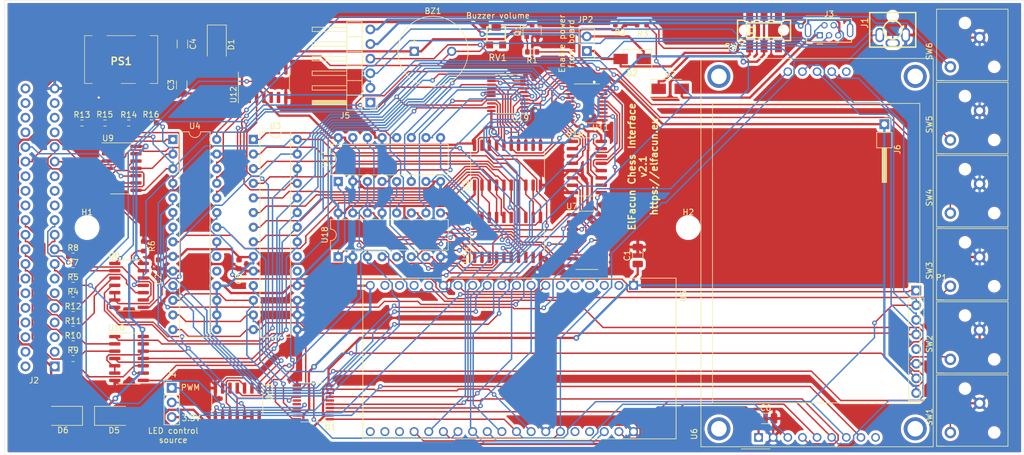
<source format=kicad_pcb>
(kicad_pcb (version 20211014) (generator pcbnew)
  (layers (0 "F.Cu" signal) (31 "B.Cu" signal) (34 "B.Paste" user) (35 "F.Paste" user) (36 "B.SilkS" user "B.Silkscreen") (37 "F.SilkS" user "F.Silkscreen") (38 "B.Mask" user) (39 "F.Mask" user) (44 "Edge.Cuts" user))
  (net 0 "")
  (net 1 "/usb_p")
  (net 3 "GND")
  (net 24 "+5V")
  (net 26 "+3V3")
  (net 33 "/write_enable_safe_3V")
  (net 38 "/write_enable_safe")
  (net 41 "/row_addr_0_pic")
  (net 42 "/row_addr_1_pic")
  (net 43 "/row_addr_2_pic")
  (net 44 "/mem_write_mode")
  (net 47 "/write_enable")
  (net 51 "Net-(BZ1-Pad2)")
  (net 52 "/buzzer")
  (net 53 "/jack_r")
  (net 54 "/but_1")
  (net 55 "/but_3")
  (net 56 "/but_4")
  (net 57 "/but_5")
  (net 58 "/but_6")
  (net 59 "/but_2")
  (net 60 "/bus_22")
  (net 61 "/bus_21")
  (net 62 "/bus_20")
  (net 63 "/bus_19")
  (net 64 "/bus_18")
  (net 65 "/bus_17")
  (net 66 "/bus_16")
  (net 67 "/bus_15")
  (net 68 "/rst_rfid")
  (net 69 "/so_5v")
  (net 70 "/si_3v")
  (net 71 "/sck_3v")
  (net 72 "/sck_5v")
  (net 73 "/si_5v")
  (net 74 "/reset_5v")
  (net 75 "/so_3v")
  (net 76 "/reset_3v")
  (net 77 "/dc_3v")
  (net 78 "/bus_22_o")
  (net 79 "/bus_21_o")
  (net 80 "/bus_20_o")
  (net 81 "/bus_19_o")
  (net 82 "/bus_18_o")
  (net 83 "/bus_17_o")
  (net 84 "/bus_16_o")
  (net 85 "/bus_15_o")
  (net 86 "/cs_tft")
  (net 87 "/vout")
  (net 88 "/LED_WR_LOAD")
  (net 89 "/ROW_LOAD")
  (net 90 "/COLUMN_DISABLE")
  (net 91 "/LED_WR_DISABLE_COLUMN_LOAD")
  (net 92 "/CONTROLLER_OUTPUT_DISABLE")
  (net 93 "/CONTROLLER_OUTPUT_CHIPSELECT")
  (net 94 "/CONTROLLER_OUTPUT_CHIPSELECT_BUTTONS")
  (net 95 "/cs_sd")
  (net 96 "/con_15")
  (net 97 "/con_16")
  (net 98 "/con_17")
  (net 99 "/con_18")
  (net 100 "/con_19")
  (net 101 "/con_20")
  (net 102 "/con_21")
  (net 103 "/con_22")
  (net 104 "/con_29")
  (net 105 "/con_30")
  (net 106 "/con_31")
  (net 107 "/con_32")
  (net 108 "/sda_rfid")
  (net 109 "/usb_6")
  (net 110 "/usb_5")
  (net 111 "/usb_4")
  (net 112 "/usb_3")
  (net 113 "/usb_2")
  (net 114 "/usb_1")
  (net 115 "/jack_l")
  (net 116 "Net-(Q1-Pad3)")
  (net 119 "/screen_brightness")
  (net 120 "/write_pulse_inv")
  (net 121 "Net-(J2-Pad15)")
  (net 122 "Net-(J2-Pad16)")
  (net 123 "Net-(J2-Pad17)")
  (net 124 "Net-(J2-Pad18)")
  (net 125 "Net-(J2-Pad19)")
  (net 126 "Net-(J2-Pad20)")
  (net 127 "Net-(J2-Pad21)")
  (net 128 "Net-(J2-Pad22)")
  (net 129 "/v_switch")
  (net 133 "/vin")
  (net 141 "/row_addr_0")
  (net 142 "/row_addr_0_mem")
  (net 143 "/row_addr_1")
  (net 144 "/row_addr_1_mem")
  (net 148 "/row_addr_2_mem")
  (net 149 "/row_addr_2")
  (net 150 "Net-(U11-Pad2)")
  (net 151 "Net-(U11-Pad5)")
  (net 152 "Net-(U11-Pad6)")
  (net 153 "Net-(U11-Pad9)")
  (net 154 "/con_24")
  (net 155 "/con_28")
  (net 156 "/con_34")
  (net 160 "Net-(U11-Pad12)")
  (net 161 "Net-(U11-Pad15)")
  (net 162 "Net-(U11-Pad16)")
  (net 163 "Net-(U11-Pad19)")
  (net 164 "Net-(Q1-Pad1)")
  (net 165 "/en_bus_5v")
  (net 166 "/en_bus_3v")
  (net 171 "/row_addr_valid")
  (net 172 "Net-(U13-Pad8)")
  (net 173 "/COLUMN_DISABLE_INV")
  (net 174 "/bus_22_m")
  (net 175 "/bus_21_m")
  (net 176 "/bus_20_m")
  (net 177 "/bus_19_m")
  (net 178 "/bus_18_m")
  (net 179 "/bus_17_m")
  (net 180 "/bus_16_m")
  (net 181 "/bus_15_m")
  (net 184 "/write_pulse")
  (net 185 "/bus_15_mi")
  (net 186 "/bus_16_mi")
  (net 187 "/bus_17_mi")
  (net 188 "/bus_18_mi")
  (net 189 "/bus_19_mi")
  (net 190 "/bus_20_mi")
  (net 191 "/bus_21_mi")
  (net 192 "/bus_22_mi")
  (net 193 "/led_control")
  (footprint "esp32:MODULE_ESP32-DEVKITC-32D" (layer "F.Cu") (at 147.86 127 -90)
    (fp_text reference "U5")
    (fp_text value "ESP32-DEVKITC-32D")
  )
  (footprint "Diode_SMD:D_SMA" (layer "F.Cu") (at 167.386 74.9808 180)
    (fp_text reference "D2")
    (fp_text value "SS34")
  )
  (footprint "Package_DIP:DIP-28_W7.62mm" (layer "F.Cu") (at 87.63 88.9608)
    (fp_text reference "U4")
    (fp_text value "MCP23S17_SS")
  )
  (footprint "Diode_SMD:D_SMA" (layer "F.Cu") (at 95.25 72.4916 -90)
    (fp_text reference "D1")
    (fp_text value "SS34")
  )
  (footprint "Buzzer_Beeper:MagneticBuzzer_ProSignal_ABT-410-RC" (layer "F.Cu") (at 129.54 73.66)
    (fp_text reference "BZ1")
    (fp_text value "Buzzer")
  )
  (footprint "Resistor_SMD:R_0603_1608Metric" (layer "F.Cu") (at 150.0124 73.7616 180)
    (fp_text reference "R1")
    (fp_text value "150")
  )
  (footprint "Connector_PinHeader_2.54mm:PinHeader_1x06_P2.54mm_Horizontal" (layer "F.Cu") (at 121.92 82.55 180)
    (fp_text reference "J5")
    (fp_text value "Conn_01x06")
  )
  (footprint "Package_TO_SOT_SMD:SOT-23" (layer "F.Cu") (at 150.0124 70.0532 90)
    (fp_text reference "Q1")
    (fp_text value "2N3904")
  )
  (footprint "audio:AUDIO-TH_PJ-3059-X" (layer "F.Cu") (at 212.63 71.5245 90)
    (fp_text reference "J1")
    (fp_text value "AudioJack3" hide)
  )
  (footprint "potent:RES-ADJ-SMD_G32AT" (layer "F.Cu") (at 143.764 70.941)
    (fp_text reference "RV1")
    (fp_text value "5K" hide)
  )
  (footprint "Connector_PinHeader_2.54mm:PinHeader_1x08_P2.54mm_Vertical" (layer "F.Cu") (at 216.71 115.215)
    (fp_text reference "P1")
    (fp_text value "RFID-RC522-MODULE")
  )
  (footprint "audio:honyone_pb13_switch" (layer "F.Cu") (at 220.25 116.84 90)
    (fp_text reference "SW3")
    (fp_text value "SW_Push")
  )
  (footprint "audio:honyone_pb13_switch" (layer "F.Cu") (at 220.25 91.44 90)
    (fp_text reference "SW5")
    (fp_text value "SW_Push")
  )
  (footprint "audio:honyone_pb13_switch" (layer "F.Cu") (at 220.25 129.54 90)
    (fp_text reference "SW2")
    (fp_text value "SW_Push")
  )
  (footprint "audio:honyone_pb13_switch" (layer "F.Cu") (at 220.25 142.24 90)
    (fp_text reference "SW1")
    (fp_text value "SW_Push")
  )
  (footprint "audio:honyone_pb13_switch" (layer "F.Cu") (at 220.25 78.74 90)
    (fp_text reference "SW6")
    (fp_text value "SW_Push")
  )
  (footprint "audio:honyone_pb13_switch" (layer "F.Cu") (at 220.25 104.14 90)
    (fp_text reference "SW4")
    (fp_text value "SW_Push")
  )
  (footprint "Diode_SMD:D_SMA" (layer "F.Cu") (at 77.4192 136.9568)
    (fp_text reference "D5")
    (fp_text value "SS34")
  )
  (footprint "Package_DIP:DIP-28_W7.62mm" (layer "F.Cu") (at 101.6 88.9608)
    (fp_text reference "U3")
    (fp_text value "MCP23S17_SS")
  )
  (footprint "Package_SO:SO-20_5.3x12.6mm_P1.27mm" (layer "F.Cu") (at 145.7452 93.4343 90)
    (fp_text reference "U2")
    (fp_text value "74HC245")
  )
  (footprint "Package_SO:SOIC-14_3.9x8.7mm_P1.27mm" (layer "F.Cu") (at 78.74 93.98)
    (fp_text reference "U9")
    (fp_text value "MC14066BDG")
  )
  (footprint "Resistor_SMD:R_0603_1608Metric" (layer "F.Cu") (at 82.55 107.505 -90)
    (fp_text reference "R6")
    (fp_text value "100K")
  )
  (footprint "Package_SO:TSSOP-20_4.4x6.5mm_P0.65mm" (layer "F.Cu") (at 112.014 134.62 180)
    (fp_text reference "U1")
    (fp_text value "TXS0108EPW")
  )
  (footprint "dpdt_2:SW-TH_K3-2235S-K1" (layer "F.Cu") (at 190.285 69.9823)
    (fp_text reference "SW7")
    (fp_text value "SW_DPDT_x2" hide)
  )
  (footprint "MountingHole:MountingHole_3.5mm" (layer "F.Cu") (at 177.12 104.27)
    (fp_text reference "H2")
    (fp_text value "MountingHole")
  )
  (footprint "Connector_USB:USB_Mini-B_Tensility_54-00023_Vertical" (layer "F.Cu") (at 199.975 70.8796)
    (fp_text reference "J3")
    (fp_text value "USB_B_Mini")
  )
  (footprint "Display:CR2013-MI2120" (layer "F.Cu") (at 189.331 140.705 90)
    (fp_text reference "U6")
    (fp_text value "CR2013-MI2120")
  )
  (footprint "Diode_SMD:D_SMA" (layer "F.Cu") (at 68.5292 136.9568 180)
    (fp_text reference "D6")
    (fp_text value "SS34")
  )
  (footprint "Package_SO:SOIC-14_3.9x8.7mm_P1.27mm" (layer "F.Cu") (at 80.01 114.3)
    (fp_text reference "U8")
    (fp_text value "MC14066BDG")
  )
  (footprint "Resistor_SMD:R_0603_1608Metric" (layer "F.Cu") (at 70.295 114.3)
    (fp_text reference "R5")
    (fp_text value "1K")
  )
  (footprint "Resistor_SMD:R_0603_1608Metric" (layer "F.Cu") (at 70.295 111.76)
    (fp_text reference "R7")
    (fp_text value "1K")
  )
  (footprint "Resistor_SMD:R_0603_1608Metric" (layer "F.Cu") (at 70.295 109.22)
    (fp_text reference "R8")
    (fp_text value "1K")
  )
  (footprint "Resistor_SMD:R_0603_1608Metric" (layer "F.Cu") (at 70.295 124.46)
    (fp_text reference "R10")
    (fp_text value "1K")
  )
  (footprint "Resistor_SMD:R_0603_1608Metric" (layer "F.Cu") (at 70.295 121.92)
    (fp_text reference "R11")
    (fp_text value "1K")
  )
  (footprint "Resistor_SMD:R_0603_1608Metric" (layer "F.Cu") (at 70.295 116.84)
    (fp_text reference "R4")
    (fp_text value "1K")
  )
  (footprint "Resistor_SMD:R_0603_1608Metric" (layer "F.Cu") (at 70.295 127)
    (fp_text reference "R9")
    (fp_text value "1K")
  )
  (footprint "Resistor_SMD:R_0603_1608Metric" (layer "F.Cu") (at 70.295 119.38)
    (fp_text reference "R12")
    (fp_text value "1K")
  )
  (footprint "Package_SO:SOIC-14_3.9x8.7mm_P1.27mm" (layer "F.Cu") (at 98.806 134.62 -90)
    (fp_text reference "U13")
    (fp_text value "74HCT00")
  )
  (footprint "Connector_PinHeader_2.54mm:PinHeader_1x02_P2.54mm_Vertical" (layer "F.Cu") (at 159.512 73.6092 180)
    (fp_text reference "JP2")
    (fp_text value "Jumper_2_Open")
  )
  (footprint "Package_SO:SOIC-14_3.9x8.7mm_P1.27mm" (layer "F.Cu") (at 80.01 127)
    (fp_text reference "U10")
    (fp_text value "MC14066BDG")
  )
  (footprint "con_5_08:PinHeader_2x20_P2.54mm_Horizontal" (layer "F.Cu") (at 64.5642 128.369 180)
    (fp_text reference "J2")
    (fp_text value "Conn_02x20_Odd_Even")
  )
  (footprint "MountingHole:MountingHole_3.5mm" (layer "F.Cu") (at 72.72 104.27)
    (fp_text reference "H1")
    (fp_text value "MountingHole")
  )
  (footprint "Resistor_SMD:R_0603_1608Metric" (layer "F.Cu") (at 169.0624 69.0372)
    (fp_text reference "R3")
    (fp_text value "1,5K")
  )
  (footprint "Resistor_SMD:R_0603_1608Metric" (layer "F.Cu") (at 165.29 69.025 180)
    (fp_text reference "R2")
    (fp_text value "1,5K")
  )
  (footprint "Package_SO:TSSOP-20_4.4x6.5mm_P0.65mm" (layer "F.Cu") (at 145.796 81.0768 180)
    (fp_text reference "U19")
    (fp_text value "74HC373")
  )
  (footprint "Package_SO:TSSOP-20_4.4x6.5mm_P0.65mm" (layer "F.Cu") (at 159.512 82.7024 180)
    (fp_text reference "U11")
    (fp_text value "74HC373")
  )
  (footprint "Capacitor_SMD:C_1206_3216Metric" (layer "F.Cu") (at 168.3512 109.1184 90)
    (fp_text reference "C1")
    (fp_text value "100uF")
  )
  (footprint "Connector_PinHeader_2.54mm:PinHeader_1x03_P2.54mm_Vertical" (layer "F.Cu") (at 87.4268 132.095)
    (fp_text reference "J4")
    (fp_text value "LED control source")
  )
  (footprint "Package_DIP:DIP-16_W7.62mm" (layer "F.Cu") (at 116.332 96.266 90)
    (fp_text reference "U17")
    (fp_text value "74F189")
  )
  (footprint "Diode_SMD:D_SMA" (layer "F.Cu") (at 173.99 80.1624)
    (fp_text reference "D7")
    (fp_text value "SS34")
  )
  (footprint "Capacitor_SMD:C_1206_3216Metric" (layer "F.Cu") (at 89.154 79.502 90)
    (fp_text reference "C3")
    (fp_text value "100uF")
  )
  (footprint "Package_SO:SOIC-16_3.9x9.9mm_P1.27mm" (layer "F.Cu") (at 159.512 106.4768)
    (fp_text reference "U7")
    (fp_text value "74HC257")
  )
  (footprint "Resistor_SMD:R_0603_1608Metric" (layer "F.Cu") (at 71.8312 86.106)
    (fp_text reference "R13")
    (fp_text value "100K")
  )
  (footprint "Connector_PinHeader_2.54mm:PinHeader_1x01_P2.54mm_Horizontal" (layer "F.Cu") (at 211.1756 86.3092 -90)
    (fp_text reference "J6")
    (fp_text value "3.3V")
  )
  (footprint "Capacitor_SMD:C_1206_3216Metric" (layer "F.Cu") (at 190.5508 137.414)
    (fp_text reference "C6")
    (fp_text value "100uF")
  )
  (footprint "Package_SO:SO-20_5.3x12.6mm_P1.27mm" (layer "F.Cu") (at 145.7452 105.9688 90)
    (fp_text reference "U14")
    (fp_text value "74HC245")
  )
  (footprint "Capacitor_SMD:C_1206_3216Metric" (layer "F.Cu") (at 89.281 72.39 -90)
    (fp_text reference "C4")
    (fp_text value "100uF")
  )
  (footprint "Package_SO:SOP-16_3.9x9.9mm_P1.27mm" (layer "F.Cu") (at 159.512 93.7396)
    (fp_text reference "U16")
    (fp_text value "74LS148")
  )
  (footprint "Resistor_SMD:R_0603_1608Metric" (layer "F.Cu") (at 79.9592 86.106)
    (fp_text reference "R14")
    (fp_text value "100K")
  )
  (footprint "Capacitor_SMD:C_0603_1608Metric" (layer "F.Cu") (at 99.1108 110.6424 90)
    (fp_text reference "C5")
    (fp_text value "1uF")
  )
  (footprint "Resistor_SMD:R_0603_1608Metric" (layer "F.Cu") (at 75.8412 86.106 180)
    (fp_text reference "R15")
    (fp_text value "100K")
  )
  (footprint "xp:ISE0303A" (layer "F.Cu") (at 78.6384 75.3872)
    (fp_text reference "PS1")
    (fp_text value "ISH0503A" hide)
  )
  (footprint "Capacitor_SMD:C_0603_1608Metric" (layer "F.Cu") (at 85.1408 110.6424 90)
    (fp_text reference "C2")
    (fp_text value "1uF")
  )
  (footprint "Resistor_SMD:R_0603_1608Metric" (layer "F.Cu") (at 83.8962 86.0806 180)
    (fp_text reference "R16")
    (fp_text value "100K")
  )
  (footprint "Package_SO:SO-14_3.9x8.65mm_P1.27mm" (layer "F.Cu") (at 103.4288 79.1972 90)
    (fp_text reference "U12")
    (fp_text value "74HC74")
  )
  (footprint "Package_DIP:DIP-16_W7.62mm" (layer "F.Cu") (at 116.332 109.347 90)
    (fp_text reference "U18")
    (fp_text value "74F189")
  )
  (gr_line (start 58.42 64.77) (end 58.42 143.77) (layer "Edge.Cuts") (width 0.05))
  (gr_line locked (start 58.42 64.77) (end 235.42 64.77) (layer "Edge.Cuts") (width 0.05))
  (gr_line (start 58.42 143.77) (end 235.42 143.77) (layer "Edge.Cuts") (width 0.05))
  (gr_line (start 235.42 64.77) (end 235.42 143.77) (layer "Edge.Cuts") (width 0.05))
  (gr_text "LED control\nsource" (at 87.6808 140.3604) (layer "F.SilkS") (effects (font (size 1 1))))
  (gr_text "3.3V" (at 90.7796 137.3632) (layer "F.SilkS") (effects (font (size 1 1))))
  (gr_text "Buzzer volume" (at 144.0688 67.4624) (layer "F.SilkS") (effects (font (size 1 1))))
  (gr_text "Enable power\nfrom board" (at 156.0068 72.3392 90) (layer "F.SilkS") (effects (font (size 1 1))))
  (gr_text "PWM" (at 90.678 132.0292) (layer "F.SilkS") (effects (font (size 1 1))))
  (gr_text "ElFacun Chess Interface\nv2.1\nhttps://elfacun.eu" (at 169.2656 93.6752 90) (layer "F.SilkS") (effects (font (size 1.2 1.2) (thickness 0.25))))
  (segment (start 177.1769 74.524) (end 187.4936 74.524) (width 0.4) (layer "F.Cu") (net 1))
  (segment (start 187.785 72.8323) (end 187.785 74.2326) (width 0.4) (layer "F.Cu") (net 1))
  (segment (start 172.8388 78.8621) (end 177.1769 74.524) (width 0.4) (layer "F.Cu") (net 1))
  (segment (start 171.99 80.1624) (end 171.99 78.8621) (width 0.4) (layer "F.Cu") (net 1))
  (segment (start 187.4936 74.524) (end 187.785 74.2326) (width 0.4) (layer "F.Cu") (net 1))
  (segment (start 171.99 78.8621) (end 172.8388 78.8621) (width 0.4) (layer "F.Cu") (net 1))
  (segment (start 227.72 134.77) (end 224.8153 134.77) (width 0.4) (layer "F.Cu") (net 3))
  (segment (start 163.2077 79.7774) (end 162.3745 79.7774) (width 0.4) (layer "F.Cu") (net 3))
  (segment (start 168.3512 107.6434) (end 170.0778 109.37) (width 0.4) (layer "F.Cu") (net 3))
  (segment (start 150.0362 76.7791) (end 150.0362 71.1791) (width 0.4) (layer "F.Cu") (net 3))
  (segment (start 116.153 81.6722) (end 107.2388 81.6722) (width 0.4) (layer "F.Cu") (net 3))
  (segment (start 135.7912 113.1088) (end 149.8227 113.1088) (width 0.4) (layer "F.Cu") (net 3))
  (segment (start 132.0845 97.4683) (end 120.9015 97.4683) (width 0.4) (layer "F.Cu") (net 3))
  (segment (start 227.72 71.27) (end 216.4758 71.27) (width 0.4) (layer "F.Cu") (net 3))
  (segment (start 75.9048 85.2174) (end 74.8284 84.141) (width 0.4) (layer "F.Cu") (net 3))
  (segment (start 89.5986 111.8208) (end 89.5986 114.1257) (width 0.4) (layer "F.Cu") (net 3))
  (segment (start 162.3745 79.7774) (end 161.58 79.7774) (width 0.4) (layer "F.Cu") (net 3))
  (segment (start 156.4867 98.1846) (end 157.012 98.1846) (width 0.4) (layer "F.Cu") (net 3))
  (segment (start 123.952 88.646) (end 122.7517 88.646) (width 0.4) (layer "F.Cu") (net 3))
  (segment (start 216.71 127.915) (end 217.9603 127.915) (width 0.4) (layer "F.Cu") (net 3))
  (segment (start 158.5817 76.7791) (end 150.0362 76.7791) (width 0.4) (layer "F.Cu") (net 3))
  (segment (start 89.154 78.027) (end 89.281 77.9) (width 0.4) (layer "F.Cu") (net 3))
  (segment (start 77.535 130.81) (end 78.2701 131.5451) (width 0.4) (layer "F.Cu") (net 3))
  (segment (start 120.9015 97.4683) (end 120.0723 96.6391) (width 0.4) (layer "F.Cu") (net 3))
  (segment (start 94.2206 130.8446) (end 94.996 131.62) (width 0.4) (layer "F.Cu") (net 3))
  (segment (start 88.1709 97.7812) (end 87.2071 97.7812) (width 0.4) (layer "F.Cu") (net 3))
  (segment (start 221.0164 130.9711) (end 217.9603 127.915) (width 0.4) (layer "F.Cu") (net 3))
  (segment (start 82.55 104.075) (end 81.7317 103.2566) (width 0.4) (layer "F.Cu") (net 3))
  (segment (start 166.1823 82.752) (end 163.2077 79.7774) (width 0.4) (layer "F.Cu") (net 3))
  (segment (start 117.6717 110.2473) (end 117.3717 110.5473) (width 0.4) (layer "F.Cu") (net 3))
  (segment (start 162.5352 103.3018) (end 161.987 103.3018) (width 0.4) (layer "F.Cu") (net 3))
  (segment (start 81.7317 103.2566) (end 76.265 97.79) (width 0.4) (layer "F.Cu") (net 3))
  (segment (start 93.5834 91.5008) (end 87.2664 85.1838) (width 0.4) (layer "F.Cu") (net 3))
  (segment (start 163.0546 111.6531) (end 166.7176 107.9901) (width 0.4) (layer "F.Cu") (net 3))
  (segment (start 87.2011 115.6308) (end 84.017 118.8149) (width 0.4) (layer "F.Cu") (net 3))
  (segment (start 166.4322 138.5122) (end 167.62 139.7) (width 0.4) (layer "F.Cu") (net 3))
  (segment (start 89.5986 114.1257) (end 88.0935 115.6308) (width 0.4) (layer "F.Cu") (net 3))
  (segment (start 150.0362 71.1791) (end 150.1621 71.0532) (width 0.4) (layer "F.Cu") (net 3))
  (segment (start 87.2071 97.7812) (end 81.7317 103.2566) (width 0.4) (layer "F.Cu") (net 3))
  (segment (start 122.7517 88.2709) (end 116.153 81.6722) (width 0.4) (layer "F.Cu") (net 3))
  (segment (start 216.4758 71.27) (end 216.0303 70.8245) (width 0.4) (layer "F.Cu") (net 3))
  (segment (start 166.7176 107.6434) (end 168.3512 107.6434) (width 0.4) (layer "F.Cu") (net 3))
  (segment (start 98.2933 110.5999) (end 90.8195 110.5999) (width 0.4) (layer "F.Cu") (net 3))
  (segment (start 84.2284 108.3584) (end 82.55 106.68) (width 0.4) (layer "F.Cu") (net 3))
  (segment (start 161.987 103.3018) (end 161.4709 103.3018) (width 0.4) (layer "F.Cu") (net 3))
  (segment (start 157.037 110.9218) (end 152.9507 110.9218) (width 0.4) (layer "F.Cu") (net 3))
  (segment (start 99.1108 111.4174) (end 98.2933 110.5999) (width 0.4) (layer "F.Cu") (net 3))
  (segment (start 159.6276 101.4585) (end 159.6276 96.4809) (width 0.4) (layer "F.Cu") (net 3))
  (segment (start 74.9785 78.8369) (end 82.4484 78.8369) (width 0.4) (layer "F.Cu") (net 3))
  (segment (start 109.22 123.1811) (end 109.22 126.4658) (width 0.4) (layer "F.Cu") (net 3))
  (segment (start 94.996 131.62) (end 94.996 132.145) (width 0.4) (layer "F.Cu") (net 3))
  (segment (start 109.22 131.6265) (end 109.1515 131.695) (width 0.4) (layer "F.Cu") (net 3))
  (segment (start 159.6276 96.4809) (end 157.5213 94.3746) (width 0.4) (layer "F.Cu") (net 3))
  (segment (start 75.9048 85.2174) (end 75.0162 86.106) (width 0.4) (layer "F.Cu") (net 3))
  (segment (start 78.2399 118.8149) (end 77.535 118.11) (width 0.4) (layer "F.Cu") (net 3))
  (segment (start 118.872 109.347) (end 117.6717 109.347) (width 0.4) (layer "F.Cu") (net 3))
  (segment (start 85.1408 111.4174) (end 84.2284 110.505) (width 0.4) (layer "F.Cu") (net 3))
  (segment (start 109.22 126.4658) (end 106.1729 126.4658) (width 0.4) (layer "F.Cu") (net 3))
  (segment (start 152.4802 110.4513) (end 151.4602 109.4313) (width 0.4) (layer "F.Cu") (net 3))
  (segment (start 109.22 121.9808) (end 109.22 123.1811) (width 0.4) (layer "F.Cu") (net 3))
  (segment (start 90.8195 110.5999) (end 89.5986 111.8208) (width 0.4) (layer "F.Cu") (net 3))
  (segment (start 214.88 70.8245) (end 216.0303 70.8245) (width 0.4) (layer "F.Cu") (net 3))
  (segment (start 153.9744 96.8968) (end 151.4602 96.8968) (width 0.4) (layer "F.Cu") (net 3))
  (segment (start 160.1124 84.9246) (end 160.8152 85.6274) (width 0.4) (layer "F.Cu") (net 3))
  (segment (start 95.25 91.5008) (end 94.0497 91.5008) (width 0.4) (layer "F.Cu") (net 3))
  (segment (start 161.4709 103.3018) (end 159.6276 101.4585) (width 0.4) (layer "F.Cu") (net 3))
  (segment (start 89.281 77.9) (end 89.281 73.865) (width 0.4) (layer "F.Cu") (net 3))
  (segment (start 101.6 111.8208) (end 102.8003 111.8208) (width 0.4) (layer "F.Cu") (net 3))
  (segment (start 117.6717 109.347) (end 117.6717 110.2473) (width 0.4) (layer "F.Cu") (net 3))
  (segment (start 222.4687 130.9711) (end 221.0164 130.9711) (width 0.4) (layer "F.Cu") (net 3))
  (segment (start 100.9999 111.8208) (end 100.3997 111.8208) (width 0.4) (layer "F.Cu") (net 3))
  (segment (start 149.8227 113.1088) (end 150.9126 112.0189) (width 0.4) (layer "F.Cu") (net 3))
  (segment (start 104.0738 110.5473) (end 102.8003 111.8208) (width 0.4) (layer "F.Cu") (net 3))
  (segment (start 93.5834 92.3687) (end 88.1709 97.7812) (width 0.4) (layer "F.Cu") (net 3))
  (segment (start 154.5867 96.2845) (end 156.4867 98.1846) (width 0.4) (layer "F.Cu") (net 3))
  (segment (start 88.0935 115.6308) (end 87.2011 115.6308) (width 0.4) (layer "F.Cu") (net 3))
  (segment (start 75.0162 86.106) (end 72.6562 86.106) (width 0.4) (layer "F.Cu") (net 3))
  (segment (start 67.1042 80.109) (end 68.3545 80.109) (width 0.4) (layer "F.Cu") (net 3))
  (segment (start 120.0723 96.6391) (end 120.0723 96.266) (width 0.4) (layer "F.Cu") (net 3))
  (segment (start 152.9507 110.9218) (end 152.4802 110.4513) (width 0.4) (layer "F.Cu") (net 3))
  (segment (start 93.5834 91.5008) (end 94.0497 91.5008) (width 0.4) (layer "F.Cu") (net 3))
  (segment (start 74.8284 80.2122) (end 74.8284 78.987) (width 0.4) (layer "F.Cu") (net 3))
  (segment (start 227.72 122.07) (end 227.72 125.7198) (width 0.4) (layer "F.Cu") (net 3))
  (segment (start 122.7517 88.646) (end 122.7517 88.2709) (width 0.4) (layer "F.Cu") (net 3))
  (segment (start 84.2284 110.505) (end 84.2284 108.3584) (width 0.4) (layer "F.Cu") (net 3))
  (segment (start 152.38 139.7) (end 153.5678 138.5122) (width 0.4) (layer "F.Cu") (net 3))
  (segment (start 74.8284 78.987) (end 74.9785 78.8369) (width 0.4) (layer "F.Cu") (net 3))
  (segment (start 84.017 118.8149) (end 78.2399 118.8149) (width 0.4) (layer "F.Cu") (net 3))
  (segment (start 82.55 106.68) (end 82.55 104.075) (width 0.4) (layer "F.Cu") (net 3))
  (segment (start 166.7176 107.6434) (end 166.7176 107.4842) (width 0.4) (layer "F.Cu") (net 3))
  (segment (start 157.7683 111.6531) (end 163.0546 111.6531) (width 0.4) (layer "F.Cu") (net 3))
  (segment (start 100.9999 111.8208) (end 101.6 111.8208) (width 0.4) (layer "F.Cu") (net 3))
  (segment (start 166.7176 107.9901) (end 166.7176 107.6434) (width 0.4) (layer "F.Cu") (net 3))
  (segment (start 153.5678 138.5122) (end 166.4322 138.5122) (width 0.4) (layer "F.Cu") (net 3))
  (segment (start 166.1823 99.6547) (end 166.1823 82.752) (width 0.4) (layer "F.Cu") (net 3))
  (segment (start 85.6153 131.5451) (end 86.3158 130.8446) (width 0.4) (layer "F.Cu") (net 3))
  (segment (start 148.6585 84.0018) (end 150.6241 84.0018) (width 0.4) (layer "F.Cu") (net 3))
  (segment (start 162.5352 103.3018) (end 166.1823 99.6547) (width 0.4) (layer "F.Cu") (net 3))
  (segment (start 83.0712 86.0806) (end 83.0458 86.106) (width 0.4) (layer "F.Cu") (net 3))
  (segment (start 117.3717 110.5473) (end 104.0738 110.5473) (width 0.4) (layer "F.Cu") (net 3))
  (segment (start 79.8956 85.2174) (end 80.7842 86.106) (width 0.4) (layer "F.Cu") (net 3))
  (segment (start 166.7176 107.4842) (end 162.5352 103.3018) (width 0.4) (layer "F.Cu") (net 3))
  (segment (start 87.2664 85.1838) (end 83.968 85.1838) (width 0.4) (layer "F.Cu") (net 3))
  (segment (start 82.4484 78.8369) (end 88.3441 78.8369) (width 0.4) (layer "F.Cu") (net 3))
  (segment (start 96.7792 129.8368) (end 94.996 131.62) (width 0.4) (layer "F.Cu") (net 3))
  (segment (start 74.8284 84.141) (end 74.8284 80.2122) (width 0.4) (layer "F.Cu") (net 3))
  (segment (start 86.4297 111.8208) (end 86.0263 111.4174) (width 0.4) (layer "F.Cu") (net 3))
  (segment (start 82.4484 80.2122) (end 82.4484 78.8369) (width 0.4) (layer "F.Cu") (net 3))
  (segment (start 102.8019 129.8368) (end 96.7792 129.8368) (width 0.4) (layer "F.Cu") (net 3))
  (segment (start 161.58 79.7774) (end 160.7979 78.9953) (width 0.4) (layer "F.Cu") (net 3))
  (segment (start 99.9963 111.4174) (end 99.1108 111.4174) (width 0.4) (layer "F.Cu") (net 3))
  (segment (start 132.9117 96.6411) (end 132.0845 97.4683) (width 0.4) (layer "F.Cu") (net 3))
  (segment (start 160.8152 85.6274) (end 162.3745 85.6274) (width 0.4) (layer "F.Cu") (net 3))
  (segment (start 156.4966 94.3746) (end 157.012 94.3746) (width 0.4) (layer "F.Cu") (net 3))
  (segment (start 191.871 137.5688) (end 191.871 140.705) (width 0.4) (layer "F.Cu") (net 3))
  (segment (start 75.9048 85.2174) (end 79.8956 85.2174) (width 0.4) (layer "F.Cu") (net 3))
  (segment (start 88.3441 78.8369) (end 89.154 78.027) (width 0.4) (layer "F.Cu") (net 3))
  (segment (start 224.8153 134.77) (end 221.0164 130.9711) (width 0.4) (layer "F.Cu") (net 3))
  (segment (start 87.63 111.8208) (end 88.8303 111.8208) (width 0.4) (layer "F.Cu") (net 3))
  (segment (start 83.0458 86.106) (end 80.7842 86.106) (width 0.4) (layer "F.Cu") (net 3))
  (segment (start 192.0258 137.414) (end 191.871 137.5688) (width 0.4) (layer "F.Cu") (net 3))
  (segment (start 69.4765 78.987) (end 68.3545 80.109) (width 0.4) (layer "F.Cu") (net 3))
  (segment (start 134.112 96.266) (end 132.9117 96.266) (width 0.4) (layer "F.Cu") (net 3))
  (segment (start 154.5867 96.2845) (end 156.4966 94.3746) (width 0.4) (layer "F.Cu") (net 3))
  (segment (start 160.7979 78.9953) (end 158.5817 76.7791) (width 0.4) (layer "F.Cu") (net 3))
  (segment (start 134.6 114.3) (end 135.7912 113.1088) (width 0.4) (layer "F.Cu") (net 3))
  (segment (start 157.5213 94.3746) (end 157.012 94.3746) (width 0.4) (layer "F.Cu") (net 3))
  (segment (start 86.3158 130.8446) (end 94.2206 130.8446) (width 0.4) (layer "F.Cu") (net 3))
  (segment (start 86.0263 111.4174) (end 85.1408 111.4174) (width 0.4) (layer "F.Cu") (net 3))
  (segment (start 118.872 96.266) (end 120.0723 96.266) (width 0.4) (layer "F.Cu") (net 3))
  (segment (start 100.3997 111.8208) (end 99.9963 111.4174) (width 0.4) (layer "F.Cu") (net 3))
  (segment (start 87.63 111.8208) (end 86.4297 111.8208) (width 0.4) (layer "F.Cu") (net 3))
  (segment (start 74.8284 78.987) (end 69.4765 78.987) (width 0.4) (layer "F.Cu") (net 3))
  (segment (start 154.5867 96.2845) (end 153.9744 96.8968) (width 0.4) (layer "F.Cu") (net 3))
  (segment (start 78.2701 131.5451) (end 85.6153 131.5451) (width 0.4) (layer "F.Cu") (net 3))
  (segment (start 89.5986 111.8208) (end 88.8303 111.8208) (width 0.4) (layer "F.Cu") (net 3))
  (segment (start 150.9126 112.0189) (end 152.4802 110.4513) (width 0.4) (layer "F.Cu") (net 3))
  (segment (start 150.0312 76.7791) (end 148.6585 78.1518) (width 0.4) (layer "F.Cu") (net 3))
  (segment (start 132.9117 96.266) (end 132.9117 96.6411) (width 0.4) (layer "F.Cu") (net 3))
  (segment (start 83.968 85.1838) (end 83.0712 86.0806) (width 0.4) (layer "F.Cu") (net 3))
  (segment (start 157.037 110.9218) (end 157.7683 111.6531) (width 0.4) (layer "F.Cu") (net 3))
  (segment (start 150.9624 71.0532) (end 150.1621 71.0532) (width 0.4) (layer "F.Cu") (net 3))
  (segment (start 150.0362 76.7791) (end 150.0312 76.7791) (width 0.4) (layer "F.Cu") (net 3))
  (segment (start 93.5834 91.5008) (end 93.5834 92.3687) (width 0.4) (layer "F.Cu") (net 3))
  (segment (start 227.72 125.7198) (end 222.4687 130.9711) (width 0.4) (layer "F.Cu") (net 3))
  (segment (start 106.1729 126.4658) (end 102.8019 129.8368) (width 0.4) (layer "F.Cu") (net 3))
  (segment (start 109.22 126.4658) (end 109.22 131.6265) (width 0.4) (layer "F.Cu") (net 3))
  (segment (start 170.0778 109.37) (end 227.72 109.37) (width 0.4) (layer "F.Cu") (net 3))
  (via (at 150.6241 84.0018) (size 1) (drill 0.5) (layers "F.Cu" "B.Cu") (net 3))
  (via (at 160.1124 84.9246) (size 1) (drill 0.5) (layers "F.Cu" "B.Cu") (net 3))
  (via (at 150.9126 112.0189) (size 1) (drill 0.5) (layers "F.Cu" "B.Cu") (net 3))
  (via (at 160.7979 78.9953) (size 1) (drill 0.5) (layers "F.Cu" "B.Cu") (net 3))
  (segment (start 134.112 97.4663) (end 132.9117 98.6666) (width 0.4) (layer "B.Cu") (net 3))
  (segment (start 125.222 92.8383) (end 125.222 99.2567) (width 0.4) (layer "B.Cu") (net 3))
  (segment (start 125.222 99.2567) (end 123.952 100.5267) (width 0.4) (layer "B.Cu") (net 3))
  (segment (start 134.097 108.1467) (end 134.112 108.1467) (width 0.4) (layer "B.Cu") (net 3))
  (segment (start 227.72 96.67) (end 227.72 109.37) (width 0.4) (layer "B.Cu") (net 3))
  (segment (start 132.9117 106.9614) (end 134.097 108.1467) (width 0.4) (layer "B.Cu") (net 3))
  (segment (start 123.389 105.0134) (end 123.389 105.0133) (width 0.4) (layer "B.Cu") (net 3))
  (segment (start 118.872 108.1467) (end 120.2557 108.1467) (width 0.4) (layer "B.Cu") (net 3))
  (segment (start 159.5462 84.0018) (end 150.6241 84.0018) (width 0.4) (layer "B.Cu") (net 3))
  (segment (start 152.38 139.7) (end 151.1889 138.5089) (width 0.4) (layer "B.Cu") (net 3))
  (segment (start 118.872 109.347) (end 117.6717 109.347) (width 0.4) (layer "B.Cu") (net 3))
  (segment (start 117.6717 109.347) (end 117.6717 110.2472) (width 0.4) (layer "B.Cu") (net 3))
  (segment (start 123.9165 105.0133) (end 127.762 108.8588) (width 0.4) (layer "B.Cu") (net 3))
  (segment (start 123.952 88.646) (end 123.952 91.5683) (width 0.4) (layer "B.Cu") (net 3))
  (segment (start 123.952 91.5683) (end 125.222 92.8383) (width 0.4) (layer "B.Cu") (net 3))
  (segment (start 109.22 119.4408) (end 109.22 121.9808) (width 0.4) (layer "B.Cu") (net 3))
  (segment (start 123.952 101.727) (end 123.952 100.5267) (width 0.4) (layer "B.Cu") (net 3))
  (segment (start 160.7979 78.9953) (end 159.5462 80.247) (width 0.4) (layer "B.Cu") (net 3))
  (segment (start 134.112 96.266) (end 134.112 97.4663) (width 0.4) (layer "B.Cu") (net 3))
  (segment (start 123.9165 105.0133) (end 123.9165 102.9628) (width 0.4) (layer "B.Cu") (net 3))
  (segment (start 118.872 109.347) (end 118.872 108.1467) (width 0.4) (layer "B.Cu") (net 3))
  (segment (start 186.6555 135.4895) (end 171.8305 135.4895) (width 0.4) (layer "B.Cu") (net 3))
  (segment (start 134.112 109.347) (end 134.112 110.3972) (width 0.4) (layer "B.Cu") (net 3))
  (segment (start 134.112 113.812) (end 134.6 114.3) (width 0.4) (layer "B.Cu") (net 3))
  (segment (start 134.112 110.3972) (end 134.112 112.1752) (width 0.4) (layer "B.Cu") (net 3))
  (segment (start 130.1026 112.1752) (end 134.112 112.1752) (width 0.4) (layer "B.Cu") (net 3))
  (segment (start 117.6717 110.2472) (end 111.0181 116.9008) (width 0.4) (layer "B.Cu") (net 3))
  (segment (start 151.1889 138.5089) (end 151.1889 112.2952) (width 0.4) (layer "B.Cu") (net 3))
  (segment (start 127.762 108.8588) (end 127.762 109.8346) (width 0.4) (layer "B.Cu") (net 3))
  (segment (start 191.871 140.705) (end 186.6555 135.4895) (width 0.4) (layer "B.Cu") (net 3))
  (segment (start 159.5462 84.3584) (end 160.1124 84.9246) (width 0.4) (layer "B.Cu") (net 3))
  (segment (start 227.72 83.97) (end 227.72 96.67) (width 0.4) (layer "B.Cu") (net 3))
  (segment (start 159.5462 80.247) (end 159.5462 84.0018) (width 0.4) (layer "B.Cu") (net 3))
  (segment (start 134.112 109.347) (end 134.112 108.1467) (width 0.4) (layer "B.Cu") (net 3))
  (segment (start 159.5462 84.0018) (end 159.5462 84.3584) (width 0.4) (layer "B.Cu") (net 3))
  (segment (start 171.8305 135.4895) (end 167.62 139.7) (width 0.4) (layer "B.Cu") (net 3))
  (segment (start 123.9165 102.9628) (end 123.952 102.9273) (width 0.4) (layer "B.Cu") (net 3))
  (segment (start 127.762 109.8346) (end 130.1026 112.1752) (width 0.4) (layer "B.Cu") (net 3))
  (segment (start 227.72 71.27) (end 227.72 83.97) (width 0.4) (layer "B.Cu") (net 3))
  (segment (start 132.9117 98.6666) (end 132.9117 106.9614) (width 0.4) (layer "B.Cu") (net 3))
  (segment (start 109.22 116.9008) (end 109.22 119.4408) (width 0.4) (layer "B.Cu") (net 3))
  (segment (start 134.112 112.1752) (end 134.112 113.812) (width 0.4) (layer "B.Cu") (net 3))
  (segment (start 123.952 101.727) (end 123.952 102.9273) (width 0.4) (layer "B.Cu") (net 3))
  (segment (start 151.1889 112.2952) (end 150.9126 112.0189) (width 0.4) (layer "B.Cu") (net 3))
  (segment (start 227.72 109.37) (end 227.72 122.07) (width 0.4) (layer "B.Cu") (net 3))
  (segment (start 120.2557 108.1467) (end 123.389 105.0134) (width 0.4) (layer "B.Cu") (net 3))
  (segment (start 123.389 105.0133) (end 123.9165 105.0133) (width 0.4) (layer "B.Cu") (net 3))
  (segment (start 111.0181 116.9008) (end 109.22 116.9008) (width 0.4) (layer "B.Cu") (net 3))
  (segment (start 111.2922 132.1213) (end 111.2922 135.7833) (width 0.4) (layer "F.Cu") (net 24))
  (segment (start 117.5323 89.0191) (end 117.5323 88.646) (width 0.4) (layer "F.Cu") (net 24))
  (segment (start 111.2922 135.7833) (end 110.1805 136.895) (width 0.4) (layer "F.Cu") (net 24))
  (segment (start 140.0302 109.0557) (end 140.0302 109.4313) (width 0.4) (layer "F.Cu") (net 24))
  (segment (start 161.987 102.0318) (end 160.3846 100.4294) (width 0.4) (layer "F.Cu") (net 24))
  (segment (start 136.8939 89.8947) (end 118.4079 89.8947) (width 0.4) (layer "F.Cu") (net 24))
  (segment (start 100.8923 109.3884) (end 100.9999 109.2808) (width 0.4) (layer "F.Cu") (net 24))
  (segment (start 118.3611 100.5251) (end 117.5323 101.3539) (width 0.4) (layer "F.Cu") (net 24))
  (segment (start 87.63 109.2808) (end 86.4297 109.2808) (width 0.4) (layer "F.Cu") (net 24))
  (segment (start 118.4079 89.8947) (end 117.5323 89.0191) (width 0.4) (layer "F.Cu") (net 24))
  (segment (start 100.3479 80.2479) (end 99.6188 80.977) (width 0.4) (layer "F.Cu") (net 24))
  (segment (start 189.331 137.6692) (end 189.0758 137.414) (width 0.4) (layer "F.Cu") (net 24))
  (segment (start 137.1194 89.6692) (end 136.8939 89.8947) (width 0.4) (layer "F.Cu") (net 24))
  (segment (start 103.4288 81.6722) (end 103.4288 81.1479) (width 0.4) (layer "F.Cu") (net 24))
  (segment (start 157.7489 86.7268) (end 158.6326 86.7268) (width 0.4) (layer "F.Cu") (net 24))
  (segment (start 140.0302 89.9718) (end 139.7276 89.6692) (width 0.4) (layer "F.Cu") (net 24))
  (segment (start 127.8317 100.5268) (end 127.8317 102.2602) (width 0.4) (layer "F.Cu") (net 24))
  (segment (start 97.7203 115.6308) (end 96.4503 114.3608) (width 0.4) (layer "F.Cu") (net 24))
  (segment (start 143.386 87.2749) (end 143.386 87.6715) (width 0.4) (layer "F.Cu") (net 24))
  (segment (start 110.1805 136.895) (end 109.1515 136.895) (width 0.4) (layer "F.Cu") (net 24))
  (segment (start 127.8563 100.5022) (end 138.0261 100.5022) (width 0.4) (layer "F.Cu") (net 24))
  (segment (start 140.0302 98.4981) (end 138.0261 100.5022) (width 0.4) (layer "F.Cu") (net 24))
  (segment (start 189.0491 75.4685) (end 186.6981 75.4685) (width 0.4) (layer "F.Cu") (net 24))
  (segment (start 91.2039 135.905) (end 93.7948 138.4959) (width 0.4) (layer "F.Cu") (net 24))
  (segment (start 136.0488 105.0743) (end 140.0302 109.0557) (width 0.4) (layer "F.Cu") (net 24))
  (segment (start 121.8392 114.3608) (end 109.22 114.3608) (width 0.4) (layer "F.Cu") (net 24))
  (segment (start 106.0905 84.8269) (end 103.4288 82.1652) (width 0.4) (layer "F.Cu") (net 24))
  (segment (start 161.2526 87.5545) (end 159.7791 87.5545) (width 0.4) (layer "F.Cu") (net 24))
  (segment (start 87.63 109.2808) (end 88.8303 109.2808) (width 0.4) (layer "F.Cu") (net 24))
  (segment (start 159.4602 87.5545) (end 158.6326 86.7269) (width 0.4) (layer "F.Cu") (net 24))
  (segment (start 89.154 80.977) (end 99.6188 80.977) (width 0.4) (layer "F.Cu") (net 24))
  (segment (start 111.3126 84.8269) (end 106.0905 84.8269) (width 0.4) (layer "F.Cu") (net 24))
  (segment (start 108.0197 114.3608) (end 106.7497 115.6308) (width 0.4) (layer "F.Cu") (net 24))
  (segment (start 88.8303 109.2808) (end 90.0862 108.0249) (width 0.4) (layer "F.Cu") (net 24))
  (segment (start 86.9244 135.905) (end 91.2039 135.905) (width 0.4) (layer "F.Cu") (net 24))
  (segment (start 162.012 89.2946) (end 162.012 88.3139) (width 0.4) (layer "F.Cu") (net 24))
  (segment (start 109.9874 138.1896) (end 110.2898 137.8872) (width 0.4) (layer "F.Cu") (net 24))
  (segment (start 111.2325 132.0616) (end 111.2922 132.1213) (width 0.4) (layer "F.Cu") (net 24))
  (segment (start 190.285 72.8323) (end 190.285 74.2326) (width 0.4) (layer "F.Cu") (net 24))
  (segment (start 127.8317 102.2602) (end 130.6458 105.0743) (width 0.4) (layer "F.Cu") (net 24))
  (segment (start 140.0302 96.8968) (end 140.0302 98.4981) (width 0.4) (layer "F.Cu") (net 24))
  (segment (start 95.25 114.3608) (end 96.4503 114.3608) (width 0.4) (layer "F.Cu") (net 24))
  (segment (start 116.9322 88.646) (end 117.5323 88.646) (width 0.4) (layer "F.Cu") (net 24))
  (segment (start 117.5323 101.3539) (end 117.5323 101.727) (width 0.4) (layer "F.Cu") (net 24))
  (segment (start 138.0261 100.5022) (end 140.0302 102.5063) (width 0.4) (layer "F.Cu") (net 24))
  (segment (start 103.4288 82.1652) (end 103.4288 81.6722) (width 0.4) (layer "F.Cu") (net 24))
  (segment (start 86.1357 136.6937) (end 86.9244 135.905) (width 0.4) (layer "F.Cu") (net 24))
  (segment (start 89.154 80.977) (end 88.5435 81.5875) (width 0.4) (layer "F.Cu") (net 24))
  (segment (start 189.331 140.705) (end 189.331 137.6692) (width 0.4) (layer "F.Cu") (net 24))
  (segment (start 127.8317 100.5268) (end 127.83 100.5251) (width 0.4) (layer "F.Cu") (net 24))
  (segment (start 85.8431 109.8674) (end 86.4297 109.2808) (width 0.4) (layer "F.Cu") (net 24))
  (segment (start 159.7791 90.8178) (end 159.7791 87.5545) (width 0.4) (layer "F.Cu") (net 24))
  (segment (start 142.9335 86.8224) (end 141.9968 86.8224) (width 0.4) (layer "F.Cu") (net 24))
  (segment (start 110.2898 137.0043) (end 110.1805 136.895) (width 0.4) (layer "F.Cu") (net 24))
  (segment (start 158.6326 86.7268) (end 158.6326 86.7269) (width 0.4) (layer "F.Cu") (net 24))
  (segment (start 115.1317 88.646) (end 111.3126 84.8269) (width 0.4) (layer "F.Cu") (net 24))
  (segment (start 159.6831 94.7935) (end 159.6831 90.9138) (width 0.4) (layer "F.Cu") (net 24))
  (segment (start 172.5867 141.8396) (end 90.2778 141.8396) (width 0.4) (layer "F.Cu") (net 24))
  (segment (start 99.1108 109.8674) (end 99.1108 109.3884) (width 0.4) (layer "F.Cu") (net 24))
  (segment (start 79.4192 136.9568) (end 81.0695 136.9568) (width 0.4) (layer "F.Cu") (net 24))
  (segment (start 106.7497 115.6308) (end 97.7203 115.6308) (width 0.4) (layer "F.Cu") (net 24))
  (segment (start 90.2778 141.8396) (end 86.1357 137.6975) (width 0.4) (layer "F.Cu") (net 24))
  (segment (start 190.285 67.1323) (end 190.285 72.8323) (width 0.4) (layer "F.Cu") (net 24))
  (segment (start 116.332 101.727) (end 117.5323 101.727) (width 0.4) (layer "F.Cu") (net 24))
  (segment (start 109.22 114.3608) (end 108.0197 114.3608) (width 0.4) (layer "F.Cu") (net 24))
  (segment (start 121.9 114.3) (end 121.8392 114.3608) (width 0.4) (layer "F.Cu") (net 24))
  (segment (start 101.6 109.2808) (end 100.9999 109.2808) (width 0.4) (layer "F.Cu") (net 24))
  (segment (start 103.0682 138.1896) (end 109.9874 138.1896) (width 0.4) (layer "F.Cu") (net 24))
  (segment (start 86.1357 137.6975) (end 86.1357 136.9568) (width 0.4) (layer "F.Cu") (net 24))
  (segment (start 99.1108 109.3884) (end 100.8923 109.3884) (width 0.4) (layer "F.Cu") (net 24))
  (segment (start 142.9335 86.8224) (end 143.386 87.2749) (width 0.4) (layer "F.Cu") (net 24))
  (segment (start 77.3684 80.2122) (end 77.3684 81.5875) (width 0.4) (layer "F.Cu") (net 24))
  (segment (start 99.6188 76.7222) (end 99.6188 79.5188) (width 0.4) (layer "F.Cu") (net 24))
  (segment (start 103.4288 81.1479) (end 102.5288 80.2479) (width 0.4) (layer "F.Cu") (net 24))
  (segment (start 102.616 137.095) (end 102.616 137.7374) (width 0.4) (layer "F.Cu") (net 24))
  (segment (start 162.012 88.3139) (end 161.2526 87.5545) (width 0.4) (layer "F.Cu") (net 24))
  (segment (start 112.1354 128.4419) (end 111.2325 129.3448) (width 0.4) (layer "F.Cu") (net 24))
  (segment (start 178.9367 135.4896) (end 172.5867 141.8396) (width 0.4) (layer "F.Cu") (net 24))
  (segment (start 85.1408 109.8674) (end 85.8431 109.8674) (width 0.4) (layer "F.Cu") (net 24))
  (segment (start 88.5435 81.5875) (end 77.3684 81.5875) (width 0.4) (layer "F.Cu") (net 24))
  (segment (start 93.7948 138.4959) (end 101.8575 138.4959) (width 0.4) (layer "F.Cu") (net 24))
  (segment (start 127.8317 100.5268) (end 127.8563 100.5022) (width 0.4) (layer "F.Cu") (net 24))
  (segment (start 99.6188 79.5188) (end 100.3479 80.2479) (width 0.4) (layer "F.Cu") (net 24))
  (segment (start 86.1357 136.9568) (end 86.1357 136.6937) (width 0.4) (layer "F.Cu") (net 24))
  (segment (start 110.2898 137.8872) (end 110.2898 137.0043) (width 0.4) (layer "F.Cu") (net 24))
  (segment (start 86.1357 136.9568) (end 81.0695 136.9568) (width 0.4) (layer "F.Cu") (net 24))
  (segment (start 141.9968 86.8224) (end 139.7276 89.0916) (width 0.4) (layer "F.Cu") (net 24))
  (segment (start 139.7276 89.0916) (end 139.7276 89.6692) (width 0.4) (layer "F.Cu") (net 24))
  (segment (start 189.0758 137.414) (end 187.1514 135.4896) (width 0.4) (layer "F.Cu") (net 24))
  (segment (start 111.2325 129.3448) (end 111.2325 132.0616) (width 0.4) (layer "F.Cu") (net 24))
  (segment (start 160.3846 100.4294) (end 160.3846 95.495) (width 0.4) (layer "F.Cu") (net 24))
  (segment (start 102.5288 80.2479) (end 100.3479 80.2479) (width 0.4) (layer "F.Cu") (net 24))
  (segment (start 156.6495 85.6274) (end 157.7489 86.7268) (width 0.4) (layer "F.Cu") (net 24))
  (segment (start 97.7473 108.0249) (end 99.1108 109.3884) (width 0.4) (layer "F.Cu") (net 24))
  (segment (start 187.1514 135.4896) (end 178.9367 135.4896) (width 0.4) (layer "F.Cu") (net 24))
  (segment (start 102.616 137.7374) (end 103.0682 138.1896) (width 0.4) (layer "F.Cu") (net 24))
  (segment (start 190.285 74.2326) (end 189.0491 75.4685) (width 0.4) (layer "F.Cu") (net 24))
  (segment (start 99.6188 80.977) (end 99.6188 81.6722) (width 0.4) (layer "F.Cu") (net 24))
  (segment (start 130.6458 105.0743) (end 136.0488 105.0743) (width 0.4) (layer "F.Cu") (net 24))
  (segment (start 160.3846 95.495) (end 159.6831 94.7935) (width 0.4) (layer "F.Cu") (net 24))
  (segment (start 159.7791 87.5545) (end 159.4602 87.5545) (width 0.4) (layer "F.Cu") (net 24))
  (segment (start 159.6831 90.9138) (end 159.7791 90.8178) (width 0.4) (layer "F.Cu") (net 24))
  (segment (start 90.0862 108.0249) (end 97.7473 108.0249) (width 0.4) (layer "F.Cu") (net 24))
  (segment (start 142.9335 84.0018) (end 142.9335 86.8224) (width 0.4) (layer "F.Cu") (net 24))
  (segment (start 116.9322 88.646) (end 116.332 88.646) (width 0.4) (layer "F.Cu") (net 24))
  (segment (start 101.8575 138.4959) (end 102.616 137.7374) (width 0.4) (layer "F.Cu") (net 24))
  (segment (start 139.7276 89.6692) (end 137.1194 89.6692) (width 0.4) (layer "F.Cu") (net 24))
  (segment (start 127.83 100.5251) (end 118.3611 100.5251) (width 0.4) (layer "F.Cu") (net 24))
  (segment (start 116.332 88.646) (end 115.1317 88.646) (width 0.4) (layer "F.Cu") (net 24))
  (via (at 112.1354 128.4419) (size 1) (drill 0.5) (layers "F.Cu" "B.Cu") (net 24))
  (via (at 158.6326 86.7269) (size 1) (drill 0.5) (layers "F.Cu" "B.Cu") (net 24))
  (via (at 143.386 87.6715) (size 1) (drill 0.5) (layers "F.Cu" "B.Cu") (net 24))
  (via (at 186.6981 75.4685) (size 1) (drill 0.5) (layers "F.Cu" "B.Cu") (net 24))
  (segment (start 168.9979 74.5296) (end 186.1769 74.5296) (width 0.4) (layer "B.Cu") (net 24))
  (segment (start 115.1316 91.0467) (end 116.332 89.8463) (width 0.4) (layer "B.Cu") (net 24))
  (segment (start 109.593 113.1605) (end 109.22 113.1605) (width 0.4) (layer "B.Cu") (net 24))
  (segment (start 145.2474 89.5329) (end 143.386 87.6715) (width 0.4) (layer "B.Cu") (net 24))
  (segment (start 95.25 114.3608) (end 97.2019 114.3608) (width 0.4) (layer "B.Cu") (net 24))
  (segment (start 115.1316 99.3263) (end 115.1316 91.0467) (width 0.4) (layer "B.Cu") (net 24))
  (segment (start 116.332 102.9273) (end 116.332 106.4215) (width 0.4) (layer "B.Cu") (net 24))
  (segment (start 97.2019 114.3608) (end 101.0816 110.4811) (width 0.4) (layer "B.Cu") (net 24))
  (segment (start 95.25 119.4408) (end 95.25 121.9808) (width 0.4) (layer "B.Cu") (net 24))
  (segment (start 116.332 101.727) (end 116.332 100.5267) (width 0.4) (layer "B.Cu") (net 24))
  (segment (start 116.332 100.5267) (end 115.1316 99.3263) (width 0.4) (layer "B.Cu") (net 24))
  (segment (start 161.5213 82.0062) (end 168.9979 74.5296) (width 0.4) (layer "B.Cu") (net 24))
  (segment (start 95.25 114.3608) (end 95.25 116.9008) (width 0.4) (layer "B.Cu") (net 24))
  (segment (start 186.1769 74.5296) (end 186.6981 75.0508) (width 0.4) (layer "B.Cu") (net 24))
  (segment (start 186.6981 75.0508) (end 186.6981 75.4685) (width 0.4) (layer "B.Cu") (net 24))
  (segment (start 116.332 102.3271) (end 116.332 101.727) (width 0.4) (layer "B.Cu") (net 24))
  (segment (start 116.332 102.3271) (end 116.332 102.9273) (width 0.4) (layer "B.Cu") (net 24))
  (segment (start 101.0816 110.4811) (end 101.6 110.4811) (width 0.4) (layer "B.Cu") (net 24))
  (segment (start 109.22 114.3608) (end 109.22 113.1605) (width 0.4) (layer "B.Cu") (net 24))
  (segment (start 95.25 116.9008) (end 95.25 119.4408) (width 0.4) (layer "B.Cu") (net 24))
  (segment (start 159.6156 86.7269) (end 161.5213 84.8212) (width 0.4) (layer "B.Cu") (net 24))
  (segment (start 158.6326 86.7269) (end 155.8266 89.5329) (width 0.4) (layer "B.Cu") (net 24))
  (segment (start 101.6 109.2808) (end 101.6 110.4811) (width 0.4) (layer "B.Cu") (net 24))
  (segment (start 116.332 88.646) (end 116.332 89.8463) (width 0.4) (layer "B.Cu") (net 24))
  (segment (start 116.332 106.4215) (end 109.593 113.1605) (width 0.4) (layer "B.Cu") (net 24))
  (segment (start 158.6326 86.7269) (end 159.6156 86.7269) (width 0.4) (layer "B.Cu") (net 24))
  (segment (start 121.9 118.6773) (end 112.1354 128.4419) (width 0.4) (layer "B.Cu") (net 24))
  (segment (start 155.8266 89.5329) (end 145.2474 89.5329) (width 0.4) (layer "B.Cu") (net 24))
  (segment (start 121.9 114.3) (end 121.9 118.6773) (width 0.4) (layer "B.Cu") (net 24))
  (segment (start 161.5213 84.8212) (end 161.5213 82.0062) (width 0.4) (layer "B.Cu") (net 24))
  (segment (start 113.7017 132.0558) (end 113.7017 136.5917) (width 0.4) (layer "F.Cu") (net 26))
  (segment (start 120.1064 123.4255) (end 114.6598 128.8721) (width 0.4) (layer "F.Cu") (net 26))
  (segment (start 114.6598 131.4783) (end 114.2792 131.4783) (width 0.4) (layer "F.Cu") (net 26))
  (segment (start 130.7403 73.66) (end 132.8306 71.5697) (width 0.4) (layer "F.Cu") (net 26))
  (segment (start 114.6598 131.4783) (end 114.8765 131.695) (width 0.4) (layer "F.Cu") (net 26))
  (segment (start 165.2536 78.8912) (end 164.2321 78.8912) (width 0.4) (layer "F.Cu") (net 26))
  (segment (start 82.4484 69.9622) (end 82.4484 71.3375) (width 0.4) (layer "F.Cu") (net 26))
  (segment (start 90.606 139.1039) (end 111.7961 139.1039) (width 0.4) (layer "F.Cu") (net 26))
  (segment (start 167.62 114.3) (end 167.62 113.1197) (width 0.4) (layer "F.Cu") (net 26))
  (segment (start 158.2212 70.1768) (end 158.6005 69.7975) (width 0.4) (layer "F.Cu") (net 26))
  (segment (start 146.5985 70.1768) (end 158.2212 70.1768) (width 0.4) (layer "F.Cu") (net 26))
  (segment (start 168.2252 69.025) (end 168.2374 69.0372) (width 0.4) (layer "F.Cu") (net 26))
  (segment (start 163.9681 69.9474) (end 165.1926 69.9474) (width 0.4) (layer "F.Cu") (net 26))
  (segment (start 157.683 123.4255) (end 120.1064 123.4255) (width 0.4) (layer "F.Cu") (net 26))
  (segment (start 114.2792 131.4783) (end 113.7017 132.0558) (width 0.4) (layer "F.Cu") (net 26))
  (segment (start 114.005 136.895) (end 114.8765 136.895) (width 0.4) (layer "F.Cu") (net 26))
  (segment (start 145.2423 71.533) (end 146.5985 70.1768) (width 0.4) (layer "F.Cu") (net 26))
  (segment (start 162.8773 77.5364) (end 161.0963 77.5364) (width 0.4) (layer "F.Cu") (net 26))
  (segment (start 93.5263 70.915) (end 93.9497 70.4916) (width 0.4) (layer "F.Cu") (net 26))
  (segment (start 165.1926 69.9474) (end 166.115 69.025) (width 0.4) (layer "F.Cu") (net 26))
  (segment (start 166.115 69.025) (end 168.2252 69.025) (width 0.4) (layer "F.Cu") (net 26))
  (segment (start 87.4268 137.175) (end 88.6771 137.175) (width 0.4) (layer "F.Cu") (net 26))
  (segment (start 163.8182 69.7975) (end 163.9681 69.9474) (width 0.4) (layer "F.Cu") (net 26))
  (segment (start 168.3512 112.3885) (end 168.3512 110.5934) (width 0.4) (layer "F.Cu") (net 26))
  (segment (start 167.62 113.1197) (end 168.3512 112.3885) (width 0.4) (layer "F.Cu") (net 26))
  (segment (start 158.2212 74.6613) (end 158.2212 70.1768) (width 0.4) (layer "F.Cu") (net 26))
  (segment (start 161.0963 77.5364) (end 158.2212 74.6613) (width 0.4) (layer "F.Cu") (net 26))
  (segment (start 95.25 70.4916) (end 93.9497 70.4916) (width 0.4) (layer "F.Cu") (net 26))
  (segment (start 114.6598 128.8721) (end 114.6598 131.4783) (width 0.4) (layer "F.Cu") (net 26))
  (segment (start 164.2321 78.8912) (end 162.8773 77.5364) (width 0.4) (layer "F.Cu") (net 26))
  (segment (start 88.6771 137.175) (end 90.606 139.1039) (width 0.4) (layer "F.Cu") (net 26))
  (segment (start 95.25 70.4916) (end 96.5503 70.4916) (width 0.4) (layer "F.Cu") (net 26))
  (segment (start 132.8306 71.5697) (end 141.7311 71.5697) (width 0.4) (layer "F.Cu") (net 26))
  (segment (start 113.7017 136.5917) (end 114.005 136.895) (width 0.4) (layer "F.Cu") (net 26))
  (segment (start 96.5503 70.4916) (end 99.7187 73.66) (width 0.4) (layer "F.Cu") (net 26))
  (segment (start 129.54 73.66) (end 130.7403 73.66) (width 0.4) (layer "F.Cu") (net 26))
  (segment (start 141.7311 71.5697) (end 141.7678 71.533) (width 0.4) (layer "F.Cu") (net 26))
  (segment (start 111.7961 139.1039) (end 114.005 136.895) (width 0.4) (layer "F.Cu") (net 26))
  (segment (start 82.4484 71.3375) (end 88.8585 71.3375) (width 0.4) (layer "F.Cu") (net 26))
  (segment (start 99.7187 73.66) (end 129.54 73.66) (width 0.4) (layer "F.Cu") (net 26))
  (segment (start 141.7678 71.533) (end 145.2423 71.533) (width 0.4) (layer "F.Cu") (net 26))
  (segment (start 158.6005 69.7975) (end 163.8182 69.7975) (width 0.4) (layer "F.Cu") (net 26))
  (segment (start 88.8585 71.3375) (end 89.281 70.915) (width 0.4) (layer "F.Cu") (net 26))
  (segment (start 211.1756 86.3092) (end 172.6716 86.3092) (width 0.4) (layer "F.Cu") (net 26))
  (segment (start 172.6716 86.3092) (end 165.2536 78.8912) (width 0.4) (layer "F.Cu") (net 26))
  (segment (start 89.281 70.915) (end 93.5263 70.915) (width 0.4) (layer "F.Cu") (net 26))
  (via (at 157.683 123.4255) (size 1) (drill 0.5) (layers "F.Cu" "B.Cu") (net 26))
  (segment (start 216.71 132.995) (end 216.71 131.7447) (width 0.4) (layer "B.Cu") (net 26))
  (segment (start 166.4397 114.6688) (end 157.683 123.4255) (width 0.4) (layer "B.Cu") (net 26))
  (segment (start 211.1756 126.7284) (end 216.1919 131.7447) (width 0.4) (layer "B.Cu") (net 26))
  (segment (start 166.4397 114.3) (end 166.4397 114.6688) (width 0.4) (layer "B.Cu") (net 26))
  (segment (start 211.1756 114.3) (end 211.1756 126.7284) (width 0.4) (layer "B.Cu") (net 26))
  (segment (start 211.1756 86.3092) (end 211.1756 114.3) (width 0.4) (layer "B.Cu") (net 26))
  (segment (start 216.1919 131.7447) (end 216.71 131.7447) (width 0.4) (layer "B.Cu") (net 26))
  (segment (start 167.62 114.3) (end 166.4397 114.3) (width 0.4) (layer "B.Cu") (net 26))
  (segment (start 211.1756 114.3) (end 168.8003 114.3) (width 0.4) (layer "B.Cu") (net 26))
  (segment (start 167.62 114.3) (end 168.8003 114.3) (width 0.4) (layer "B.Cu") (net 26))
  (segment (start 140.676 135.595) (end 141.0515 135.2195) (width 0.25) (layer "F.Cu") (net 33))
  (segment (start 114.8765 135.595) (end 140.676 135.595) (width 0.25) (layer "F.Cu") (net 33))
  (via (at 141.0515 135.2195) (size 0.8) (drill 0.4) (layers "F.Cu" "B.Cu") (net 33))
  (segment (start 149.84 114.3) (end 149.84 125.7817) (width 0.25) (layer "B.Cu") (net 33))
  (segment (start 149.84 125.7817) (end 141.0515 134.5702) (width 0.25) (layer "B.Cu") (net 33))
  (segment (start 141.0515 134.5702) (end 141.0515 135.2195) (width 0.25) (layer "B.Cu") (net 33))
  (segment (start 104.6988 81.2405) (end 102.3368 78.8785) (width 0.25) (layer "F.Cu") (net 38))
  (segment (start 104.6988 81.6722) (end 104.6988 81.2405) (width 0.25) (layer "F.Cu") (net 38))
  (segment (start 109.1515 135.595) (end 109.9616 135.595) (width 0.25) (layer "F.Cu") (net 38))
  (segment (start 109.9616 135.595) (end 110.4917 135.0649) (width 0.25) (layer "F.Cu") (net 38))
  (segment (start 96.266 137.095) (end 96.266 135.2075) (width 0.25) (layer "F.Cu") (net 38))
  (segment (start 102.3368 78.8785) (end 100.4357 78.8785) (width 0.25) (layer "F.Cu") (net 38))
  (via (at 96.266 135.2075) (size 0.8) (drill 0.4) (layers "F.Cu" "B.Cu") (net 38))
  (via (at 100.4357 78.8785) (size 0.8) (drill 0.4) (layers "F.Cu" "B.Cu") (net 38))
  (via (at 110.4917 135.0649) (size 0.8) (drill 0.4) (layers "F.Cu" "B.Cu") (net 38))
  (segment (start 85.5953 130.8981) (end 91.9566 130.8981) (width 0.25) (layer "B.Cu") (net 38))
  (segment (start 91.9566 130.8981) (end 96.266 135.2075) (width 0.25) (layer "B.Cu") (net 38))
  (segment (start 96.266 135.2075) (end 96.5756 135.5171) (width 0.25) (layer "B.Cu") (net 38))
  (segment (start 72.565 113.3508) (end 72.565 130.0536) (width 0.25) (layer "B.Cu") (net 38))
  (segment (start 79.8644 106.0514) (end 72.565 113.3508) (width 0.25) (layer "B.Cu") (net 38))
  (segment (start 79.8644 91.1057) (end 79.8644 106.0514) (width 0.25) (layer "B.Cu") (net 38))
  (segment (start 96.5756 135.5171) (end 110.0395 135.5171) (width 0.25) (layer "B.Cu") (net 38))
  (segment (start 92.0916 78.8785) (end 79.8644 91.1057) (width 0.25) (layer "B.Cu") (net 38))
  (segment (start 110.0395 135.5171) (end 110.4917 135.0649) (width 0.25) (layer "B.Cu") (net 38))
  (segment (start 72.565 130.0536) (end 77.2963 134.7849) (width 0.25) (layer "B.Cu") (net 38))
  (segment (start 77.2963 134.7849) (end 81.7085 134.7849) (width 0.25) (layer "B.Cu") (net 38))
  (segment (start 100.4357 78.8785) (end 92.0916 78.8785) (width 0.25) (layer "B.Cu") (net 38))
  (segment (start 81.7085 134.7849) (end 85.5953 130.8981) (width 0.25) (layer "B.Cu") (net 38))
  (segment (start 86.723 118.0829) (end 123.3577 118.0829) (width 0.25) (layer "F.Cu") (net 41))
  (segment (start 124.3525 117.0881) (end 130.1741 117.0881) (width 0.25) (layer "F.Cu") (net 41))
  (segment (start 155.4341 104.4698) (end 156.6021 103.3018) (width 0.25) (layer "F.Cu") (net 41))
  (segment (start 123.3577 118.0829) (end 124.3525 117.0881) (width 0.25) (layer "F.Cu") (net 41))
  (segment (start 156.6021 103.3018) (end 157.037 103.3018) (width 0.25) (layer "F.Cu") (net 41))
  (segment (start 130.7008 117.6148) (end 147.169 117.6148) (width 0.25) (layer "F.Cu") (net 41))
  (segment (start 130.1741 117.0881) (end 130.7008 117.6148) (width 0.25) (layer "F.Cu") (net 41))
  (via (at 147.169 117.6148) (size 0.8) (drill 0.4) (layers "F.Cu" "B.Cu") (net 41))
  (via (at 155.4341 104.4698) (size 0.8) (drill 0.4) (layers "F.Cu" "B.Cu") (net 41))
  (via (at 86.723 118.0829) (size 0.8) (drill 0.4) (layers "F.Cu" "B.Cu") (net 41))
  (segment (start 85.5287 116.8886) (end 86.723 118.0829) (width 0.25) (layer "B.Cu") (net 41))
  (segment (start 147.169 117.6148) (end 148.5696 116.2142) (width 0.25) (layer "B.Cu") (net 41))
  (segment (start 87.63 100.2461) (end 87.3487 100.2461) (width 0.25) (layer "B.Cu") (net 41))
  (segment (start 87.3487 100.2461) (end 85.5287 102.0661) (width 0.25) (layer "B.Cu") (net 41))
  (segment (start 148.5696 113.0398) (end 155.4341 106.1753) (width 0.25) (layer "B.Cu") (net 41))
  (segment (start 155.4341 106.1753) (end 155.4341 104.4698) (width 0.25) (layer "B.Cu") (net 41))
  (segment (start 85.5287 102.0661) (end 85.5287 116.8886) (width 0.25) (layer "B.Cu") (net 41))
  (segment (start 148.5696 116.2142) (end 148.5696 113.0398) (width 0.25) (layer "B.Cu") (net 41))
  (segment (start 87.63 99.1208) (end 87.63 100.2461) (width 0.25) (layer "B.Cu") (net 41))
  (segment (start 142.406 121.0528) (end 144.2833 119.1755) (width 0.25) (layer "F.Cu") (net 42))
  (segment (start 157.037 107.1118) (end 157.0165 107.1323) (width 0.25) (layer "F.Cu") (net 42))
  (segment (start 157.0165 107.1323) (end 152.9767 107.1323) (width 0.25) (layer "F.Cu") (net 42))
  (segment (start 126.1106 121.0528) (end 142.406 121.0528) (width 0.25) (layer "F.Cu") (net 42))
  (via (at 144.2833 119.1755) (size 0.8) (drill 0.4) (layers "F.Cu" "B.Cu") (net 42))
  (via (at 152.9767 107.1323) (size 0.8) (drill 0.4) (layers "F.Cu" "B.Cu") (net 42))
  (via (at 126.1106 121.0528) (size 0.8) (drill 0.4) (layers "F.Cu" "B.Cu") (net 42))
  (segment (start 87.0885 115.4862) (end 87.861 115.4862) (width 0.25) (layer "B.Cu") (net 42))
  (segment (start 146.03 113.983) (end 152.8807 107.1323) (width 0.25) (layer "B.Cu") (net 42))
  (segment (start 103.1745 133.5011) (end 113.6623 133.5011) (width 0.25) (layer "B.Cu") (net 42))
  (segment (start 113.6623 133.5011) (end 126.1106 121.0528) (width 0.25) (layer "B.Cu") (net 42))
  (segment (start 85.9791 114.3768) (end 87.0885 115.4862) (width 0.25) (layer "B.Cu") (net 42))
  (segment (start 85.9791 104.1557) (end 85.9791 114.3768) (width 0.25) (layer "B.Cu") (net 42))
  (segment (start 91.1922 118.8174) (end 91.1922 121.5188) (width 0.25) (layer "B.Cu") (net 42))
  (segment (start 87.63 101.6608) (end 87.63 102.7861) (width 0.25) (layer "B.Cu") (net 42))
  (segment (start 152.8807 107.1323) (end 152.9767 107.1323) (width 0.25) (layer "B.Cu") (net 42))
  (segment (start 146.03 114.9331) (end 146.03 113.983) (width 0.25) (layer "B.Cu") (net 42))
  (segment (start 144.2833 119.1755) (end 144.2833 116.6798) (width 0.25) (layer "B.Cu") (net 42))
  (segment (start 87.63 102.7861) (end 87.3487 102.7861) (width 0.25) (layer "B.Cu") (net 42))
  (segment (start 87.3487 102.7861) (end 85.9791 104.1557) (width 0.25) (layer "B.Cu") (net 42))
  (segment (start 144.2833 116.6798) (end 146.03 114.9331) (width 0.25) (layer "B.Cu") (net 42))
  (segment (start 91.1922 121.5188) (end 103.1745 133.5011) (width 0.25) (layer "B.Cu") (net 42))
  (segment (start 87.861 115.4862) (end 91.1922 118.8174) (width 0.25) (layer "B.Cu") (net 42))
  (segment (start 160.3124 106.4678) (end 163.0564 106.4678) (width 0.25) (layer "F.Cu") (net 43))
  (segment (start 163.0564 106.4678) (end 163.3145 106.2097) (width 0.25) (layer "F.Cu") (net 43))
  (segment (start 151.9032 118.3401) (end 152.0311 118.2122) (width 0.25) (layer "F.Cu") (net 43))
  (segment (start 146.8686 118.3401) (end 151.9032 118.3401) (width 0.25) (layer "F.Cu") (net 43))
  (segment (start 163.3145 105.5094) (end 162.3769 104.5718) (width 0.25) (layer "F.Cu") (net 43))
  (segment (start 126.3245 118.116) (end 146.6445 118.116) (width 0.25) (layer "F.Cu") (net 43))
  (segment (start 146.6445 118.116) (end 146.8686 118.3401) (width 0.25) (layer "F.Cu") (net 43))
  (segment (start 163.3145 106.2097) (end 163.3145 105.5094) (width 0.25) (layer "F.Cu") (net 43))
  (segment (start 162.3769 104.5718) (end 161.987 104.5718) (width 0.25) (layer "F.Cu") (net 43))
  (segment (start 126.0533 117.8448) (end 126.3245 118.116) (width 0.25) (layer "F.Cu") (net 43))
  (via (at 160.3124 106.4678) (size 0.8) (drill 0.4) (layers "F.Cu" "B.Cu") (net 43))
  (via (at 152.0311 118.2122) (size 0.8) (drill 0.4) (layers "F.Cu" "B.Cu") (net 43))
  (via (at 126.0533 117.8448) (size 0.8) (drill 0.4) (layers "F.Cu" "B.Cu") (net 43))
  (segment (start 93.5328 118.6493) (end 87.9436 113.0601) (width 0.25) (layer "B.Cu") (net 43))
  (segment (start 87.3487 105.3261) (end 87.63 105.3261) (width 0.25) (layer "B.Cu") (net 43))
  (segment (start 87.9436 113.0601) (end 87.2235 113.0601) (width 0.25) (layer "B.Cu") (net 43))
  (segment (start 87.63 104.2008) (end 87.63 105.3261) (width 0.25) (layer "B.Cu") (net 43))
  (segment (start 160.3124 106.4678) (end 153.642 113.1382) (width 0.25) (layer "B.Cu") (net 43))
  (segment (start 93.5328 122.5405) (end 93.5328 118.6493) (width 0.25) (layer "B.Cu") (net 43))
  (segment (start 126.0533 117.8448) (end 119.5062 124.3919) (width 0.25) (layer "B.Cu") (net 43))
  (segment (start 86.4822 112.3188) (end 86.4822 106.1926) (width 0.25) (layer "B.Cu") (net 43))
  (segment (start 119.5062 124.3919) (end 119.5062 126.1834) (width 0.25) (layer "B.Cu") (net 43))
  (segment (start 153.642 113.1382) (end 153.642 116.6013) (width 0.25) (layer "B.Cu") (net 43))
  (segment (start 119.5062 126.1834) (end 113.124 132.5656) (width 0.25) (layer "B.Cu") (net 43))
  (segment (start 113.124 132.5656) (end 103.5579 132.5656) (width 0.25) (layer "B.Cu") (net 43))
  (segment (start 153.642 116.6013) (end 152.0311 118.2122) (width 0.25) (layer "B.Cu") (net 43))
  (segment (start 87.2235 113.0601) (end 86.4822 112.3188) (width 0.25) (layer "B.Cu") (net 43))
  (segment (start 103.5579 132.5656) (end 93.5328 122.5405) (width 0.25) (layer "B.Cu") (net 43))
  (segment (start 86.4822 106.1926) (end 87.3487 105.3261) (width 0.25) (layer "B.Cu") (net 43))
  (segment (start 147.406 104.658) (end 146.6294 103.8814) (width 0.25) (layer "F.Cu") (net 44))
  (segment (start 153.4911 104.658) (end 147.406 104.658) (width 0.25) (layer "F.Cu") (net 44))
  (segment (start 146.6294 103.8814) (end 142.2846 103.8814) (width 0.25) (layer "F.Cu") (net 44))
  (segment (start 140.3981 95.5774) (end 140.6562 95.8355) (width 0.25) (layer "F.Cu") (net 44))
  (segment (start 110.7164 106.8879) (end 110.7164 105.7221) (width 0.25) (layer "F.Cu") (net 44))
  (segment (start 140.6562 101.8623) (end 141.3002 102.5063) (width 0.25) (layer "F.Cu") (net 44))
  (segment (start 140.6562 95.8355) (end 140.6562 101.8623) (width 0.25) (layer "F.Cu") (net 44))
  (segment (start 110.7164 105.7221) (end 116.4617 99.9768) (width 0.25) (layer "F.Cu") (net 44))
  (segment (start 157.037 102.0318) (end 156.1173 102.0318) (width 0.25) (layer "F.Cu") (net 44))
  (segment (start 139.6801 95.5774) (end 140.3981 95.5774) (width 0.25) (layer "F.Cu") (net 44))
  (segment (start 97.8445 105.6143) (end 100.124 107.8938) (width 0.25) (layer "F.Cu") (net 44))
  (segment (start 109.7105 107.8938) (end 110.7164 106.8879) (width 0.25) (layer "F.Cu") (net 44))
  (segment (start 100.124 107.8938) (end 109.7105 107.8938) (width 0.25) (layer "F.Cu") (net 44))
  (segment (start 142.2846 103.8814) (end 141.3002 102.897) (width 0.25) (layer "F.Cu") (net 44))
  (segment (start 116.4617 99.9768) (end 135.2807 99.9768) (width 0.25) (layer "F.Cu") (net 44))
  (segment (start 156.1173 102.0318) (end 153.4911 104.658) (width 0.25) (layer "F.Cu") (net 44))
  (segment (start 88.7553 106.7408) (end 89.8818 105.6143) (width 0.25) (layer "F.Cu") (net 44))
  (segment (start 141.3002 102.897) (end 141.3002 102.5063) (width 0.25) (layer "F.Cu") (net 44))
  (segment (start 87.63 106.7408) (end 88.7553 106.7408) (width 0.25) (layer "F.Cu") (net 44))
  (segment (start 89.8818 105.6143) (end 97.8445 105.6143) (width 0.25) (layer "F.Cu") (net 44))
  (segment (start 135.2807 99.9768) (end 139.6801 95.5774) (width 0.25) (layer "F.Cu") (net 44))
  (segment (start 100.8888 82.0851) (end 95.25 87.7239) (width 0.25) (layer "F.Cu") (net 47))
  (segment (start 100.8888 81.6722) (end 100.8888 82.0851) (width 0.25) (layer "F.Cu") (net 47))
  (segment (start 95.25 87.7239) (end 95.25 88.9608) (width 0.25) (layer "F.Cu") (net 47))
  (segment (start 141.7137 72.554) (end 141.7137 72.8431) (width 0.25) (layer "F.Cu") (net 51))
  (segment (start 114.9649 76.1144) (end 113.3421 74.4916) (width 0.25) (layer "F.Cu") (net 51))
  (segment (start 142.639 72.554) (end 141.7137 72.554) (width 0.25) (layer "F.Cu") (net 51))
  (segment (start 113.3421 74.4916) (end 95.25 74.4916) (width 0.25) (layer "F.Cu") (net 51))
  (segment (start 140.8968 73.66) (end 136.04 73.66) (width 0.25) (layer "F.Cu") (net 51))
  (segment (start 136.04 73.66) (end 133.5856 76.1144) (width 0.25) (layer "F.Cu") (net 51))
  (segment (start 141.7137 72.8431) (end 140.8968 73.66) (width 0.25) (layer "F.Cu") (net 51))
  (segment (start 133.5856 76.1144) (end 114.9649 76.1144) (width 0.25) (layer "F.Cu") (net 51))
  (segment (start 160.6614 78.1158) (end 162.6836 78.1158) (width 0.25) (layer "F.Cu") (net 52))
  (segment (start 150.8374 73.7616) (end 156.3072 73.7616) (width 0.25) (layer "F.Cu") (net 52))
  (segment (start 156.3072 73.7616) (end 160.6614 78.1158) (width 0.25) (layer "F.Cu") (net 52))
  (segment (start 162.6836 78.1158) (end 164.6399 80.0721) (width 0.25) (layer "F.Cu") (net 52))
  (via (at 164.6399 80.0721) (size 0.8) (drill 0.4) (layers "F.Cu" "B.Cu") (net 52))
  (segment (start 150.023 102.3969) (end 150.023 105.9672) (width 0.25) (layer "B.Cu") (net 52))
  (segment (start 138.4179 133.3421) (end 132.06 139.7) (width 0.25) (layer "B.Cu") (net 52))
  (segment (start 162.6538 82.0582) (end 162.6538 89.7661) (width 0.25) (layer "B.Cu") (net 52))
  (segment (start 142.7232 109.6717) (end 138.4179 113.977) (width 0.25) (layer "B.Cu") (net 52))
  (segment (start 162.6538 89.7661) (end 150.023 102.3969) (width 0.25) (layer "B.Cu") (net 52))
  (segment (start 146.3185 109.6717) (end 142.7232 109.6717) (width 0.25) (layer "B.Cu") (net 52))
  (segment (start 164.6399 80.0721) (end 162.6538 82.0582) (width 0.25) (layer "B.Cu") (net 52))
  (segment (start 138.4179 113.977) (end 138.4179 133.3421) (width 0.25) (layer "B.Cu") (net 52))
  (segment (start 150.023 105.9672) (end 146.3185 109.6717) (width 0.25) (layer "B.Cu") (net 52))
  (segment (start 172.0265 72.2488) (end 172.9011 73.1234) (width 0.25) (layer "F.Cu") (net 53))
  (segment (start 172.9011 73.1234) (end 184.9599 73.1234) (width 0.25) (layer "F.Cu") (net 53))
  (segment (start 153.7562 140.8638) (end 135.7638 140.8638) (width 0.25) (layer "F.Cu") (net 53))
  (segment (start 135.7638 140.8638) (end 134.6 139.7) (width 0.25) (layer "F.Cu") (net 53))
  (segment (start 154.92 139.7) (end 153.7562 140.8638) (width 0.25) (layer "F.Cu") (net 53))
  (segment (start 164.465 69.025) (end 165.2935 68.1965) (width 0.25) (layer "F.Cu") (net 53))
  (segment (start 170.2869 68.1965) (end 172.0265 69.9361) (width 0.25) (layer "F.Cu") (net 53))
  (segment (start 165.2935 68.1965) (end 170.2869 68.1965) (width 0.25) (layer "F.Cu") (net 53))
  (segment (start 172.0265 69.9361) (end 172.0265 72.2488) (width 0.25) (layer "F.Cu") (net 53))
  (via (at 184.9599 73.1234) (size 0.8) (drill 0.4) (layers "F.Cu" "B.Cu") (net 53))
  (segment (start 173.2332 99.9562) (end 172.6042 99.9562) (width 0.25) (layer "B.Cu") (net 53))
  (segment (start 193.5821 73.2941) (end 195.4991 75.2111) (width 0.25) (layer "B.Cu") (net 53))
  (segment (start 163.81 108.7504) (end 163.81 114.6153) (width 0.25) (layer "B.Cu") (net 53))
  (segment (start 154.92 123.5053) (end 154.92 139.7) (width 0.25) (layer "B.Cu") (net 53))
  (segment (start 204.9181 75.2111) (end 209.3047 70.8245) (width 0.25) (layer "B.Cu") (net 53))
  (segment (start 195.4991 75.2111) (end 204.9181 75.2111) (width 0.25) (layer "B.Cu") (net 53))
  (segment (start 172.6042 99.9562) (end 163.81 108.7504) (width 0.25) (layer "B.Cu") (net 53))
  (segment (start 184.9599 73.1234) (end 185.1306 73.2941) (width 0.25) (layer "B.Cu") (net 53))
  (segment (start 185.1306 73.2941) (end 193.5821 73.2941) (width 0.25) (layer "B.Cu") (net 53))
  (segment (start 210.38 70.8245) (end 209.3047 70.8245) (width 0.25) (layer "B.Cu") (net 53))
  (segment (start 195.4991 77.6903) (end 173.2332 99.9562) (width 0.25) (layer "B.Cu") (net 53))
  (segment (start 195.4991 75.2111) (end 195.4991 77.6903) (width 0.25) (layer "B.Cu") (net 53))
  (segment (start 163.81 114.6153) (end 154.92 123.5053) (width 0.25) (layer "B.Cu") (net 53))
  (segment (start 220.3981 134.2946) (end 203.6018 134.2946) (width 0.25) (layer "F.Cu") (net 54))
  (segment (start 198.5107 129.2035) (end 115.4601 129.2035) (width 0.25) (layer "F.Cu") (net 54))
  (segment (start 222.64 139.85) (end 222.64 136.5365) (width 0.25) (layer "F.Cu") (net 54))
  (segment (start 222.64 136.5365) (end 220.3981 134.2946) (width 0.25) (layer "F.Cu") (net 54))
  (segment (start 203.6018 134.2946) (end 198.5107 129.2035) (width 0.25) (layer "F.Cu") (net 54))
  (via (at 115.4601 129.2035) (size 0.8) (drill 0.4) (layers "F.Cu" "B.Cu") (net 54))
  (segment (start 103.7618 132.1153) (end 94.1247 122.4782) (width 0.25) (layer "B.Cu") (net 54))
  (segment (start 94.1247 122.4782) (end 94.1247 108.71) (width 0.25) (layer "B.Cu") (net 54))
  (segment (start 94.9686 107.8661) (end 95.25 107.8661) (width 0.25) (layer "B.Cu") (net 54))
  (segment (start 112.5483 132.1153) (end 103.7618 132.1153) (width 0.25) (layer "B.Cu") (net 54))
  (segment (start 95.25 106.7408) (end 95.25 107.8661) (width 0.25) (layer "B.Cu") (net 54))
  (segment (start 94.1247 108.71) (end 94.9686 107.8661) (width 0.25) (layer "B.Cu") (net 54))
  (segment (start 115.4601 129.2035) (end 112.5483 132.1153) (width 0.25) (layer "B.Cu") (net 54))
  (segment (start 220.6827 116.4073) (end 138.6504 116.4073) (width 0.25) (layer "F.Cu") (net 55))
  (segment (start 138.6504 116.4073) (end 138.4493 116.6084) (width 0.25) (layer "F.Cu") (net 55))
  (segment (start 132.5068 113.1816) (end 98.6896 113.1816) (width 0.25) (layer "F.Cu") (net 55))
  (segment (start 133.3169 113.9917) (end 132.5068 113.1816) (width 0.25) (layer "F.Cu") (net 55))
  (segment (start 138.4493 116.6084) (end 135.3119 116.6084) (width 0.25) (layer "F.Cu") (net 55))
  (segment (start 135.3119 116.6084) (end 133.3169 114.6134) (width 0.25) (layer "F.Cu") (net 55))
  (segment (start 222.64 114.45) (end 220.6827 116.4073) (width 0.25) (layer "F.Cu") (net 55))
  (segment (start 133.3169 114.6134) (end 133.3169 113.9917) (width 0.25) (layer "F.Cu") (net 55))
  (segment (start 98.6896 113.1816) (end 97.9663 112.4583) (width 0.25) (layer "F.Cu") (net 55))
  (via (at 97.9663 112.4583) (size 0.8) (drill 0.4) (layers "F.Cu" "B.Cu") (net 55))
  (segment (start 97.9663 107.8631) (end 97.9663 112.4583) (width 0.25) (layer "B.Cu") (net 55))
  (segment (start 94.1247 103.63) (end 94.1247 104.719) (width 0.25) (layer "B.Cu") (net 55))
  (segment (start 95.0211 105.6154) (end 95.7186 105.6154) (width 0.25) (layer "B.Cu") (net 55))
  (segment (start 94.9686 102.7861) (end 94.1247 103.63) (width 0.25) (layer "B.Cu") (net 55))
  (segment (start 95.25 102.7861) (end 94.9686 102.7861) (width 0.25) (layer "B.Cu") (net 55))
  (segment (start 95.25 101.6608) (end 95.25 102.7861) (width 0.25) (layer "B.Cu") (net 55))
  (segment (start 94.1247 104.719) (end 95.0211 105.6154) (width 0.25) (layer "B.Cu") (net 55))
  (segment (start 95.7186 105.6154) (end 97.9663 107.8631) (width 0.25) (layer "B.Cu") (net 55))
  (segment (start 95.25 99.1208) (end 95.25 97.9955) (width 0.25) (layer "F.Cu") (net 56))
  (segment (start 164.8255 77.7202) (end 164.206 77.7202) (width 0.25) (layer "F.Cu") (net 56))
  (segment (start 172.2391 85.1338) (end 164.8255 77.7202) (width 0.25) (layer "F.Cu") (net 56))
  (segment (start 99.5869 86.5957) (end 99.5869 85.5884) (width 0.25) (layer "F.Cu") (net 56))
  (segment (start 222.64 101.75) (end 222.64 95.6059) (width 0.25) (layer "F.Cu") (net 56))
  (segment (start 222.64 95.6059) (end 212.1679 85.1338) (width 0.25) (layer "F.Cu") (net 56))
  (segment (start 99.3566 87.5806) (end 99.6637 87.2735) (width 0.25) (layer "F.Cu") (net 56))
  (segment (start 212.1679 85.1338) (end 172.2391 85.1338) (width 0.25) (layer "F.Cu") (net 56))
  (segment (start 99.6637 86.6725) (end 99.5869 86.5957) (width 0.25) (layer "F.Cu") (net 56))
  (segment (start 100.3135 84.8618) (end 100.4198 84.8618) (width 0.25) (layer "F.Cu") (net 56))
  (segment (start 99.5869 85.5884) (end 100.3135 84.8618) (width 0.25) (layer "F.Cu") (net 56))
  (segment (start 99.6637 87.2735) (end 99.6637 86.6725) (width 0.25) (layer "F.Cu") (net 56))
  (segment (start 95.25 97.9955) (end 95.5313 97.9955) (width 0.25) (layer "F.Cu") (net 56))
  (segment (start 95.5313 97.9955) (end 99.3566 94.1702) (width 0.25) (layer "F.Cu") (net 56))
  (segment (start 99.3566 94.1702) (end 99.3566 87.5806) (width 0.25) (layer "F.Cu") (net 56))
  (via (at 100.4198 84.8618) (size 0.8) (drill 0.4) (layers "F.Cu" "B.Cu") (net 56))
  (via (at 164.206 77.7202) (size 0.8) (drill 0.4) (layers "F.Cu" "B.Cu") (net 56))
  (segment (start 161.7616 75.2758) (end 129.6423 75.2758) (width 0.25) (layer "B.Cu") (net 56))
  (segment (start 104.0675 81.2141) (end 100.4198 84.8618) (width 0.25) (layer "B.Cu") (net 56))
  (segment (start 164.206 77.7202) (end 161.7616 75.2758) (width 0.25) (layer "B.Cu") (net 56))
  (segment (start 129.6423 75.2758) (end 123.704 81.2141) (width 0.25) (layer "B.Cu") (net 56))
  (segment (start 123.704 81.2141) (end 104.0675 81.2141) (width 0.25) (layer "B.Cu") (net 56))
  (segment (start 98.8565 87.0549) (end 98.9384 86.973) (width 0.25) (layer "F.Cu") (net 57))
  (segment (start 95.25 95.4555) (end 95.5313 95.4555) (width 0.25) (layer "F.Cu") (net 57))
  (segment (start 98.8565 92.1303) (end 98.8565 87.0549) (width 0.25) (layer "F.Cu") (net 57))
  (segment (start 170.7687 82.9029) (end 164.5694 76.7036) (width 0.25) (layer "F.Cu") (net 57))
  (segment (start 222.64 89.05) (end 216.4929 82.9029) (width 0.25) (layer "F.Cu") (net 57))
  (segment (start 95.5313 95.4555) (end 98.8565 92.1303) (width 0.25) (layer "F.Cu") (net 57))
  (segment (start 164.5694 76.7036) (end 161.4484 76.7036) (width 0.25) (layer "F.Cu") (net 57))
  (segment (start 95.25 96.5808) (end 95.25 95.4555) (width 0.25) (layer "F.Cu") (net 57))
  (segment (start 216.4929 82.9029) (end 170.7687 82.9029) (width 0.25) (layer "F.Cu") (net 57))
  (via (at 161.4484 76.7036) (size 0.8) (drill 0.4) (layers "F.Cu" "B.Cu") (net 57))
  (via (at 98.9384 86.973) (size 0.8) (drill 0.4) (layers "F.Cu" "B.Cu") (net 57))
  (segment (start 103.5016 83.7253) (end 101.075 86.1519) (width 0.25) (layer "B.Cu") (net 57))
  (segment (start 122.9441 83.7253) (end 103.5016 83.7253) (width 0.25) (layer "B.Cu") (net 57))
  (segment (start 101.075 86.1519) (end 101.075 86.1627) (width 0.25) (layer "B.Cu") (net 57))
  (segment (start 161.4484 76.7036) (end 160.4709 75.7261) (width 0.25) (layer "B.Cu") (net 57))
  (segment (start 100.2647 86.973) (end 98.9384 86.973) (width 0.25) (layer "B.Cu") (net 57))
  (segment (start 101.075 86.1627) (end 100.2647 86.973) (width 0.25) (layer "B.Cu") (net 57))
  (segment (start 130.591 75.7261) (end 123.1033 83.2138) (width 0.25) (layer "B.Cu") (net 57))
  (segment (start 160.4709 75.7261) (end 130.591 75.7261) (width 0.25) (layer "B.Cu") (net 57))
  (segment (start 123.1033 83.2138) (end 123.1033 83.5661) (width 0.25) (layer "B.Cu") (net 57))
  (segment (start 123.1033 83.5661) (end 122.9441 83.7253) (width 0.25) (layer "B.Cu") (net 57))
  (segment (start 95.25 92.9155) (end 95.5314 92.9155) (width 0.25) (layer "F.Cu") (net 58))
  (segment (start 96.3753 87.8734) (end 100.4032 83.8455) (width 0.25) (layer "F.Cu") (net 58))
  (segment (start 95.25 94.0408) (end 95.25 92.9155) (width 0.25) (layer "F.Cu") (net 58))
  (segment (start 95.5314 92.9155) (end 96.3753 92.0716) (width 0.25) (layer "F.Cu") (net 58))
  (segment (start 96.3753 92.0716) (end 96.3753 87.8734) (width 0.25) (layer "F.Cu") (net 58))
  (via (at 100.4032 83.8455) (size 0.8) (drill 0.4) (layers "F.Cu" "B.Cu") (net 58))
  (segment (start 222.64 76.35) (end 215.0546 68.7646) (width 0.25) (layer "B.Cu") (net 58))
  (segment (start 116.6133 67.6354) (end 100.4032 83.8455) (width 0.25) (layer "B.Cu") (net 58))
  (segment (start 215.0546 68.7646) (end 209.6505 68.7646) (width 0.25) (layer "B.Cu") (net 58))
  (segment (start 208.5213 67.6354) (end 116.6133 67.6354) (width 0.25) (layer "B.Cu") (net 58))
  (segment (start 209.6505 68.7646) (end 208.5213 67.6354) (width 0.25) (layer "B.Cu") (net 58))
  (segment (start 216.2769 131.725) (end 210.6339 126.082) (width 0.25) (layer "F.Cu") (net 59))
  (segment (start 217.9108 129.9603) (end 217.9108 130.9479) (width 0.25) (layer "F.Cu") (net 59))
  (segment (start 217.9108 130.9479) (end 217.1337 131.725) (width 0.25) (layer "F.Cu") (net 59))
  (segment (start 217.1337 131.725) (end 216.2769 131.725) (width 0.25) (layer "F.Cu") (net 59))
  (segment (start 222.1981 126.7081) (end 216.2487 126.7081) (width 0.25) (layer "F.Cu") (net 59))
  (segment (start 216.3177 129.185) (end 217.1355 129.185) (width 0.25) (layer "F.Cu") (net 59))
  (segment (start 222.64 127.15) (end 222.1981 126.7081) (width 0.25) (layer "F.Cu") (net 59))
  (segment (start 216.2487 126.7081) (end 215.5346 127.4222) (width 0.25) (layer "F.Cu") (net 59))
  (segment (start 217.1355 129.185) (end 217.9108 129.9603) (width 0.25) (layer "F.Cu") (net 59))
  (segment (start 215.5346 127.4222) (end 215.5346 128.4019) (width 0.25) (layer "F.Cu") (net 59))
  (segment (start 215.5346 128.4019) (end 216.3177 129.185) (width 0.25) (layer "F.Cu") (net 59))
  (segment (start 210.6339 126.082) (end 118.5817 126.082) (width 0.25) (layer "F.Cu") (net 59))
  (via (at 118.5817 126.082) (size 0.8) (drill 0.4) (layers "F.Cu" "B.Cu") (net 59))
  (segment (start 100.1101 107.9356) (end 101.8491 107.9356) (width 0.25) (layer "B.Cu") (net 59))
  (segment (start 95.25 104.2008) (end 96.3753 104.2008) (width 0.25) (layer "B.Cu") (net 59))
  (segment (start 107.3062 129.2672) (end 113.7896 129.2672) (width 0.25) (layer "B.Cu") (net 59))
  (segment (start 113.7896 129.2672) (end 116.9748 126.082) (width 0.25) (layer "B.Cu") (net 59))
  (segment (start 101.8491 107.9356) (end 103.7531 109.8396) (width 0.25) (layer "B.Cu") (net 59))
  (segment (start 96.3753 104.2008) (end 100.1101 107.9356) (width 0.25) (layer "B.Cu") (net 59))
  (segment (start 103.7531 109.8396) (end 103.7531 125.7141) (width 0.25) (layer "B.Cu") (net 59))
  (segment (start 116.9748 126.082) (end 118.5817 126.082) (width 0.25) (layer "B.Cu") (net 59))
  (segment (start 103.7531 125.7141) (end 107.3062 129.2672) (width 0.25) (layer "B.Cu") (net 59))
  (segment (start 140.9635 88.6383) (end 140.6652 88.9366) (width 0.25) (layer "F.Cu") (net 60))
  (segment (start 113.4327 88.9608) (end 110.3453 88.9608) (width 0.25) (layer "F.Cu") (net 60))
  (segment (start 142.7596 88.4968) (end 142.5702 88.6862) (width 0.25) (layer "F.Cu") (net 60))
  (segment (start 80.9844 114.3) (end 82.485 114.3) (width 0.25) (layer "F.Cu") (net 60))
  (segment (start 142.5702 88.6862) (end 142.5223 88.6383) (width 0.25) (layer "F.Cu") (net 60))
  (segment (start 143.7866 88.4968) (end 142.7596 88.4968) (width 0.25) (layer "F.Cu") (net 60))
  (segment (start 140.6652 91.0354) (end 140.4076 91.293) (width 0.25) (layer "F.Cu") (net 60))
  (segment (start 142.5702 89.9718) (end 142.5702 88.6862) (width 0.25) (layer "F.Cu") (net 60))
  (segment (start 140.4076 91.293) (end 115.7649 91.293) (width 0.25) (layer "F.Cu") (net 60))
  (segment (start 144.0185 83.056) (end 144.0185 86.7149) (width 0.25) (layer "F.Cu") (net 60))
  (segment (start 143.94 91.7781) (end 152.0768 91.7781) (width 0.25) (layer "F.Cu") (net 60))
  (segment (start 142.5223 88.6383) (end 140.9635 88.6383) (width 0.25) (layer "F.Cu") (net 60))
  (segment (start 142.5702 90.4083) (end 143.94 91.7781) (width 0.25) (layer "F.Cu") (net 60))
  (segment (start 140.6652 88.9366) (end 140.6652 91.0354) (width 0.25) (layer "F.Cu") (net 60))
  (segment (start 142.5702 89.9718) (end 142.5702 90.4083) (width 0.25) (layer "F.Cu") (net 60))
  (segment (start 109.22 88.9608) (end 110.3453 88.9608) (width 0.25) (layer "F.Cu") (net 60))
  (segment (start 143.6643 82.7018) (end 144.0185 83.056) (width 0.25) (layer "F.Cu") (net 60))
  (segment (start 154.7468 89.1081) (end 154.7468 88.7325) (width 0.25) (layer "F.Cu") (net 60))
  (segment (start 80.8988 114.2144) (end 80.9844 114.3) (width 0.25) (layer "F.Cu") (net 60))
  (segment (start 157.3722 84.3274) (end 157.9901 84.9453) (width 0.25) (layer "F.Cu") (net 60))
  (segment (start 152.0768 91.7781) (end 154.7468 89.1081) (width 0.25) (layer "F.Cu") (net 60))
  (segment (start 144.0185 86.7149) (end 144.2115 86.9079) (width 0.25) (layer "F.Cu") (net 60))
  (segment (start 144.2115 88.0719) (end 143.7866 88.4968) (width 0.25) (layer "F.Cu") (net 60))
  (segment (start 142.9335 82.7018) (end 143.6643 82.7018) (width 0.25) (layer "F.Cu") (net 60))
  (segment (start 156.6495 84.3274) (end 157.3722 84.3274) (width 0.25) (layer "F.Cu") (net 60))
  (segment (start 144.2115 86.9079) (end 144.2115 88.0719) (width 0.25) (layer "F.Cu") (net 60))
  (segment (start 115.7649 91.293) (end 113.4327 88.9608) (width 0.25) (layer "F.Cu") (net 60))
  (via (at 80.8988 114.2144) (size 0.8) (drill 0.4) (layers "F.Cu" "B.Cu") (net 60))
  (via (at 157.9901 84.9453) (size 0.8) (drill 0.4) (layers "F.Cu" "B.Cu") (net 60))
  (via (at 154.7468 88.7325) (size 0.8) (drill 0.4) (layers "F.Cu" "B.Cu") (net 60))
  (segment (start 93.2173 90.0861) (end 87.9926 95.3108) (width 0.25) (layer "B.Cu") (net 60))
  (segment (start 82.9625 99.6364) (end 82.9625 112.1507) (width 0.25) (layer "B.Cu") (net 60))
  (segment (start 87.9926 95.3108) (end 87.2881 95.3108) (width 0.25) (layer "B.Cu") (net 60))
  (segment (start 157.9901 84.9453) (end 157.9901 85.4892) (width 0.25) (layer "B.Cu") (net 60))
  (segment (start 109.22 88.9608) (end 108.0947 88.9608) (width 0.25) (layer "B.Cu") (net 60))
  (segment (start 87.2881 95.3108) (end 82.9625 99.6364) (width 0.25) (layer "B.Cu") (net 60))
  (segment (start 106.9694 90.0861) (end 93.2173 90.0861) (width 0.25) (layer "B.Cu") (net 60))
  (segment (start 82.9625 112.1507) (end 80.8988 114.2144) (width 0.25) (layer "B.Cu") (net 60))
  (segment (start 108.0947 88.9608) (end 106.9694 90.0861) (width 0.25) (layer "B.Cu") (net 60))
  (segment (start 157.9901 85.4892) (end 154.7468 88.7325) (width 0.25) (layer "B.Cu") (net 60))
  (segment (start 88.7482 112.784) (end 88.4414 113.0908) (width 0.25) (layer "F.Cu") (net 61))
  (segment (start 83.5631 118.11) (end 82.485 118.11) (width 0.25) (layer "F.Cu") (net 61))
  (segment (start 142.9335 82.0518) (end 143.6611 82.0518) (width 0.25) (layer "F.Cu") (net 61))
  (segment (start 85.7359 114.6168) (end 85.7359 115.9372) (width 0.25) (layer "F.Cu") (net 61))
  (segment (start 144.4688 82.8595) (end 144.4688 86.4502) (width 0.25) (layer "F.Cu") (net 61))
  (segment (start 85.7359 115.9372) (end 83.5631 118.11) (width 0.25) (layer "F.Cu") (net 61))
  (segment (start 142.2308 82.0518) (end 142.9335 82.0518) (width 0.25) (layer "F.Cu") (net 61))
  (segment (start 126.492 81.5496) (end 127.9415 82.9991) (width 0.25) (layer "F.Cu") (net 61))
  (segment (start 87.2619 113.0908) (end 85.7359 114.6168) (width 0.25) (layer "F.Cu") (net 61))
  (segment (start 156.6495 83.6774) (end 157.3791 83.6774) (width 0.25) (layer "F.Cu") (net 61))
  (segment (start 144.6885 86.6699) (end 144.6885 88.6534) (width 0.25) (layer "F.Cu") (net 61))
  (segment (start 127.9415 82.9991) (end 141.2835 82.9991) (width 0.25) (layer "F.Cu") (net 61))
  (segment (start 144.6885 88.6534) (end 143.8402 89.5017) (width 0.25) (layer "F.Cu") (net 61))
  (segment (start 157.3791 83.6774) (end 158.0062 83.0503) (width 0.25) (layer "F.Cu") (net 61))
  (segment (start 141.2835 82.9991) (end 142.2308 82.0518) (width 0.25) (layer "F.Cu") (net 61))
  (segment (start 144.4688 86.4502) (end 144.6885 86.6699) (width 0.25) (layer "F.Cu") (net 61))
  (segment (start 143.8402 89.5017) (end 143.8402 89.9718) (width 0.25) (layer "F.Cu") (net 61))
  (segment (start 143.6611 82.0518) (end 144.4688 82.8595) (width 0.25) (layer "F.Cu") (net 61))
  (segment (start 88.4414 113.0908) (end 87.2619 113.0908) (width 0.25) (layer "F.Cu") (net 61))
  (via (at 126.492 81.5496) (size 0.8) (drill 0.4) (layers "F.Cu" "B.Cu") (net 61))
  (via (at 88.7482 112.784) (size 0.8) (drill 0.4) (layers "F.Cu" "B.Cu") (net 61))
  (via (at 158.0062 83.0503) (size 0.8) (drill 0.4) (layers "F.Cu" "B.Cu") (net 61))
  (segment (start 94.9276 100.3908) (end 88.8813 106.4371) (width 0.25) (layer "B.Cu") (net 61))
  (segment (start 96.1809 100.3908) (end 94.9276 100.3908) (width 0.25) (layer "B.Cu") (net 61))
  (segment (start 108.0947 91.5008) (end 106.3742 91.5008) (width 0.25) (layer "B.Cu") (net 61))
  (segment (start 106.3742 91.5008) (end 102.5642 95.3108) (width 0.25) (layer "B.Cu") (net 61))
  (segment (start 150.1515 76.6267) (end 154.5777 81.0529) (width 0.25) (layer "B.Cu") (net 61))
  (segment (start 123.4157 84.6259) (end 114.9012 84.6259) (width 0.25) (layer "B.Cu") (net 61))
  (segment (start 88.8813 112.6509) (end 88.7482 112.784) (width 0.25) (layer "B.Cu") (net 61))
  (segment (start 111.4326 88.4443) (end 109.5014 90.3755) (width 0.25) (layer "B.Cu") (net 61))
  (segment (start 114.9012 84.6259) (end 111.4326 88.0945) (width 0.25) (layer "B.Cu") (net 61))
  (segment (start 109.22 91.5008) (end 109.22 90.3755) (width 0.25) (layer "B.Cu") (net 61))
  (segment (start 156.0088 81.0529) (end 158.0062 83.0503) (width 0.25) (layer "B.Cu") (net 61))
  (segment (start 126.492 81.5496) (end 131.4149 76.6267) (width 0.25) (layer "B.Cu") (net 61))
  (segment (start 154.5777 81.0529) (end 156.0088 81.0529) (width 0.25) (layer "B.Cu") (net 61))
  (segment (start 131.4149 76.6267) (end 150.1515 76.6267) (width 0.25) (layer "B.Cu") (net 61))
  (segment (start 111.4326 88.0945) (end 111.4326 88.4443) (width 0.25) (layer "B.Cu") (net 61))
  (segment (start 109.22 91.5008) (end 108.0947 91.5008) (width 0.25) (layer "B.Cu") (net 61))
  (segment (start 109.5014 90.3755) (end 109.22 90.3755) (width 0.25) (layer "B.Cu") (net 61))
  (segment (start 101.2609 95.3108) (end 96.1809 100.3908) (width 0.25) (layer "B.Cu") (net 61))
  (segment (start 88.8813 106.4371) (end 88.8813 112.6509) (width 0.25) (layer "B.Cu") (net 61))
  (segment (start 126.492 81.5496) (end 123.4157 84.6259) (width 0.25) (layer "B.Cu") (net 61))
  (segment (start 102.5642 95.3108) (end 101.2609 95.3108) (width 0.25) (layer "B.Cu") (net 61))
  (segment (start 145.1656 89.9164) (end 145.1656 87.7216) (width 0.25) (layer "F.Cu") (net 62))
  (segment (start 143.6798 80.1018) (end 142.9335 80.1018) (width 0.25) (layer "F.Cu") (net 62))
  (segment (start 84.0263 121.1385) (end 78.2191 121.1385) (width 0.25) (layer "F.Cu") (net 62))
  (segment (start 145.5824 87.7216) (end 145.1656 87.7216) (width 0.25) (layer "F.Cu") (net 62))
  (segment (start 155.3856 81.7274) (end 155.303 81.81) (width 0.25) (layer "F.Cu") (net 62))
  (segment (start 145.1656 87.7216) (end 145.1656 86.5101) (width 0.25) (layer "F.Cu") (net 62))
  (segment (start 104.9287 121.7131) (end 102.6884 123.9534) (width 0.25) (layer "F.Cu") (net 62))
  (segment (start 75.7492 118.6686) (end 75.7492 115.6119) (width 0.25) (layer "F.Cu") (net 62))
  (segment (start 145.1656 86.5101) (end 144.9191 86.2636) (width 0.25) (layer "F.Cu") (net 62))
  (segment (start 144.9191 81.3411) (end 143.6798 80.1018) (width 0.25) (layer "F.Cu") (net 62))
  (segment (start 102.6884 123.9534) (end 86.8412 123.9534) (width 0.25) (layer "F.Cu") (net 62))
  (segment (start 86.8412 123.9534) (end 84.0263 121.1385) (width 0.25) (layer "F.Cu") (net 62))
  (segment (start 78.2191 121.1385) (end 75.7492 118.6686) (width 0.25) (layer "F.Cu") (net 62))
  (segment (start 145.1102 89.9718) (end 145.1656 89.9164) (width 0.25) (layer "F.Cu") (net 62))
  (segment (start 144.9191 86.2636) (end 144.9191 81.3411) (width 0.25) (layer "F.Cu") (net 62))
  (segment (start 75.7492 115.6119) (end 77.0611 114.3) (width 0.25) (layer "F.Cu") (net 62))
  (segment (start 156.6495 81.7274) (end 155.3856 81.7274) (width 0.25) (layer "F.Cu") (net 62))
  (segment (start 77.0611 114.3) (end 77.535 114.3) (width 0.25) (layer "F.Cu") (net 62))
  (via (at 104.9287 121.7131) (size 0.8) (drill 0.4) (layers "F.Cu" "B.Cu") (net 62))
  (via (at 145.5824 87.7216) (size 0.8) (drill 0.4) (layers "F.Cu" "B.Cu") (net 62))
  (via (at 155.303 81.81) (size 0.8) (drill 0.4) (layers "F.Cu" "B.Cu") (net 62))
  (segment (start 150.4401 82.9949) (end 149.7566 83.6784) (width 0.25) (layer "B.Cu") (net 62))
  (segment (start 111.8829 90.5339) (end 111.8829 88.2811) (width 0.25) (layer "B.Cu") (net 62))
  (segment (start 149.9757 77.0878) (end 153.9555 81.0676) (width 0.25) (layer "B.Cu") (net 62))
  (segment (start 131.9798 77.0878) (end 149.9757 77.0878) (width 0.25) (layer "B.Cu") (net 62))
  (segment (start 109.22 94.0408) (end 109.22 95.1661) (width 0.25) (layer "B.Cu") (net 62))
  (segment (start 111.8829 88.2811) (end 115.0877 85.0763) (width 0.25) (layer "B.Cu") (net 62))
  (segment (start 108.9387 95.1661) (end 104.9287 99.1761) (width 0.25) (layer "B.Cu") (net 62))
  (segment (start 104.9287 99.1761) (end 104.9287 121.7131) (width 0.25) (layer "B.Cu") (net 62))
  (segment (start 154.6979 81.81) (end 155.303 81.81) (width 0.25) (layer "B.Cu") (net 62))
  (segment (start 115.0877 85.0763) (end 123.9913 85.0763) (width 0.25) (layer "B.Cu") (net 62))
  (segment (start 153.9555 81.0676) (end 152.0282 82.9949) (width 0.25) (layer "B.Cu") (net 62))
  (segment (start 147.3671 87.7216) (end 145.5824 87.7216) (width 0.25) (layer "B.Cu") (net 62))
  (segment (start 149.7566 83.6784) (end 149.7566 85.3321) (width 0.25) (layer "B.Cu") (net 62))
  (segment (start 123.9913 85.0763) (end 131.9798 77.0878) (width 0.25) (layer "B.Cu") (net 62))
  (segment (start 152.0282 82.9949) (end 150.4401 82.9949) (width 0.25) (layer "B.Cu") (net 62))
  (segment (start 153.9555 81.0676) (end 154.6979 81.81) (width 0.25) (layer "B.Cu") (net 62))
  (segment (start 109.5013 92.9155) (end 111.8829 90.5339) (width 0.25) (layer "B.Cu") (net 62))
  (segment (start 109.22 94.0408) (end 109.22 92.9155) (width 0.25) (layer "B.Cu") (net 62))
  (segment (start 109.22 92.9155) (end 109.5013 92.9155) (width 0.25) (layer "B.Cu") (net 62))
  (segment (start 149.7566 85.3321) (end 147.3671 87.7216) (width 0.25) (layer "B.Cu") (net 62))
  (segment (start 109.22 95.1661) (end 108.9387 95.1661) (width 0.25) (layer "B.Cu") (net 62))
  (segment (start 120.1598 82.9927) (end 120.8924 83.7253) (width 0.25) (layer "F.Cu") (net 63))
  (segment (start 157.7274 79.4383) (end 157.5113 79.2222) (width 0.25) (layer "F.Cu") (net 63))
  (segment (start 154.8883 79.2222) (end 153.449 80.6615) (width 0.25) (layer "F.Cu") (net 63))
  (segment (start 126.7802 79.8895) (end 137.3427 79.8895) (width 0.25) (layer "F.Cu") (net 63))
  (segment (start 153.449 80.6615) (end 153.449 89.7129) (width 0.25) (layer "F.Cu") (net 63))
  (segment (start 120.8924 83.7253) (end 122.9444 83.7253) (width 0.25) (layer "F.Cu") (net 63))
  (segment (start 106.9694 97.7061) (end 101.0706 97.7061) (width 0.25) (layer "F.Cu") (net 63))
  (segment (start 142.9335 79.4518) (end 143.6667 79.4518) (width 0.25) (layer "F.Cu") (net 63))
  (segment (start 151.8554 91.3065) (end 147.2493 91.3065) (width 0.25) (layer "F.Cu") (net 63))
  (segment (start 99.9781 87.596) (end 100.3497 87.2244) (width 0.25) (layer "F.Cu") (net 63))
  (segment (start 147.2493 91.3065) (end 146.3802 90.4374) (width 0.25) (layer "F.Cu") (net 63))
  (segment (start 146.3802 90.4374) (end 146.3802 89.9718) (width 0.25) (layer "F.Cu") (net 63))
  (segment (start 146.3802 87.0878) (end 146.3802 89.9718) (width 0.25) (layer "F.Cu") (net 63))
  (segment (start 137.7804 79.4518) (end 142.9335 79.4518) (width 0.25) (layer "F.Cu") (net 63))
  (segment (start 100.3497 87.2244) (end 100.3497 85.8622) (width 0.25) (layer "F.Cu") (net 63))
  (segment (start 153.449 89.7129) (end 151.8554 91.3065) (width 0.25) (layer "F.Cu") (net 63))
  (segment (start 109.22 96.5808) (end 108.0947 96.5808) (width 0.25) (layer "F.Cu") (net 63))
  (segment (start 101.0706 97.7061) (end 99.9781 96.6136) (width 0.25) (layer "F.Cu") (net 63))
  (segment (start 157.5113 79.2222) (end 154.8883 79.2222) (width 0.25) (layer "F.Cu") (net 63))
  (segment (start 122.9444 83.7253) (end 126.7802 79.8895) (width 0.25) (layer "F.Cu") (net 63))
  (segment (start 157.3569 81.0774) (end 157.7274 80.7069) (width 0.25) (layer "F.Cu") (net 63))
  (segment (start 143.6667 79.4518) (end 145.3694 81.1545) (width 0.25) (layer "F.Cu") (net 63))
  (segment (start 137.3427 79.8895) (end 137.7804 79.4518) (width 0.25) (layer "F.Cu") (net 63))
  (segment (start 156.6495 81.0774) (end 157.3569 81.0774) (width 0.25) (layer "F.Cu") (net 63))
  (segment (start 145.3694 81.1545) (end 145.3694 86.077) (width 0.25) (layer "F.Cu") (net 63))
  (segment (start 78.4394 109.5856) (end 77.535 110.49) (width 0.25) (layer "F.Cu") (net 63))
  (segment (start 157.7274 80.7069) (end 157.7274 79.4383) (width 0.25) (layer "F.Cu") (net 63))
  (segment (start 99.9781 96.6136) (end 99.9781 87.596) (width 0.25) (layer "F.Cu") (net 63))
  (segment (start 145.3694 86.077) (end 146.3802 87.0878) (width 0.25) (layer "F.Cu") (net 63))
  (segment (start 108.0947 96.5808) (end 106.9694 97.7061) (width 0.25) (layer "F.Cu") (net 63))
  (via (at 100.3497 85.8622) (size 0.8) (drill 0.4) (layers "F.Cu" "B.Cu") (net 63))
  (via (at 78.4394 109.5856) (size 0.8) (drill 0.4) (layers "F.Cu" "B.Cu") (net 63))
  (via (at 120.1598 82.9927) (size 0.8) (drill 0.4) (layers "F.Cu" "B.Cu") (net 63))
  (segment (start 103.3719 82.9927) (end 100.5024 85.8622) (width 0.25) (layer "B.Cu") (net 63))
  (segment (start 78.4394 109.5856) (end 80.748 107.277) (width 0.25) (layer "B.Cu") (net 63))
  (segment (start 85.7448 85.8622) (end 100.3497 85.8622) (width 0.25) (layer "B.Cu") (net 63))
  (segment (start 100.5024 85.8622) (end 100.3497 85.8622) (width 0.25) (layer "B.Cu") (net 63))
  (segment (start 80.748 90.859) (end 85.7448 85.8622) (width 0.25) (layer "B.Cu") (net 63))
  (segment (start 120.1598 82.9927) (end 103.3719 82.9927) (width 0.25) (layer "B.Cu") (net 63))
  (segment (start 80.748 107.277) (end 80.748 90.859) (width 0.25) (layer "B.Cu") (net 63))
  (segment (start 159.9102 79.3119) (end 159.9102 79.0734) (width 0.25) (layer "F.Cu") (net 64))
  (segment (start 148.6585 79.4518) (end 146.9121 79.4518) (width 0.25) (layer "F.Cu") (net 64))
  (segment (start 144.0078 77.6179) (end 146.3769 79.987) (width 0.25) (layer "F.Cu") (net 64))
  (segment (start 146.9121 79.4518) (end 146.3769 79.987) (width 0.25) (layer "F.Cu") (net 64))
  (segment (start 145.8198 80.5441) (end 145.8198 85.8545) (width 0.25) (layer "F.Cu") (net 64))
  (segment (start 146.3769 79.987) (end 145.8198 80.5441) (width 0.25) (layer "F.Cu") (net 64))
  (segment (start 152.6891 77.4209) (end 150.6582 79.4518) (width 0.25) (layer "F.Cu") (net 64))
  (segment (start 158.2577 77.4209) (end 152.6891 77.4209) (width 0.25) (layer "F.Cu") (net 64))
  (segment (start 101.4875 127) (end 104.9338 123.5537) (width 0.25) (layer "F.Cu") (net 64))
  (segment (start 159.9102 79.0734) (end 158.2577 77.4209) (width 0.25) (layer "F.Cu") (net 64))
  (segment (start 162.3745 81.0774) (end 161.6757 81.0774) (width 0.25) (layer "F.Cu") (net 64))
  (segment (start 132.7125 78.7007) (end 133.7953 77.6179) (width 0.25) (layer "F.Cu") (net 64))
  (segment (start 145.8198 85.8545) (end 147.6502 87.6849) (width 0.25) (layer "F.Cu") (net 64))
  (segment (start 161.6757 81.0774) (end 159.9102 79.3119) (width 0.25) (layer "F.Cu") (net 64))
  (segment (start 82.485 127) (end 101.4875 127) (width 0.25) (layer "F.Cu") (net 64))
  (segment (start 133.7953 77.6179) (end 144.0078 77.6179) (width 0.25) (layer "F.Cu") (net 64))
  (segment (start 150.6582 79.4518) (end 148.6585 79.4518) (width 0.25) (layer "F.Cu") (net 64))
  (segment (start 147.6502 87.6849) (end 147.6502 89.9718) (width 0.25) (layer "F.Cu") (net 64))
  (via (at 132.7125 78.7007) (size 0.8) (drill 0.4) (layers "F.Cu" "B.Cu") (net 64))
  (via (at 104.9338 123.5537) (size 0.8) (drill 0.4) (layers "F.Cu" "B.Cu") (net 64))
  (segment (start 105.6914 102.6494) (end 109.22 99.1208) (width 0.25) (layer "B.Cu") (net 64))
  (segment (start 112.3333 88.4676) (end 115.2121 85.5888) (width 0.25) (layer "B.Cu") (net 64))
  (segment (start 109.22 99.1208) (end 109.22 97.9955) (width 0.25) (layer "B.Cu") (net 64))
  (segment (start 115.2121 85.5888) (end 124.1157 85.5888) (width 0.25) (layer "B.Cu") (net 64))
  (segment (start 109.22 97.9955) (end 109.5013 97.9955) (width 0.25) (layer "B.Cu") (net 64))
  (segment (start 109.5013 97.9955) (end 112.3333 95.1635) (width 0.25) (layer "B.Cu") (net 64))
  (segment (start 131.0038 78.7007) (end 132.7125 78.7007) (width 0.25) (layer "B.Cu") (net 64))
  (segment (start 105.6914 122.572) (end 105.6914 102.6494) (width 0.25) (layer "B.Cu") (net 64))
  (segment (start 124.1157 85.5888) (end 131.0038 78.7007) (width 0.25) (layer "B.Cu") (net 64))
  (segment (start 104.9338 123.3296) (end 105.6914 122.572) (width 0.25) (layer "B.Cu") (net 64))
  (segment (start 104.9338 123.5537) (end 104.9338 123.3296) (width 0.25) (layer "B.Cu") (net 64))
  (segment (start 112.3333 95.1635) (end 112.3333 88.4676) (width 0.25) (layer "B.Cu") (net 64))
  (segment (start 159.4599 79.26) (end 158.0711 77.8712) (width 0.25) (layer "F.Cu") (net 65))
  (segment (start 105.1869 125.297) (end 102.2844 128.1995) (width 0.25) (layer "F.Cu") (net 65))
  (segment (start 102.2844 128.1995) (end 88.2179 128.1995) (width 0.25) (layer "F.Cu") (net 65))
  (segment (start 158.0711 77.8712) (end 153.3407 77.8712) (width 0.25) (layer "F.Cu") (net 65))
  (segment (start 147.784 80.1018) (end 146.3003 81.5855) (width 0.25) (layer "F.Cu") (net 65))
  (segment (start 85.6074 130.81) (end 82.485 130.81) (width 0.25) (layer "F.Cu") (net 65))
  (segment (start 153.3407 77.8712) (end 151.5369 79.675) (width 0.25) (layer "F.Cu") (net 65))
  (segment (start 151.1101 80.1018) (end 151.5369 79.675) (width 0.25) (layer "F.Cu") (net 65))
  (segment (start 159.4599 79.578) (end 159.4599 79.26) (width 0.25) (layer "F.Cu") (net 65))
  (segment (start 161.6093 81.7274) (end 159.4599 79.578) (width 0.25) (layer "F.Cu") (net 65))
  (segment (start 146.3003 81.5855) (end 146.3003 85.4286) (width 0.25) (layer "F.Cu") (net 65))
  (segment (start 148.6585 80.1018) (end 147.784 80.1018) (width 0.25) (layer "F.Cu") (net 65))
  (segment (start 148.9202 88.0485) (end 148.9202 89.9718) (width 0.25) (layer "F.Cu") (net 65))
  (segment (start 162.3745 81.7274) (end 161.6093 81.7274) (width 0.25) (layer "F.Cu") (net 65))
  (segment (start 146.3003 85.4286) (end 148.9202 88.0485) (width 0.25) (layer "F.Cu") (net 65))
  (segment (start 88.2179 128.1995) (end 85.6074 130.81) (width 0.25) (layer "F.Cu") (net 65))
  (segment (start 148.6585 80.1018) (end 151.1101 80.1018) (width 0.25) (layer "F.Cu") (net 65))
  (via (at 105.1869 125.297) (size 0.8) (drill 0.4) (layers "F.Cu" "B.Cu") (net 65))
  (via (at 151.5369 79.675) (size 0.8) (drill 0.4) (layers "F.Cu" "B.Cu") (net 65))
  (segment (start 112.8196 97.2172) (end 109.5013 100.5355) (width 0.25) (layer "B.Cu") (net 65))
  (segment (start 109.5013 100.5355) (end 109.22 100.5355) (width 0.25) (layer "B.Cu") (net 65))
  (segment (start 128.3678 81.9736) (end 124.3022 86.0392) (width 0.25) (layer "B.Cu") (net 65))
  (segment (start 109.22 101.6608) (end 109.22 100.8168) (width 0.25) (layer "B.Cu") (net 65))
  (segment (start 105.7617 123.1386) (end 105.7617 124.7222) (width 0.25) (layer "B.Cu") (net 65))
  (segment (start 130.9999 81.9736) (end 128.3678 81.9736) (width 0.25) (layer "B.Cu") (net 65))
  (segment (start 109.22 101.6608) (end 106.1446 104.7362) (width 0.25) (layer "B.Cu") (net 65))
  (segment (start 106.1446 122.7557) (end 105.7617 123.1386) (width 0.25) (layer "B.Cu") (net 65))
  (segment (start 115.3986 86.0392) (end 112.8196 88.6182) (width 0.25) (layer "B.Cu") (net 65))
  (segment (start 109.22 100.8168) (end 109.22 100.5355) (width 0.25) (layer "B.Cu") (net 65))
  (segment (start 135.4353 77.5382) (end 130.9999 81.9736) (width 0.25) (layer "B.Cu") (net 65))
  (segment (start 149.4001 77.5382) (end 135.4353 77.5382) (width 0.25) (layer "B.Cu") (net 65))
  (segment (start 112.8196 88.6182) (end 112.8196 97.2172) (width 0.25) (layer "B.Cu") (net 65))
  (segment (start 124.3022 86.0392) (end 115.3986 86.0392) (width 0.25) (layer "B.Cu") (net 65))
  (segment (start 105.7617 124.7222) (end 105.1869 125.297) (width 0.25) (layer "B.Cu") (net 65))
  (segment (start 151.5369 79.675) (end 149.4001 77.5382) (width 0.25) (layer "B.Cu") (net 65))
  (segment (start 106.1446 104.7362) (end 106.1446 122.7557) (width 0.25) (layer "B.Cu") (net 65))
  (segment (start 147.9521 82.0518) (end 146.7506 83.2533) (width 0.25) (layer "F.Cu") (net 66))
  (segment (start 159.0096 81.043) (end 159.0096 79.4466) (width 0.25) (layer "F.Cu") (net 66))
  (segment (start 106.487 123.439) (end 105.6469 124.2791) (width 0.25) (layer "F.Cu") (net 66))
  (segment (start 148.6585 82.0518) (end 147.9521 82.0518) (width 0.25) (layer "F.Cu") (net 66))
  (segment (start 101.7605 127.635) (end 78.17 127.635) (width 0.25) (layer "F.Cu") (net 66))
  (segment (start 159.0096 79.4466) (end 157.8845 78.3215) (width 0.25) (layer "F.Cu") (net 66))
  (segment (start 149.5625 82.0518) (end 149.6969 82.1862) (width 0.25) (layer "F.Cu") (net 66))
  (segment (start 157.8845 78.3215) (end 154.356 78.3215) (width 0.25) (layer "F.Cu") (net 66))
  (segment (start 162.3745 83.6774) (end 161.644 83.6774) (width 0.25) (layer "F.Cu") (net 66))
  (segment (start 150.6695 82.1862) (end 152.0581 80.7976) (width 0.25) (layer "F.Cu") (net 66))
  (segment (start 149.6969 82.1862) (end 150.6695 82.1862) (width 0.25) (layer "F.Cu") (net 66))
  (segment (start 105.1164 124.2791) (end 101.7605 127.635) (width 0.25) (layer "F.Cu") (net 66))
  (segment (start 78.17 127.635) (end 77.535 127) (width 0.25) (layer "F.Cu") (net 66))
  (segment (start 154.356 78.3215) (end 152.0581 80.6194) (width 0.25) (layer "F.Cu") (net 66))
  (segment (start 146.7506 83.2533) (end 146.7506 85.1584) (width 0.25) (layer "F.Cu") (net 66))
  (segment (start 152.0581 80.6194) (end 152.0581 80.7976) (width 0.25) (layer "F.Cu") (net 66))
  (segment (start 150.1902 88.598) (end 150.1902 89.9718) (width 0.25) (layer "F.Cu") (net 66))
  (segment (start 146.7506 85.1584) (end 150.1902 88.598) (width 0.25) (layer "F.Cu") (net 66))
  (segment (start 148.6585 82.0518) (end 149.5625 82.0518) (width 0.25) (layer "F.Cu") (net 66))
  (segment (start 161.644 83.6774) (end 159.0096 81.043) (width 0.25) (layer "F.Cu") (net 66))
  (segment (start 105.6469 124.2791) (end 105.1164 124.2791) (width 0.25) (layer "F.Cu") (net 66))
  (via (at 106.487 123.439) (size 0.8) (drill 0.4) (layers "F.Cu" "B.Cu") (net 66))
  (via (at 152.0581 80.7976) (size 0.8) (drill 0.4) (layers "F.Cu" "B.Cu") (net 66))
  (segment (start 109.22 104.2008) (end 106.5951 106.8257) (width 0.25) (layer "B.Cu") (net 66))
  (segment (start 106.5951 106.8257) (end 106.5951 123.3309) (width 0.25) (layer "B.Cu") (net 66))
  (segment (start 151.2365 80.4003) (end 148.8247 77.9885) (width 0.25) (layer "B.Cu") (net 66))
  (segment (start 128.5544 82.4239) (end 124.4888 86.4895) (width 0.25) (layer "B.Cu") (net 66))
  (segment (start 151.6608 80.4003) (end 151.2365 80.4003) (width 0.25) (layer "B.Cu") (net 66))
  (segment (start 115.5852 86.4895) (end 113.2699 88.8048) (width 0.25) (layer "B.Cu") (net 66))
  (segment (start 152.0581 80.7976) (end 151.6608 80.4003) (width 0.25) (layer "B.Cu") (net 66))
  (segment (start 131.1865 82.4239) (end 128.5544 82.4239) (width 0.25) (layer "B.Cu") (net 66))
  (segment (start 148.8247 77.9885) (end 135.6219 77.9885) (width 0.25) (layer "B.Cu") (net 66))
  (segment (start 113.2699 99.3069) (end 109.5013 103.0755) (width 0.25) (layer "B.Cu") (net 66))
  (segment (start 106.5951 123.3309) (end 106.487 123.439) (width 0.25) (layer "B.Cu") (net 66))
  (segment (start 124.4888 86.4895) (end 115.5852 86.4895) (width 0.25) (layer "B.Cu") (net 66))
  (segment (start 109.22 104.2008) (end 109.22 103.6381) (width 0.25) (layer "B.Cu") (net 66))
  (segment (start 109.5013 103.0755) (end 109.22 103.0755) (width 0.25) (layer "B.Cu") (net 66))
  (segment (start 109.22 103.6381) (end 109.22 103.0755) (width 0.25) (layer "B.Cu") (net 66))
  (segment (start 113.2699 88.8048) (end 113.2699 99.3069) (width 0.25) (layer "B.Cu") (net 66))
  (segment (start 135.6219 77.9885) (end 131.1865 82.4239) (width 0.25) (layer "B.Cu") (net 66))
  (segment (start 151.4602 82.7018) (end 148.6585 82.7018) (width 0.25) (layer "F.Cu") (net 67))
  (segment (start 78.179 123.834) (end 77.535 123.19) (width 0.25) (layer "F.Cu") (net 67))
  (segment (start 102.9787 124.476) (end 85.6978 124.476) (width 0.25) (layer "F.Cu") (net 67))
  (segment (start 162.3745 84.3274) (end 161.6571 84.3274) (width 0.25) (layer "F.Cu") (net 67))
  (segment (start 151.4602 82.7018) (end 151.4602 89.9718) (width 0.25) (layer "F.Cu") (net 67))
  (segment (start 104.7717 122.683) (end 102.9787 124.476) (width 0.25) (layer "F.Cu") (net 67))
  (segment (start 157.6978 78.7718) (end 154.6223 78.7718) (width 0.25) (layer "F.Cu") (net 67))
  (segment (start 107.3205 122.015) (end 106.6525 122.683) (width 0.25) (layer "F.Cu") (net 67))
  (segment (start 158.5592 79.6332) (end 157.6978 78.7718) (width 0.25) (layer "F.Cu") (net 67))
  (segment (start 85.0558 123.834) (end 78.179 123.834) (width 0.25) (layer "F.Cu") (net 67))
  (segment (start 152.7835 81.1679) (end 152.0282 81.9232) (width 0.25) (layer "F.Cu") (net 67))
  (segment (start 161.6571 84.3274) (end 158.5592 81.2295) (width 0.25) (layer "F.Cu") (net 67))
  (segment (start 85.6978 124.476) (end 85.0558 123.834) (width 0.25) (layer "F.Cu") (net 67))
  (segment (start 151.4602 82.4912) (end 151.4602 82.7018) (width 0.25) (layer "F.Cu") (net 67))
  (segment (start 106.6525 122.683) (end 104.7717 122.683) (width 0.25) (layer "F.Cu") (net 67))
  (segment (start 158.5592 81.2295) (end 158.5592 79.6332) (width 0.25) (layer "F.Cu") (net 67))
  (segment (start 154.6223 78.7718) (end 152.7835 80.6106) (width 0.25) (layer "F.Cu") (net 67))
  (segment (start 152.7835 80.6106) (end 152.7835 81.1679) (width 0.25) (layer "F.Cu") (net 67))
  (segment (start 152.0282 81.9232) (end 151.4602 82.4912) (width 0.25) (layer "F.Cu") (net 67))
  (via (at 107.3205 122.015) (size 0.8) (drill 0.4) (layers "F.Cu" "B.Cu") (net 67))
  (via (at 152.0282 81.9232) (size 0.8) (drill 0.4) (layers "F.Cu" "B.Cu") (net 67))
  (segment (start 151.3328 81.1334) (end 151.3327 81.1334) (width 0.25) (layer "B.Cu") (net 67))
  (segment (start 109.5013 105.6155) (end 109.22 105.6155) (width 0.25) (layer "B.Cu") (net 67))
  (segment (start 109.22 107.8661) (end 108.9387 107.8661) (width 0.25) (layer "B.Cu") (net 67))
  (segment (start 131.3731 82.8742) (end 128.741 82.8742) (width 0.25) (layer "B.Cu") (net 67))
  (segment (start 113.7202 88.9914) (end 113.7202 101.3966) (width 0.25) (layer "B.Cu") (net 67))
  (segment (start 115.7718 86.9398) (end 113.7202 88.9914) (width 0.25) (layer "B.Cu") (net 67))
  (segment (start 128.741 82.8742) (end 124.6754 86.9398) (width 0.25) (layer "B.Cu") (net 67))
  (segment (start 108.9387 107.8661) (end 107.3205 109.4843) (width 0.25) (layer "B.Cu") (net 67))
  (segment (start 151.3327 81.1334) (end 148.6381 78.4388) (width 0.25) (layer "B.Cu") (net 67))
  (segment (start 124.6754 86.9398) (end 115.7718 86.9398) (width 0.25) (layer "B.Cu") (net 67))
  (segment (start 113.7202 101.3966) (end 109.5013 105.6155) (width 0.25) (layer "B.Cu") (net 67))
  (segment (start 152.0282 81.9232) (end 151.3328 81.2278) (width 0.25) (layer "B.Cu") (net 67))
  (segment (start 148.6381 78.4388) (end 135.8085 78.4388) (width 0.25) (layer "B.Cu") (net 67))
  (segment (start 135.8085 78.4388) (end 131.3731 82.8742) (width 0.25) (layer "B.Cu") (net 67))
  (segment (start 109.22 106.7408) (end 109.22 107.8661) (width 0.25) (layer "B.Cu") (net 67))
  (segment (start 107.3205 109.4843) (end 107.3205 122.015) (width 0.25) (layer "B.Cu") (net 67))
  (segment (start 151.3328 81.2278) (end 151.3328 81.1334) (width 0.25) (layer "B.Cu") (net 67))
  (segment (start 109.22 106.7408) (end 109.22 105.6155) (width 0.25) (layer "B.Cu") (net 67))
  (segment (start 217.9003 122.3572) (end 217.1557 121.6126) (width 0.25) (layer "F.Cu") (net 68))
  (segment (start 216.71 130.455) (end 215.0232 128.7682) (width 0.25) (layer "F.Cu") (net 68))
  (segment (start 217.1557 121.6126) (end 162.3224 121.6126) (width 0.25) (layer "F.Cu") (net 68))
  (segment (start 146.8686 116.8895) (end 146.6993 117.0588) (width 0.25) (layer "F.Cu") (net 68))
  (segment (start 134.8188 117.0588) (end 132.06 114.3) (width 0.25) (layer "F.Cu") (net 68))
  (segment (start 215.0232 128.7682) (end 215.0232 125.3553) (width 0.25) (layer "F.Cu") (net 68))
  (segment (start 217.9003 123.3355) (end 217.9003 122.3572) (width 0.25) (layer "F.Cu") (net 68))
  (segment (start 216.2734 124.1051) (end 217.1307 124.1051) (width 0.25) (layer "F.Cu") (net 68))
  (segment (start 215.0232 125.3553) (end 216.2734 124.1051) (width 0.25) (layer "F.Cu") (net 68))
  (segment (start 162.3224 121.6126) (end 157.5993 116.8895) (width 0.25) (layer "F.Cu") (net 68))
  (segment (start 217.1307 124.1051) (end 217.9003 123.3355) (width 0.25) (layer "F.Cu") (net 68))
  (segment (start 157.5993 116.8895) (end 146.8686 116.8895) (width 0.25) (layer "F.Cu") (net 68))
  (segment (start 146.6993 117.0588) (end 134.8188 117.0588) (width 0.25) (layer "F.Cu") (net 68))
  (segment (start 101.6 121.9808) (end 100.4747 121.9808) (width 0.25) (layer "F.Cu") (net 69))
  (segment (start 110.6965 122.5914) (end 110.6965 121.8641) (width 0.25) (layer "F.Cu") (net 69))
  (segment (start 103.9028 120.8033) (end 102.7253 121.9808) (width 0.25) (layer "F.Cu") (net 69))
  (segment (start 109.1515 132.345) (end 109.8585 132.345) (width 0.25) (layer "F.Cu") (net 69))
  (segment (start 99.293 123.1625) (end 90.3149 123.1625) (width 0.25) (layer "F.Cu") (net 69))
  (segment (start 87.63 121.9808) (end 88.7553 121.9808) (width 0.25) (layer "F.Cu") (net 69))
  (segment (start 110.6965 121.8641) (end 109.6357 120.8033) (width 0.25) (layer "F.Cu") (net 69))
  (segment (start 215.2911 122.5914) (end 110.6965 122.5914) (width 0.25) (layer "F.Cu") (net 69))
  (segment (start 90.3149 123.1625) (end 89.1332 121.9808) (width 0.25) (layer "F.Cu") (net 69))
  (segment (start 215.5347 122.835) (end 215.2911 122.5914) (width 0.25) (layer "F.Cu") (net 69))
  (segment (start 100.4747 121.9808) (end 99.293 123.1625) (width 0.25) (layer "F.Cu") (net 69))
  (segment (start 216.71 122.835) (end 215.5347 122.835) (width 0.25) (layer "F.Cu") (net 69))
  (segment (start 101.6 121.9808) (end 102.7253 121.9808) (width 0.25) (layer "F.Cu") (net 69))
  (segment (start 89.1332 121.9808) (end 88.7553 121.9808) (width 0.25) (layer "F.Cu") (net 69))
  (segment (start 109.6357 120.8033) (end 103.9028 120.8033) (width 0.25) (layer "F.Cu") (net 69))
  (segment (start 109.8585 132.345) (end 110.6965 131.507) (width 0.25) (layer "F.Cu") (net 69))
  (segment (start 110.6965 131.507) (end 110.6965 122.5914) (width 0.25) (layer "F.Cu") (net 69))
  (segment (start 199.491 77.185) (end 206.886 84.58) (width 0.25) (layer "B.Cu") (net 69))
  (segment (start 211.6513 84.58) (end 212.3531 85.2818) (width 0.25) (layer "B.Cu") (net 69))
  (segment (start 216.71 122.835) (end 216.71 121.6597) (width 0.25) (layer "B.Cu") (net 69))
  (segment (start 216.4105 121.6597) (end 216.71 121.6597) (width 0.25) (layer "B.Cu") (net 69))
  (segment (start 212.3531 85.2818) (end 212.3531 117.6023) (width 0.25) (layer "B.Cu") (net 69))
  (segment (start 212.3531 117.6023) (end 216.4105 121.6597) (width 0.25) (layer "B.Cu") (net 69))
  (segment (start 206.886 84.58) (end 211.6513 84.58) (width 0.25) (layer "B.Cu") (net 69))
  (segment (start 166.2438 140.8638) (end 165.08 139.7) (width 0.25) (layer "F.Cu") (net 70))
  (segment (start 173.5508 134.4762) (end 195.8022 134.4762) (width 0.25) (layer "F.Cu") (net 70))
  (segment (start 195.8022 134.4762) (end 202.031 140.705) (width 0.25) (layer "F.Cu") (net 70))
  (segment (start 168.7587 139.2683) (end 168.7587 140.1725) (width 0.25) (layer "F.Cu") (net 70))
  (segment (start 168.7587 139.2683) (end 173.5508 134.4762) (width 0.25) (layer "F.Cu") (net 70))
  (segment (start 168.0674 140.8638) (end 166.2438 140.8638) (width 0.25) (layer "F.Cu") (net 70))
  (segment (start 114.8765 136.245) (end 165.7354 136.245) (width 0.25) (layer "F.Cu") (net 70))
  (segment (start 165.7354 136.245) (end 168.7587 139.2683) (width 0.25) (layer "F.Cu") (net 70))
  (segment (start 168.7587 140.1725) (end 168.0674 140.8638) (width 0.25) (layer "F.Cu") (net 70))
  (segment (start 212.8035 85.0951) (end 212.8035 115.5805) (width 0.25) (layer "B.Cu") (net 70))
  (segment (start 205.0338 141.8173) (end 205.841 141.0101) (width 0.25) (layer "B.Cu") (net 70))
  (segment (start 211.9525 134.2946) (end 217.1456 134.2946) (width 0.25) (layer "B.Cu") (net 70))
  (segment (start 200.761 76.8653) (end 200.761 77.5015) (width 0.25) (layer "B.Cu") (net 70))
  (segment (start 205.841 141.0101) (end 205.841 140.4061) (width 0.25) (layer "B.Cu") (net 70))
  (segment (start 199.9936 76.0979) (end 200.761 76.8653) (width 0.25) (layer "B.Cu") (net 70))
  (segment (start 200.761 77.5015) (end 205.9235 82.664) (width 0.25) (layer "B.Cu") (net 70))
  (segment (start 205.841 140.4061) (end 211.9525 134.2946) (width 0.25) (layer "B.Cu") (net 70))
  (segment (start 217.9123 133.5279) (end 217.9123 121.4973) (width 0.25) (layer "B.Cu") (net 70))
  (segment (start 216.71 120.295) (end 216.71 119.1197) (width 0.25) (layer "B.Cu") (net 70))
  (segment (start 212.8035 115.5805) (end 216.3427 119.1197) (width 0.25) (layer "B.Cu") (net 70))
  (segment (start 217.1456 134.2946) (end 217.9123 133.5279) (width 0.25) (layer "B.Cu") (net 70))
  (segment (start 196.951 77.185) (end 198.0381 76.0979) (width 0.25) (layer "B.Cu") (net 70))
  (segment (start 202.031 140.705) (end 203.1433 141.8173) (width 0.25) (layer "B.Cu") (net 70))
  (segment (start 203.1433 141.8173) (end 205.0338 141.8173) (width 0.25) (layer "B.Cu") (net 70))
  (segment (start 216.3427 119.1197) (end 216.71 119.1197) (width 0.25) (layer "B.Cu") (net 70))
  (segment (start 217.9123 121.4973) (end 216.71 120.295) (width 0.25) (layer "B.Cu") (net 70))
  (segment (start 198.0381 76.0979) (end 199.9936 76.0979) (width 0.25) (layer "B.Cu") (net 70))
  (segment (start 210.3724 82.664) (end 212.8035 85.0951) (width 0.25) (layer "B.Cu") (net 70))
  (segment (start 205.9235 82.664) (end 210.3724 82.664) (width 0.25) (layer "B.Cu") (net 70))
  (segment (start 147.3 139.7) (end 145.145 137.545) (width 0.25) (layer "F.Cu") (net 71))
  (segment (start 216.71 117.755) (end 212.5299 117.755) (width 0.25) (layer "F.Cu") (net 71))
  (segment (start 145.145 137.545) (end 114.8765 137.545) (width 0.25) (layer "F.Cu") (net 71))
  (segment (start 212.5299 117.755) (end 209.466 120.8189) (width 0.25) (layer "F.Cu") (net 71))
  (via (at 209.466 120.8189) (size 0.8) (drill 0.4) (layers "F.Cu" "B.Cu") (net 71))
  (segment (start 216.71 116.5797) (end 215.9124 116.5797) (width 0.25) (layer "B.Cu") (net 71))
  (segment (start 215.9124 116.5797) (end 214.5381 115.2054) (width 0.25) (layer "B.Cu") (net 71))
  (segment (start 161.0582 134.4901) (end 156.19 139.3583) (width 0.25) (layer "B.Cu") (net 71))
  (segment (start 209.466 123.3802) (end 198.3561 134.4901) (width 0.25) (layer "B.Cu") (net 71))
  (segment (start 206.6673 78.3219) (end 203.1679 78.3219) (width 0.25) (layer "B.Cu") (net 71))
  (segment (start 203.1679 78.3219) (end 202.031 77.185) (width 0.25) (layer "B.Cu") (net 71))
  (segment (start 198.3561 134.4901) (end 161.0582 134.4901) (width 0.25) (layer "B.Cu") (net 71))
  (segment (start 155.4493 140.8226) (end 148.4226 140.8226) (width 0.25) (layer "B.Cu") (net 71))
  (segment (start 204.571 140.705) (end 198.3561 134.4901) (width 0.25) (layer "B.Cu") (net 71))
  (segment (start 148.4226 140.8226) (end 147.3 139.7) (width 0.25) (layer "B.Cu") (net 71))
  (segment (start 209.466 120.8189) (end 209.466 123.3802) (width 0.25) (layer "B.Cu") (net 71))
  (segment (start 156.19 140.0819) (end 155.4493 140.8226) (width 0.25) (layer "B.Cu") (net 71))
  (segment (start 216.71 117.755) (end 216.71 116.5797) (width 0.25) (layer "B.Cu") (net 71))
  (segment (start 156.19 139.3583) (end 156.19 140.0819) (width 0.25) (layer "B.Cu") (net 71))
  (segment (start 214.5381 86.1927) (end 206.6673 78.3219) (width 0.25) (layer "B.Cu") (net 71))
  (segment (start 214.5381 115.2054) (end 214.5381 86.1927) (width 0.25) (layer "B.Cu") (net 71))
  (segment (start 96.8414 116.9008) (end 96.8414 116.9007) (width 0.25) (layer "F.Cu") (net 72))
  (segment (start 108.4488 137.545) (end 105.4315 134.5277) (width 0.25) (layer "F.Cu") (net 72))
  (segment (start 109.1515 137.545) (end 108.4488 137.545) (width 0.25) (layer "F.Cu") (net 72))
  (segment (start 101.6 116.9008) (end 100.4747 116.9008) (width 0.25) (layer "F.Cu") (net 72))
  (segment (start 87.63 116.9008) (end 88.7553 116.9008) (width 0.25) (layer "F.Cu") (net 72))
  (segment (start 95.7162 115.7755) (end 89.8806 115.7755) (width 0.25) (layer "F.Cu") (net 72))
  (segment (start 89.8806 115.7755) (end 88.7553 116.9008) (width 0.25) (layer "F.Cu") (net 72))
  (segment (start 105.4315 134.5277) (end 105.4315 131.3899) (width 0.25) (layer "F.Cu") (net 72))
  (segment (start 100.4747 116.9008) (end 96.8414 116.9008) (width 0.25) (layer "F.Cu") (net 72))
  (segment (start 96.8414 116.9007) (end 95.7162 115.7755) (width 0.25) (layer "F.Cu") (net 72))
  (via (at 105.4315 131.3899) (size 0.8) (drill 0.4) (layers "F.Cu" "B.Cu") (net 72))
  (segment (start 100.4747 126.4331) (end 100.4747 118.87) (width 0.25) (layer "B.Cu") (net 72))
  (segment (start 101.6 116.9008) (end 101.6 118.0261) (width 0.25) (layer "B.Cu") (net 72))
  (segment (start 105.4315 131.3899) (end 100.4747 126.4331) (width 0.25) (layer "B.Cu") (net 72))
  (segment (start 100.4747 118.87) (end 101.3186 118.0261) (width 0.25) (layer "B.Cu") (net 72))
  (segment (start 101.3186 118.0261) (end 101.6 118.0261) (width 0.25) (layer "B.Cu") (net 72))
  (segment (start 106.8297 134.6746) (end 108.4001 136.245) (width 0.25) (layer "F.Cu") (net 73))
  (segment (start 87.63 119.4408) (end 88.7553 119.4408) (width 0.25) (layer "F.Cu") (net 73))
  (segment (start 106.8297 131.3899) (end 106.8297 134.6746) (width 0.25) (layer "F.Cu") (net 73))
  (segment (start 89.8806 120.5661) (end 88.7553 119.4408) (width 0.25) (layer "F.Cu") (net 73))
  (segment (start 101.6 119.4408) (end 100.4747 119.4408) (width 0.25) (layer "F.Cu") (net 73))
  (segment (start 108.4001 136.245) (end 109.1515 136.245) (width 0.25) (layer "F.Cu") (net 73))
  (segment (start 100.4747 119.4408) (end 99.3494 120.5661) (width 0.25) (layer "F.Cu") (net 73))
  (segment (start 99.3494 120.5661) (end 89.8806 120.5661) (width 0.25) (layer "F.Cu") (net 73))
  (via (at 106.8297 131.3899) (size 0.8) (drill 0.4) (layers "F.Cu" "B.Cu") (net 73))
  (segment (start 101.8814 120.5661) (end 101.6 120.5661) (width 0.25) (layer "B.Cu") (net 73))
  (segment (start 101.6 119.4408) (end 101.6 120.5661) (width 0.25) (layer "B.Cu") (net 73))
  (segment (start 102.7253 121.41) (end 101.8814 120.5661) (width 0.25) (layer "B.Cu") (net 73))
  (segment (start 106.8297 131.3899) (end 102.7253 127.2855) (width 0.25) (layer "B.Cu") (net 73))
  (segment (start 102.7253 127.2855) (end 102.7253 121.41) (width 0.25) (layer "B.Cu") (net 73))
  (segment (start 137.2276 132.3093) (end 142.4493 132.3093) (width 0.25) (layer "F.Cu") (net 75))
  (segment (start 122.8791 132.5876) (end 136.9493 132.5876) (width 0.25) (layer "F.Cu") (net 75))
  (segment (start 136.9493 132.5876) (end 137.2276 132.3093) (width 0.25) (layer "F.Cu") (net 75))
  (segment (start 142.4493 132.3093) (end 143.3947 133.2547) (width 0.25) (layer "F.Cu") (net 75))
  (segment (start 122.6365 132.345) (end 122.8791 132.5876) (width 0.25) (layer "F.Cu") (net 75))
  (segment (start 114.8765 132.345) (end 122.6365 132.345) (width 0.25) (layer "F.Cu") (net 75))
  (via (at 143.3947 133.2547) (size 0.8) (drill 0.4) (layers "F.Cu" "B.Cu") (net 75))
  (segment (start 149.84 139.7) (end 143.3947 133.2547) (width 0.25) (layer "B.Cu") (net 75))
  (segment (start 114.8765 134.945) (end 137.8628 134.945) (width 0.25) (layer "F.Cu") (net 76))
  (segment (start 138.497 134.3108) (end 141.0396 134.3108) (width 0.25) (layer "F.Cu") (net 76))
  (segment (start 202.4938 141.8173) (end 198.0633 141.8173) (width 0.25) (layer "F.Cu") (net 76))
  (segment (start 196.8838 134.0258) (end 203.1496 140.2916) (width 0.25) (layer "F.Cu") (net 76))
  (segment (start 141.3246 134.0258) (end 196.8838 134.0258) (width 0.25) (layer "F.Cu") (net 76))
  (segment (start 137.8628 134.945) (end 138.147 134.6608) (width 0.25) (layer "F.Cu") (net 76))
  (segment (start 203.1496 141.1615) (end 202.4938 141.8173) (width 0.25) (layer "F.Cu") (net 76))
  (segment (start 141.0396 134.3108) (end 141.3246 134.0258) (width 0.25) (layer "F.Cu") (net 76))
  (segment (start 198.0633 141.8173) (end 196.951 140.705) (width 0.25) (layer "F.Cu") (net 76))
  (segment (start 138.147 134.6608) (end 138.497 134.3108) (width 0.25) (layer "F.Cu") (net 76))
  (segment (start 203.1496 140.2916) (end 203.1496 141.1615) (width 0.25) (layer "F.Cu") (net 76))
  (via (at 138.147 134.6608) (size 0.8) (drill 0.4) (layers "F.Cu" "B.Cu") (net 76))
  (segment (start 138.8724 133.9354) (end 138.147 134.6608) (width 0.25) (layer "B.Cu") (net 76))
  (segment (start 139.68 114.3) (end 138.8724 115.1076) (width 0.25) (layer "B.Cu") (net 76))
  (segment (start 138.8724 115.1076) (end 138.8724 133.9354) (width 0.25) (layer "B.Cu") (net 76))
  (segment (start 169.9855 141.3142) (end 131.1342 141.3142) (width 0.25) (layer "F.Cu") (net 77))
  (segment (start 131.1342 141.3142) (end 129.52 139.7) (width 0.25) (layer "F.Cu") (net 77))
  (segment (start 193.7126 134.9266) (end 176.3731 134.9266) (width 0.25) (layer "F.Cu") (net 77))
  (segment (start 199.491 140.705) (end 193.7126 134.9266) (width 0.25) (layer "F.Cu") (net 77))
  (segment (start 176.3731 134.9266) (end 169.9855 141.3142) (width 0.25) (layer "F.Cu") (net 77))
  (segment (start 141.3002 95.8234) (end 141.3002 96.8968) (width 0.25) (layer "F.Cu") (net 78))
  (segment (start 115.4859 99.5264) (end 134.5373 99.5264) (width 0.25) (layer "F.Cu") (net 78))
  (segment (start 134.5373 99.5264) (end 138.9407 95.123) (width 0.25) (layer "F.Cu") (net 78))
  (segment (start 141.3002 98.6726) (end 142.5702 99.9426) (width 0.25) (layer "F.Cu") (net 78))
  (segment (start 102.7253 106.7408) (end 103.8506 105.6155) (width 0.25) (layer "F.Cu") (net 78))
  (segment (start 101.6 106.7408) (end 102.7253 106.7408) (width 0.25) (layer "F.Cu") (net 78))
  (segment (start 109.3968 105.6155) (end 115.4859 99.5264) (width 0.25) (layer "F.Cu") (net 78))
  (segment (start 103.8506 105.6155) (end 109.3968 105.6155) (width 0.25) (layer "F.Cu") (net 78))
  (segment (start 140.5998 95.123) (end 141.3002 95.8234) (width 0.25) (layer "F.Cu") (net 78))
  (segment (start 141.3002 96.8968) (end 141.3002 98.6726) (width 0.25) (layer "F.Cu") (net 78))
  (segment (start 142.5702 99.9426) (end 142.5702 102.5063) (width 0.25) (layer "F.Cu") (net 78))
  (segment (start 138.9407 95.123) (end 140.5998 95.123) (width 0.25) (layer "F.Cu") (net 78))
  (segment (start 103.8506 103.0755) (end 109.7755 103.0755) (width 0.25) (layer "F.Cu") (net 79))
  (segment (start 140.8393 94.654) (end 142.5702 96.3849) (width 0.25) (layer "F.Cu") (net 79))
  (segment (start 113.775 99.076) (end 134.2445 99.076) (width 0.25) (layer "F.Cu") (net 79))
  (segment (start 143.8402 99.1981) (end 143.8402 102.5063) (width 0.25) (layer "F.Cu") (net 79))
  (segment (start 138.6665 94.654) (end 140.8393 94.654) (width 0.25) (layer "F.Cu") (net 79))
  (segment (start 142.5702 96.3849) (end 142.5702 96.8968) (width 0.25) (layer "F.Cu") (net 79))
  (segment (start 142.5702 96.8968) (end 142.5702 97.9281) (width 0.25) (layer "F.Cu") (net 79))
  (segment (start 102.7253 104.2008) (end 103.8506 103.0755) (width 0.25) (layer "F.Cu") (net 79))
  (segment (start 142.5702 97.9281) (end 143.8402 99.1981) (width 0.25) (layer "F.Cu") (net 79))
  (segment (start 101.6 104.2008) (end 102.7253 104.2008) (width 0.25) (layer "F.Cu") (net 79))
  (segment (start 109.7755 103.0755) (end 113.775 99.076) (width 0.25) (layer "F.Cu") (net 79))
  (segment (start 134.2445 99.076) (end 138.6665 94.654) (width 0.25) (layer "F.Cu") (net 79))
  (segment (start 144.6599 102.056) (end 145.1102 102.5063) (width 0.25) (layer "F.Cu") (net 80))
  (segment (start 143.8402 98.5612) (end 144.6599 99.3809) (width 0.25) (layer "F.Cu") (net 80))
  (segment (start 112.5449 98.5954) (end 134.0882 98.5954) (width 0.25) (layer "F.Cu") (net 80))
  (segment (start 110.6048 100.5355) (end 112.5449 98.5954) (width 0.25) (layer "F.Cu") (net 80))
  (segment (start 143.8402 96.8968) (end 143.8402 98.5612) (width 0.25) (layer "F.Cu") (net 80))
  (segment (start 102.7253 101.6608) (end 103.8506 100.5355) (width 0.25) (layer "F.Cu") (net 80))
  (segment (start 141.4712 94.1371) (end 143.8402 96.5061) (width 0.25) (layer "F.Cu") (net 80))
  (segment (start 103.8506 100.5355) (end 110.6048 100.5355) (width 0.25) (layer "F.Cu") (net 80))
  (segment (start 134.0882 98.5954) (end 138.5465 94.1371) (width 0.25) (layer "F.Cu") (net 80))
  (segment (start 143.8402 96.5061) (end 143.8402 96.8968) (width 0.25) (layer "F.Cu") (net 80))
  (segment (start 138.5465 94.1371) (end 141.4712 94.1371) (width 0.25) (layer "F.Cu") (net 80))
  (segment (start 144.6599 99.3809) (end 144.6599 102.056) (width 0.25) (layer "F.Cu") (net 80))
  (segment (start 101.6 101.6608) (end 102.7253 101.6608) (width 0.25) (layer "F.Cu") (net 80))
  (segment (start 112.9156 98.0655) (end 133.9811 98.0655) (width 0.25) (layer "F.Cu") (net 81))
  (segment (start 146.3802 102.0775) (end 146.3802 102.5063) (width 0.25) (layer "F.Cu") (net 81))
  (segment (start 106.6847 99.1208) (end 107.8196 97.9859) (width 0.25) (layer "F.Cu") (net 81))
  (segment (start 138.376 93.6706) (end 142.013 93.6706) (width 0.25) (layer "F.Cu") (net 81))
  (segment (start 143.6605 95.3181) (end 144.0002 95.3181) (width 0.25) (layer "F.Cu") (net 81))
  (segment (start 101.6 99.1208) (end 106.6847 99.1208) (width 0.25) (layer "F.Cu") (net 81))
  (segment (start 144.0002 95.3181) (end 145.1102 96.4281) (width 0.25) (layer "F.Cu") (net 81))
  (segment (start 145.1102 96.8968) (end 145.1102 100.8075) (width 0.25) (layer "F.Cu") (net 81))
  (segment (start 133.9811 98.0655) (end 138.376 93.6706) (width 0.25) (layer "F.Cu") (net 81))
  (segment (start 107.8196 97.9859) (end 112.836 97.9859) (width 0.25) (layer "F.Cu") (net 81))
  (segment (start 142.013 93.6706) (end 143.6605 95.3181) (width 0.25) (layer "F.Cu") (net 81))
  (segment (start 145.1102 100.8075) (end 146.3802 102.0775) (width 0.25) (layer "F.Cu") (net 81))
  (segment (start 112.836 97.9859) (end 112.9156 98.0655) (width 0.25) (layer "F.Cu") (net 81))
  (segment (start 145.1102 96.4281) (end 145.1102 96.8968) (width 0.25) (layer "F.Cu") (net 81))
  (segment (start 102.7253 96.5808) (end 103.3457 96.5808) (width 0.25) (layer "F.Cu") (net 82))
  (segment (start 103.3457 96.5808) (end 104.471 95.4555) (width 0.25) (layer "F.Cu") (net 82))
  (segment (start 116.0822 93.2192) (end 142.1985 93.2192) (width 0.25) (layer "F.Cu") (net 82))
  (segment (start 143.1724 94.1931) (end 144.0715 94.1931) (width 0.25) (layer "F.Cu") (net 82))
  (segment (start 104.471 95.4555) (end 113.8459 95.4555) (width 0.25) (layer "F.Cu") (net 82))
  (segment (start 146.3802 96.5018) (end 146.3802 96.8968) (width 0.25) (layer "F.Cu") (net 82))
  (segment (start 146.3802 99.7451) (end 146.3802 96.8968) (width 0.25) (layer "F.Cu") (net 82))
  (segment (start 101.6 96.5808) (end 102.7253 96.5808) (width 0.25) (layer "F.Cu") (net 82))
  (segment (start 142.1985 93.2192) (end 143.1724 94.1931) (width 0.25) (layer "F.Cu") (net 82))
  (segment (start 144.0715 94.1931) (end 146.3802 96.5018) (width 0.25) (layer "F.Cu") (net 82))
  (segment (start 147.6502 102.5063) (end 147.6502 101.0151) (width 0.25) (layer "F.Cu") (net 82))
  (segment (start 147.6502 101.0151) (end 146.3802 99.7451) (width 0.25) (layer "F.Cu") (net 82))
  (segment (start 113.8459 95.4555) (end 116.0822 93.2192) (width 0.25) (layer "F.Cu") (net 82))
  (segment (start 101.6 94.0408) (end 102.7253 94.0408) (width 0.25) (layer "F.Cu") (net 83))
  (segment (start 142.3851 92.7689) (end 143.359 93.7428) (width 0.25) (layer "F.Cu") (net 83))
  (segment (start 103.9972 92.7689) (end 142.3851 92.7689) (width 0.25) (layer "F.Cu") (net 83))
  (segment (start 147.6502 100.3781) (end 147.6502 96.8968) (width 0.25) (layer "F.Cu") (net 83))
  (segment (start 143.359 93.7428) (end 144.8875 93.7428) (width 0.25) (layer "F.Cu") (net 83))
  (segment (start 148.9202 102.5063) (end 148.9202 101.6481) (width 0.25) (layer "F.Cu") (net 83))
  (segment (start 148.9202 101.6481) (end 147.6502 100.3781) (width 0.25) (layer "F.Cu") (net 83))
  (segment (start 144.8875 93.7428) (end 147.6502 96.5055) (width 0.25) (layer "F.Cu") (net 83))
  (segment (start 102.7253 94.0408) (end 103.9972 92.7689) (width 0.25) (layer "F.Cu") (net 83))
  (segment (start 147.6502 96.5055) (end 147.6502 96.8968) (width 0.25) (layer "F.Cu") (net 83))
  (segment (start 113.8045 91.8018) (end 142.0549 91.8018) (width 0.25) (layer "F.Cu") (net 84))
  (segment (start 148.9202 98.4977) (end 150.1902 99.7677) (width 0.25) (layer "F.Cu") (net 84))
  (segment (start 145.5123 93.0958) (end 148.9202 96.5037) (width 0.25) (layer "F.Cu") (net 84))
  (segment (start 102.7253 91.5008) (end 103.9159 90.3102) (width 0.25) (layer "F.Cu") (net 84))
  (segment (start 148.9202 96.5037) (end 148.9202 96.8968) (width 0.25) (layer "F.Cu") (net 84))
  (segment (start 112.3129 90.3102) (end 113.8045 91.8018) (width 0.25) (layer "F.Cu") (net 84))
  (segment (start 103.9159 90.3102) (end 112.3129 90.3102) (width 0.25) (layer "F.Cu") (net 84))
  (segment (start 143.3489 93.0958) (end 145.5123 93.0958) (width 0.25) (layer "F.Cu") (net 84))
  (segment (start 101.6 91.5008) (end 102.7253 91.5008) (width 0.25) (layer "F.Cu") (net 84))
  (segment (start 148.9202 96.8968) (end 148.9202 98.4977) (width 0.25) (layer "F.Cu") (net 84))
  (segment (start 150.1902 99.7677) (end 150.1902 102.5063) (width 0.25) (layer "F.Cu") (net 84))
  (segment (start 142.0549 91.8018) (end 143.3489 93.0958) (width 0.25) (layer "F.Cu") (net 84))
  (segment (start 146.3743 100.7862) (end 146.1528 100.7862) (width 0.25) (layer "F.Cu") (net 85))
  (segment (start 151.4602 100.4008) (end 150.1902 99.1308) (width 0.25) (layer "F.Cu") (net 85))
  (segment (start 102.7253 88.9608) (end 103.8657 87.8204) (width 0.25) (layer "F.Cu") (net 85))
  (segment (start 113.4801 87.8204) (end 116.1292 90.4695) (width 0.25) (layer "F.Cu") (net 85))
  (segment (start 103.8657 87.8204) (end 113.4801 87.8204) (width 0.25) (layer "F.Cu") (net 85))
  (segment (start 151.4602 102.5063) (end 151.4602 102.9599) (width 0.25) (layer "F.Cu") (net 85))
  (segment (start 151.4602 102.5063) (end 151.4602 100.4008) (width 0.25) (layer "F.Cu") (net 85))
  (segment (start 116.1292 90.4695) (end 137.4508 90.4695) (width 0.25) (layer "F.Cu") (net 85))
  (segment (start 150.1902 99.1308) (end 150.1902 96.8968) (width 0.25) (layer "F.Cu") (net 85))
  (segment (start 101.6 88.9608) (end 102.7253 88.9608) (width 0.25) (layer "F.Cu") (net 85))
  (segment (start 150.6003 103.8198) (end 147.2845 103.8198) (width 0.25) (layer "F.Cu") (net 85))
  (segment (start 151.4602 102.9599) (end 150.6003 103.8198) (width 0.25) (layer "F.Cu") (net 85))
  (segment (start 147.2845 103.8198) (end 147.0152 103.5505) (width 0.25) (layer "F.Cu") (net 85))
  (segment (start 147.0152 101.4271) (end 146.3743 100.7862) (width 0.25) (layer "F.Cu") (net 85))
  (segment (start 147.0152 103.5505) (end 147.0152 101.4271) (width 0.25) (layer "F.Cu") (net 85))
  (via (at 146.1528 100.7862) (size 0.8) (drill 0.4) (layers "F.Cu" "B.Cu") (net 85))
  (via (at 137.4508 90.4695) (size 0.8) (drill 0.4) (layers "F.Cu" "B.Cu") (net 85))
  (segment (start 137.4508 90.4695) (end 146.1528 99.1715) (width 0.25) (layer "B.Cu") (net 85))
  (segment (start 146.1528 99.1715) (end 146.1528 100.7862) (width 0.25) (layer "B.Cu") (net 85))
  (segment (start 143.793 141.273) (end 142.22 139.7) (width 0.25) (layer "B.Cu") (net 86))
  (segment (start 160.0117 141.273) (end 143.793 141.273) (width 0.25) (layer "B.Cu") (net 86))
  (segment (start 161.4294 139.2474) (end 161.4294 139.8553) (width 0.25) (layer "B.Cu") (net 86))
  (segment (start 165.7222 134.9546) (end 161.4294 139.2474) (width 0.25) (layer "B.Cu") (net 86))
  (segment (start 194.411 140.705) (end 188.6606 134.9546) (width 0.25) (layer "B.Cu") (net 86))
  (segment (start 188.6606 134.9546) (end 165.7222 134.9546) (width 0.25) (layer "B.Cu") (net 86))
  (segment (start 161.4294 139.8553) (end 160.0117 141.273) (width 0.25) (layer "B.Cu") (net 86))
  (segment (start 79.6238 68.5713) (end 139.26 68.5713) (width 0.4) (layer "F.Cu") (net 87))
  (segment (start 74.5579 73.6372) (end 79.6238 68.5713) (width 0.4) (layer "F.Cu") (net 87))
  (segment (start 66.5292 136.9568) (end 66.5292 135.6565) (width 0.4) (layer "F.Cu") (net 87))
  (segment (start 139.26 68.5713) (end 141.3581 70.6694) (width 0.4) (layer "F.Cu") (net 87))
  (segment (start 66.4791 135.6064) (end 66.4791 128.369) (width 0.4) (layer "F.Cu") (net 87))
  (segment (start 166.7747 71.0692) (end 169.386 73.6805) (width 0.4) (layer "F.Cu") (net 87))
  (segment (start 60.7057 89.7918) (end 61.4985 88.999) (width 0.4) (layer "F.Cu") (net 87))
  (segment (start 62.6086 88.999) (end 65.5231 86.0845) (width 0.4) (layer "F.Cu") (net 87))
  (segment (start 61.4985 88.999) (end 62.6086 88.999) (width 0.4) (layer "F.Cu") (net 87))
  (segment (start 61.4845 124.559) (end 60.7057 123.7802) (width 0.4) (layer "F.Cu") (net 87))
  (segment (start 66.4791 128.369) (end 62.6691 124.559) (width 0.4) (layer "F.Cu") (net 87))
  (segment (start 65.5231 79.9045) (end 71.7904 73.6372) (width 0.4) (layer "F.Cu") (net 87))
  (segment (start 65.5231 86.0845) (end 65.5231 79.9045) (width 0.4) (layer "F.Cu") (net 87))
  (segment (start 67.1042 128.369) (end 66.4791 128.369) (width 0.4) (layer "F.Cu") (net 87))
  (segment (start 60.7057 123.7802) (end 60.7057 89.7918) (width 0.4) (layer "F.Cu") (net 87))
  (segment (start 66.5292 135.6565) (end 66.4791 135.6064) (width 0.4) (layer "F.Cu") (net 87))
  (segment (start 159.512 71.0692) (end 166.7747 71.0692) (width 0.4) (layer "F.Cu") (net 87))
  (segment (start 169.386 74.9808) (end 169.386 73.6805) (width 0.4) (layer "F.Cu") (net 87))
  (segment (start 62.6691 124.559) (end 61.4845 124.559) (width 0.4) (layer "F.Cu") (net 87))
  (segment (start 71.7904 73.6372) (end 74.5579 73.6372) (width 0.4) (layer "F.Cu") (net 87))
  (via (at 141.3581 70.6694) (size 1) (drill 0.5) (layers "F.Cu" "B.Cu") (net 87))
  (segment (start 157.8619 70.6694) (end 158.2617 71.0692) (width 0.4) (layer "B.Cu") (net 87))
  (segment (start 141.3581 70.6694) (end 157.8619 70.6694) (width 0.4) (layer "B.Cu") (net 87))
  (segment (start 159.512 71.0692) (end 158.2617 71.0692) (width 0.4) (layer "B.Cu") (net 87))
  (segment (start 84.0255 93.98) (end 81.215 93.98) (width 0.25) (layer "F.Cu") (net 88))
  (segment (start 86.5047 91.5008) (end 84.0255 93.98) (width 0.25) (layer "F.Cu") (net 88))
  (segment (start 84.7212 86.0806) (end 85.1735 86.0806) (width 0.25) (layer "F.Cu") (net 88))
  (segment (start 87.63 91.5008) (end 86.5047 91.5008) (width 0.25) (layer "F.Cu") (net 88))
  (segment (start 85.1735 86.0806) (end 85.8647 86.7718) (width 0.25) (layer "F.Cu") (net 88))
  (via (at 85.8647 86.7718) (size 0.8) (drill 0.4) (layers "F.Cu" "B.Cu") (net 88))
  (segment (start 87.63 91.5008) (end 87.63 90.3755) (width 0.25) (layer "B.Cu") (net 88))
  (segment (start 85.8647 89.3135) (end 85.8647 86.7718) (width 0.25) (layer "B.Cu") (net 88))
  (segment (start 87.63 90.3755) (end 86.9267 90.3755) (width 0.25) (layer "B.Cu") (net 88))
  (segment (start 86.9267 90.3755) (end 85.8647 89.3135) (width 0.25) (layer "B.Cu") (net 88))
  (segment (start 155.3731 79.7774) (end 155.1851 79.9654) (width 0.25) (layer "F.Cu") (net 89))
  (segment (start 79.063 88.5028) (end 84.1891 88.5028) (width 0.25) (layer "F.Cu") (net 89))
  (segment (start 86.5047 94.0408) (end 82.7555 97.79) (width 0.25) (layer "F.Cu") (net 89))
  (segment (start 156.6495 79.7774) (end 155.3731 79.7774) (width 0.25) (layer "F.Cu") (net 89))
  (segment (start 82.7555 97.79) (end 81.215 97.79) (width 0.25) (layer "F.Cu") (net 89))
  (segment (start 87.63 94.0408) (end 86.5047 94.0408) (width 0.25) (layer "F.Cu") (net 89))
  (segment (start 76.6662 86.106) (end 79.063 88.5028) (width 0.25) (layer "F.Cu") (net 89))
  (via (at 155.1851 79.9654) (size 0.8) (drill 0.4) (layers "F.Cu" "B.Cu") (net 89))
  (via (at 84.1891 88.5028) (size 0.8) (drill 0.4) (layers "F.Cu" "B.Cu") (net 89))
  (segment (start 87.63 92.9155) (end 87.3487 92.9155) (width 0.25) (layer "B.Cu") (net 89))
  (segment (start 87.63 93.9667) (end 87.63 92.9155) (width 0.25) (layer "B.Cu") (net 89))
  (segment (start 87.3487 92.9155) (end 84.1891 89.7559) (width 0.25) (layer "B.Cu") (net 89))
  (segment (start 103.6989 84.1757) (end 100.1763 87.6983) (width 0.25) (layer "B.Cu") (net 89))
  (segment (start 100.1763 87.6983) (end 93.8984 87.6983) (width 0.25) (layer "B.Cu") (net 89))
  (segment (start 103.6989 84.1756) (end 103.6989 84.1757) (width 0.25) (layer "B.Cu") (net 89))
  (segment (start 130.8273 76.1764) (end 124.4139 82.5898) (width 0.25) (layer "B.Cu") (net 89))
  (segment (start 124.4139 82.8924) (end 123.1307 84.1756) (width 0.25) (layer "B.Cu") (net 89))
  (segment (start 93.8984 87.6983) (end 87.63 93.9667) (width 0.25) (layer "B.Cu") (net 89))
  (segment (start 155.1851 79.9654) (end 151.3961 76.1764) (width 0.25) (layer "B.Cu") (net 89))
  (segment (start 124.4139 82.5898) (end 124.4139 82.8924) (width 0.25) (layer "B.Cu") (net 89))
  (segment (start 87.63 94.0408) (end 87.63 93.9667) (width 0.25) (layer "B.Cu") (net 89))
  (segment (start 151.3961 76.1764) (end 130.8273 76.1764) (width 0.25) (layer "B.Cu") (net 89))
  (segment (start 84.1891 89.7559) (end 84.1891 88.5028) (width 0.25) (layer "B.Cu") (net 89))
  (segment (start 123.1307 84.1756) (end 103.6989 84.1756) (width 0.25) (layer "B.Cu") (net 89))
  (segment (start 99.5043 134.7918) (end 100.076 135.3635) (width 0.25) (layer "F.Cu") (net 90))
  (segment (start 80.802 87.7738) (end 88.5456 87.7738) (width 0.25) (layer "F.Cu") (net 90))
  (segment (start 79.1342 86.106) (end 80.802 87.7738) (width 0.25) (layer "F.Cu") (net 90))
  (segment (start 87.63 96.5808) (end 87.63 95.4555) (width 0.25) (layer "F.Cu") (net 90))
  (segment (start 88.7553 94.6116) (end 87.9114 95.4555) (width 0.25) (layer "F.Cu") (net 90))
  (segment (start 79.4618 91.8569) (end 79.4618 91.5361) (width 0.25) (layer "F.Cu") (net 90))
  (segment (start 88.7553 87.9835) (end 88.7553 90.3697) (width 0.25) (layer "F.Cu") (net 90))
  (segment (start 86.9989 90.3697) (end 88.7553 90.3697) (width 0.25) (layer "F.Cu") (net 90))
  (segment (start 77.3387 93.98) (end 79.4618 91.8569) (width 0.25) (layer "F.Cu") (net 90))
  (segment (start 87.9114 95.4555) (end 87.63 95.4555) (width 0.25) (layer "F.Cu") (net 90))
  (segment (start 80.1929 90.805) (end 82.3192 90.805) (width 0.25) (layer "F.Cu") (net 90))
  (segment (start 76.265 93.98) (end 77.3387 93.98) (width 0.25) (layer "F.Cu") (net 90))
  (segment (start 82.3192 90.805) (end 82.5329 91.0187) (width 0.25) (layer "F.Cu") (net 90))
  (segment (start 86.3499 91.0187) (end 86.9989 90.3697) (width 0.25) (layer "F.Cu") (net 90))
  (segment (start 82.5329 91.0187) (end 86.3499 91.0187) (width 0.25) (layer "F.Cu") (net 90))
  (segment (start 88.5456 87.7738) (end 88.7553 87.9835) (width 0.25) (layer "F.Cu") (net 90))
  (segment (start 101.346 137.095) (end 100.076 137.095) (width 0.25) (layer "F.Cu") (net 90))
  (segment (start 79.4618 91.5361) (end 80.1929 90.805) (width 0.25) (layer "F.Cu") (net 90))
  (segment (start 100.076 135.3635) (end 100.076 137.095) (width 0.25) (layer "F.Cu") (net 90))
  (segment (start 88.7553 90.3697) (end 88.7553 94.6116) (width 0.25) (layer "F.Cu") (net 90))
  (via (at 99.5043 134.7918) (size 0.8) (drill 0.4) (layers "F.Cu" "B.Cu") (net 90))
  (segment (start 87.63 97.7061) (end 87.3487 97.7061) (width 0.25) (layer "B.Cu") (net 90))
  (segment (start 85.0709 121.0976) (end 98.7651 134.7918) (width 0.25) (layer "B.Cu") (net 90))
  (segment (start 87.63 96.5808) (end 87.63 97.7061) (width 0.25) (layer "B.Cu") (net 90))
  (segment (start 85.0709 99.9839) (end 85.0709 121.0976) (width 0.25) (layer "B.Cu") (net 90))
  (segment (start 87.3487 97.7061) (end 85.0709 99.9839) (width 0.25) (layer "B.Cu") (net 90))
  (segment (start 98.7651 134.7918) (end 99.5043 134.7918) (width 0.25) (layer "B.Cu") (net 90))
  (segment (start 71.0062 86.106) (end 75.0702 90.17) (width 0.25) (layer "F.Cu") (net 91))
  (segment (start 75.0702 90.17) (end 76.265 90.17) (width 0.25) (layer "F.Cu") (net 91))
  (segment (start 77.1761 89.2589) (end 86.2066 89.2589) (width 0.25) (layer "F.Cu") (net 91))
  (segment (start 87.63 88.9608) (end 86.5047 88.9608) (width 0.25) (layer "F.Cu") (net 91))
  (segment (start 86.2066 89.2589) (end 86.5047 88.9608) (width 0.25) (layer "F.Cu") (net 91))
  (segment (start 76.265 90.17) (end 77.1761 89.2589) (width 0.25) (layer "F.Cu") (net 91))
  (segment (start 143.3056 92.3918) (end 147.356 92.3918) (width 0.25) (layer "F.Cu") (net 92))
  (segment (start 150.8252 95.861) (end 150.8252 97.976) (width 0.25) (layer "F.Cu") (net 92))
  (segment (start 141.3002 90.3864) (end 143.3056 92.3918) (width 0.25) (layer "F.Cu") (net 92))
  (segment (start 147.356 92.3918) (end 150.8252 95.861) (width 0.25) (layer "F.Cu") (net 92))
  (segment (start 150.8252 97.976) (end 152.5358 99.6866) (width 0.25) (layer "F.Cu") (net 92))
  (segment (start 152.5358 99.6866) (end 152.5358 103.927) (width 0.25) (layer "F.Cu") (net 92))
  (segment (start 141.3002 89.9718) (end 141.3002 90.3864) (width 0.25) (layer "F.Cu") (net 92))
  (via (at 152.5358 103.927) (size 0.8) (drill 0.4) (layers "F.Cu" "B.Cu") (net 92))
  (segment (start 152.5358 104.7282) (end 152.5358 103.927) (width 0.25) (layer "B.Cu") (net 92))
  (segment (start 143.3307 113.9333) (end 152.5358 104.7282) (width 0.25) (layer "B.Cu") (net 92))
  (segment (start 143.3307 119.1023) (end 143.3307 113.9333) (width 0.25) (layer "B.Cu") (net 92))
  (segment (start 139.773 134.9802) (end 139.773 122.66) (width 0.25) (layer "B.Cu") (net 92))
  (segment (start 139.773 122.66) (end 143.3307 119.1023) (width 0.25) (layer "B.Cu") (net 92))
  (segment (start 144.4928 139.7) (end 139.773 134.9802) (width 0.25) (layer "B.Cu") (net 92))
  (segment (start 144.76 139.7) (end 144.4928 139.7) (width 0.25) (layer "B.Cu") (net 92))
  (segment (start 112.0994 131.4565) (end 112.0328 131.3899) (width 0.25) (layer "F.Cu") (net 93))
  (segment (start 112.0994 137.6065) (end 112.0994 131.4565) (width 0.25) (layer "F.Cu") (net 93))
  (via (at 112.0328 131.3899) (size 0.8) (drill 0.4) (layers "F.Cu" "B.Cu") (net 93))
  (via (at 112.0994 137.6065) (size 0.8) (drill 0.4) (layers "F.Cu" "B.Cu") (net 93))
  (segment (start 108.792 131.3899) (end 103.1757 125.7736) (width 0.25) (layer "B.Cu") (net 93))
  (segment (start 101.8814 115.4861) (end 101.6 115.4861) (width 0.25) (layer "B.Cu") (net 93))
  (segment (start 103.1757 116.7804) (end 101.8814 115.4861) (width 0.25) (layer "B.Cu") (net 93))
  (segment (start 101.6 114.3608) (end 101.6 115.4861) (width 0.25) (layer "B.Cu") (net 93))
  (segment (start 137.14 139.7) (end 136.0027 140.8373) (width 0.25) (layer "B.Cu") (net 93))
  (segment (start 115.3302 140.8373) (end 112.0994 137.6065) (width 0.25) (layer "B.Cu") (net 93))
  (segment (start 112.0328 131.3899) (end 108.792 131.3899) (width 0.25) (layer "B.Cu") (net 93))
  (segment (start 103.1757 125.7736) (end 103.1757 116.7804) (width 0.25) (layer "B.Cu") (net 93))
  (segment (start 136.0027 140.8373) (end 115.3302 140.8373) (width 0.25) (layer "B.Cu") (net 93))
  (segment (start 126.126 118.8535) (end 140.2341 118.8535) (width 0.25) (layer "F.Cu") (net 94))
  (via (at 126.126 118.8535) (size 0.8) (drill 0.4) (layers "F.Cu" "B.Cu") (net 94))
  (via (at 140.2341 118.8535) (size 0.8) (drill 0.4) (layers "F.Cu" "B.Cu") (net 94))
  (segment (start 103.328 133.016) (end 93.0825 122.7705) (width 0.25) (layer "B.Cu") (net 94))
  (segment (start 122.3291 123.9974) (end 113.3105 133.016) (width 0.25) (layer "B.Cu") (net 94))
  (segment (start 122.3291 122.6504) (end 122.3291 123.9974) (width 0.25) (layer "B.Cu") (net 94))
  (segment (start 142.22 114.3) (end 140.2341 116.2859) (width 0.25) (layer "B.Cu") (net 94))
  (segment (start 93.0825 122.7705) (end 93.0825 119.8133) (width 0.25) (layer "B.Cu") (net 94))
  (segment (start 113.3105 133.016) (end 103.328 133.016) (width 0.25) (layer "B.Cu") (net 94))
  (segment (start 126.126 118.8535) (end 122.3291 122.6504) (width 0.25) (layer "B.Cu") (net 94))
  (segment (start 93.0825 119.8133) (end 87.63 114.3608) (width 0.25) (layer "B.Cu") (net 94))
  (segment (start 140.2341 116.2859) (end 140.2341 118.8535) (width 0.25) (layer "B.Cu") (net 94))
  (segment (start 161.3018 97.5156) (end 144.76 114.0574) (width 0.25) (layer "B.Cu") (net 95))
  (segment (start 144.76 114.0574) (end 144.76 114.3) (width 0.25) (layer "B.Cu") (net 95))
  (segment (start 194.411 77.185) (end 174.0804 97.5156) (width 0.25) (layer "B.Cu") (net 95))
  (segment (start 174.0804 97.5156) (end 161.3018 97.5156) (width 0.25) (layer "B.Cu") (net 95))
  (segment (start 70.3466 117.6134) (end 71.12 116.84) (width 0.25) (layer "F.Cu") (net 96))
  (segment (start 72.4408 124.46) (end 70.3466 122.3658) (width 0.25) (layer "F.Cu") (net 96))
  (segment (start 77.535 124.46) (end 72.4408 124.46) (width 0.25) (layer "F.Cu") (net 96))
  (segment (start 70.3466 122.3658) (end 70.3466 117.6134) (width 0.25) (layer "F.Cu") (net 96))
  (segment (start 77.535 125.73) (end 72.39 125.73) (width 0.25) (layer "F.Cu") (net 97))
  (segment (start 72.39 125.73) (end 71.12 127) (width 0.25) (layer "F.Cu") (net 97))
  (segment (start 71.12 114.3) (end 73.3124 114.3) (width 0.25) (layer "F.Cu") (net 98))
  (segment (start 82.485 129.54) (end 80.8878 129.54) (width 0.25) (layer "F.Cu") (net 98))
  (via (at 80.8878 129.54) (size 0.8) (drill 0.4) (layers "F.Cu" "B.Cu") (net 98))
  (via (at 73.3124 114.3) (size 0.8) (drill 0.4) (layers "F.Cu" "B.Cu") (net 98))
  (segment (start 80.8878 121.8754) (end 80.8878 129.54) (width 0.25) (layer "B.Cu") (net 98))
  (segment (start 73.3124 114.3) (end 80.8878 121.8754) (width 0.25) (layer "B.Cu") (net 98))
  (segment (start 70.3801 125.1999) (end 71.12 124.46) (width 0.25) (layer "F.Cu") (net 99))
  (segment (start 73.0707 130.175) (end 70.3801 127.4844) (width 0.25) (layer "F.Cu") (net 99))
  (segment (start 79.0076 130.175) (end 73.0707 130.175) (width 0.25) (layer "F.Cu") (net 99))
  (segment (start 80.9126 128.27) (end 79.0076 130.175) (width 0.25) (layer "F.Cu") (net 99))
  (segment (start 82.485 128.27) (end 80.9126 128.27) (width 0.25) (layer "F.Cu") (net 99))
  (segment (start 70.3801 127.4844) (end 70.3801 125.1999) (width 0.25) (layer "F.Cu") (net 99))
  (segment (start 71.12 111.76) (end 77.535 111.76) (width 0.25) (layer "F.Cu") (net 100))
  (segment (start 73.9683 119.0717) (end 71.12 121.92) (width 0.25) (layer "F.Cu") (net 101))
  (segment (start 77.535 113.03) (end 77.1013 113.03) (width 0.25) (layer "F.Cu") (net 101))
  (segment (start 73.9683 116.163) (end 73.9683 119.0717) (width 0.25) (layer "F.Cu") (net 101))
  (segment (start 77.1013 113.03) (end 73.9683 116.163) (width 0.25) (layer "F.Cu") (net 101))
  (segment (start 83.8165 115.9709) (end 83.8165 113.9831) (width 0.25) (layer "F.Cu") (net 102))
  (segment (start 78.8338 111.116) (end 73.016 111.116) (width 0.25) (layer "F.Cu") (net 102))
  (segment (start 83.8165 113.9831) (end 83.4982 113.6648) (width 0.25) (layer "F.Cu") (net 102))
  (segment (start 82.485 116.84) (end 82.9474 116.84) (width 0.25) (layer "F.Cu") (net 102))
  (segment (start 82.9474 116.84) (end 83.8165 115.9709) (width 0.25) (layer "F.Cu") (net 102))
  (segment (start 73.016 111.116) (end 71.12 109.22) (width 0.25) (layer "F.Cu") (net 102))
  (segment (start 81.3826 113.6648) (end 78.8338 111.116) (width 0.25) (layer "F.Cu") (net 102))
  (segment (start 83.4982 113.6648) (end 81.3826 113.6648) (width 0.25) (layer "F.Cu") (net 102))
  (segment (start 79.5706 113.3987) (end 79.5706 113.9715) (width 0.25) (layer "F.Cu") (net 103))
  (segment (start 79.5706 113.9715) (end 81.1691 115.57) (width 0.25) (layer "F.Cu") (net 103))
  (segment (start 71.12 119.38) (end 71.12 118.1716) (width 0.25) (layer "F.Cu") (net 103))
  (segment (start 76.4755 112.395) (end 78.5669 112.395) (width 0.25) (layer "F.Cu") (net 103))
  (segment (start 78.5669 112.395) (end 79.5706 113.3987) (width 0.25) (layer "F.Cu") (net 103))
  (segment (start 74.2022 115.0894) (end 74.2022 114.6683) (width 0.25) (layer "F.Cu") (net 103))
  (segment (start 71.12 118.1716) (end 74.2022 115.0894) (width 0.25) (layer "F.Cu") (net 103))
  (segment (start 74.2022 114.6683) (end 76.4755 112.395) (width 0.25) (layer "F.Cu") (net 103))
  (segment (start 81.1691 115.57) (end 82.485 115.57) (width 0.25) (layer "F.Cu") (net 103))
  (segment (start 68.2795 92.809) (end 68.8155 93.345) (width 0.25) (layer "F.Cu") (net 104))
  (segment (start 68.8155 93.345) (end 77.3368 93.345) (width 0.25) (layer "F.Cu") (net 104))
  (segment (start 77.3368 93.345) (end 77.5688 93.113) (width 0.25) (layer "F.Cu") (net 104))
  (segment (start 77.5688 92.3499) (end 76.6589 91.44) (width 0.25) (layer "F.Cu") (net 104))
  (segment (start 76.6589 91.44) (end 76.265 91.44) (width 0.25) (layer "F.Cu") (net 104))
  (segment (start 77.5688 93.113) (end 77.5688 92.3499) (width 0.25) (layer "F.Cu") (net 104))
  (segment (start 67.1042 92.809) (end 68.2795 92.809) (width 0.25) (layer "F.Cu") (net 104))
  (segment (start 63.1995 92.4417) (end 66.5825 89.0587) (width 0.25) (layer "F.Cu") (net 105))
  (segment (start 67.5711 89.0587) (end 71.2224 92.71) (width 0.25) (layer "F.Cu") (net 105))
  (segment (start 62.0242 92.809) (end 63.1995 92.809) (width 0.25) (layer "F.Cu") (net 105))
  (segment (start 71.2224 92.71) (end 76.265 92.71) (width 0.25) (layer "F.Cu") (net 105))
  (segment (start 63.1995 92.809) (end 63.1995 92.4417) (width 0.25) (layer "F.Cu") (net 105))
  (segment (start 66.5825 89.0587) (end 67.5711 89.0587) (width 0.25) (layer "F.Cu") (net 105))
  (segment (start 69.5404 95.885) (end 77.5478 95.885) (width 0.25) (layer "F.Cu") (net 106))
  (segment (start 66.6835 94.079) (end 67.7344 94.079) (width 0.25) (layer "F.Cu") (net 106))
  (segment (start 67.7344 94.079) (end 69.5404 95.885) (width 0.25) (layer "F.Cu") (net 106))
  (segment (start 65.9289 93.3244) (end 66.6835 94.079) (width 0.25) (layer "F.Cu") (net 106))
  (segment (start 66.7368 91.4443) (end 65.9289 92.2522) (width 0.25) (layer "F.Cu") (net 106))
  (segment (start 67.1042 90.269) (end 67.1042 91.4443) (width 0.25) (layer "F.Cu") (net 106))
  (segment (start 67.1042 91.4443) (end 66.7368 91.4443) (width 0.25) (layer "F.Cu") (net 106))
  (segment (start 77.5478 95.885) (end 78.1828 96.52) (width 0.25) (layer "F.Cu") (net 106))
  (segment (start 65.9289 92.2522) (end 65.9289 93.3244) (width 0.25) (layer "F.Cu") (net 106))
  (segment (start 78.1828 96.52) (end 81.215 96.52) (width 0.25) (layer "F.Cu") (net 106))
  (segment (start 78.6139 95.3252) (end 81.1398 95.3252) (width 0.25) (layer "F.Cu") (net 107))
  (segment (start 81.1398 95.3252) (end 81.215 95.25) (width 0.25) (layer "F.Cu") (net 107))
  (via (at 78.6139 95.3252) (size 0.8) (drill 0.4) (layers "F.Cu" "B.Cu") (net 107))
  (segment (start 63.1995 90.269) (end 64.3748 91.4443) (width 0.25) (layer "B.Cu") (net 107))
  (segment (start 62.0242 90.269) (end 63.1995 90.269) (width 0.25) (layer "B.Cu") (net 107))
  (segment (start 64.3748 91.4443) (end 74.733 91.4443) (width 0.25) (layer "B.Cu") (net 107))
  (segment (start 74.733 91.4443) (end 78.6139 95.3252) (width 0.25) (layer "B.Cu") (net 107))
  (segment (start 151.11 114.6677) (end 150.367 115.4107) (width 0.25) (layer "F.Cu") (net 108))
  (segment (start 216.71 115.215) (end 215.5347 115.215) (width 0.25) (layer "F.Cu") (net 108))
  (segment (start 215.3443 115.4054) (end 166.7017 115.4054) (width 0.25) (layer "F.Cu") (net 108))
  (segment (start 138.2507 115.4107) (end 137.14 114.3) (width 0.25) (layer "F.Cu") (net 108))
  (segment (start 150.367 115.4107) (end 138.2507 115.4107) (width 0.25) (layer "F.Cu") (net 108))
  (segment (start 151.11 113.9991) (end 151.11 114.6677) (width 0.25) (layer "F.Cu") (net 108))
  (segment (start 151.9186 113.1905) (end 151.11 113.9991) (width 0.25) (layer "F.Cu") (net 108))
  (segment (start 165.5776 113.1905) (end 151.9186 113.1905) (width 0.25) (layer "F.Cu") (net 108))
  (segment (start 166.7017 115.4054) (end 166.5093 115.213) (width 0.25) (layer "F.Cu") (net 108))
  (segment (start 166.5093 114.1222) (end 165.5776 113.1905) (width 0.25) (layer "F.Cu") (net 108))
  (segment (start 215.5347 115.215) (end 215.3443 115.4054) (width 0.25) (layer "F.Cu") (net 108))
  (segment (start 166.5093 115.213) (end 166.5093 114.1222) (width 0.25) (layer "F.Cu") (net 108))
  (segment (start 197.6878 68.1671) (end 124.8532 68.1671) (width 0.4) (layer "B.Cu") (net 109))
  (segment (start 124.8532 68.1671) (end 123.1703 69.85) (width 0.4) (layer "B.Cu") (net 109))
  (segment (start 204.9878 68.1671) (end 198.1622 68.1671) (width 0.4) (layer "B.Cu") (net 109))
  (segment (start 205.225 68.4043) (end 204.9878 68.1671) (width 0.4) (layer "B.Cu") (net 109))
  (segment (start 121.92 69.85) (end 123.1703 69.85) (width 0.4) (layer "B.Cu") (net 109))
  (segment (start 197.925 68.4358) (end 197.925 68.4043) (width 0.4) (layer "B.Cu") (net 109))
  (segment (start 198.1622 68.1671) (end 197.925 68.4043) (width 0.4) (layer "B.Cu") (net 109))
  (segment (start 197.925 70.0046) (end 197.925 68.4358) (width 0.4) (layer "B.Cu") (net 109))
  (segment (start 197.925 68.4043) (end 197.6878 68.1671) (width 0.4) (layer "B.Cu") (net 109))
  (segment (start 205.225 70.0046) (end 205.225 68.4043) (width 0.4) (layer "B.Cu") (net 109))
  (segment (start 202.7871 68.1579) (end 197.7382 68.1579) (width 0.4) (layer "F.Cu") (net 110))
  (segment (start 203.175 70.8796) (end 203.3594 70.6952) (width 0.4) (layer "F.Cu") (net 110))
  (segment (start 203.3594 68.7302) (end 202.7871 68.1579) (width 0.4) (layer "F.Cu") (net 110))
  (segment (start 203.3594 70.6952) (end 203.3594 68.7302) (width 0.4) (layer "F.Cu") (net 110))
  (segment (start 197.7382 68.1579) (end 196.6594 69.2367) (width 0.4) (layer "F.Cu") (net 110))
  (via (at 196.6594 69.2367) (size 1) (drill 0.5) (layers "F.Cu" "B.Cu") (net 110))
  (segment (start 121.92 72.39) (end 123.1703 72.39) (width 0.4) (layer "B.Cu") (net 110))
  (segment (start 126.7928 68.7675) (end 196.1902 68.7675) (width 0.4) (layer "B.Cu") (net 110))
  (segment (start 196.1902 68.7675) (end 196.6594 69.2367) (width 0.4) (layer "B.Cu") (net 110))
  (segment (start 123.1703 72.39) (end 126.7928 68.7675) (width 0.4) (layer "B.Cu") (net 110))
  (segment (start 121.92 74.93) (end 132.9698 74.93) (width 0.25) (layer "F.Cu") (net 111))
  (segment (start 132.9698 74.93) (end 135.3694 72.5304) (width 0.25) (layer "F.Cu") (net 111))
  (segment (start 135.3694 72.5304) (end 140.9799 72.5304) (width 0.25) (layer "F.Cu") (net 111))
  (via (at 140.9799 72.5304) (size 0.8) (drill 0.4) (layers "F.Cu" "B.Cu") (net 111))
  (segment (start 202.8376 72.4586) (end 204.0504 71.2458) (width 0.25) (layer "B.Cu") (net 111))
  (segment (start 185.4383 71.9391) (end 185.7609 72.2617) (width 0.25) (layer "B.Cu") (net 111))
  (segment (start 196.5076 72.2617) (end 196.7045 72.4586) (width 0.25) (layer "B.Cu") (net 111))
  (segment (start 204.0504 71.2458) (end 204.0504 70.5046) (width 0.25) (layer "B.Cu") (net 111))
  (segment (start 204.0504 70.5046) (end 202.6754 69.1296) (width 0.25) (layer "B.Cu") (net 111))
  (segment (start 196.7045 72.4586) (end 202.8376 72.4586) (width 0.25) (layer "B.Cu") (net 111))
  (segment (start 202.6754 69.1296) (end 202.375 69.1296) (width 0.25) (layer "B.Cu") (net 111))
  (segment (start 143.2367 74.7872) (end 163.1279 74.7872) (width 0.25) (layer "B.Cu") (net 111))
  (segment (start 140.9799 72.5304) (end 143.2367 74.7872) (width 0.25) (layer "B.Cu") (net 111))
  (segment (start 165.976 71.9391) (end 185.4383 71.9391) (width 0.25) (layer "B.Cu") (net 111))
  (segment (start 185.7609 72.2617) (end 196.5076 72.2617) (width 0.25) (layer "B.Cu") (net 111))
  (segment (start 163.1279 74.7872) (end 165.976 71.9391) (width 0.25) (layer "B.Cu") (net 111))
  (segment (start 123.0953 77.47) (end 128.7603 71.805) (width 0.25) (layer "B.Cu") (net 112))
  (segment (start 196.8903 72.0075) (end 200.4471 72.0075) (width 0.25) (layer "B.Cu") (net 112))
  (segment (start 185.9722 71.755) (end 196.6378 71.755) (width 0.25) (layer "B.Cu") (net 112))
  (segment (start 128.7603 71.805) (end 141.2804 71.805) (width 0.25) (layer "B.Cu") (net 112))
  (segment (start 196.6378 71.755) (end 196.8903 72.0075) (width 0.25) (layer "B.Cu") (net 112))
  (segment (start 121.92 77.47) (end 123.0953 77.47) (width 0.25) (layer "B.Cu") (net 112))
  (segment (start 161.8395 72.2764) (end 162.6881 71.4278) (width 0.25) (layer "B.Cu") (net 112))
  (segment (start 141.7518 72.2764) (end 161.8395 72.2764) (width 0.25) (layer "B.Cu") (net 112))
  (segment (start 162.6881 71.4278) (end 185.645 71.4278) (width 0.25) (layer "B.Cu") (net 112))
  (segment (start 185.645 71.4278) (end 185.9722 71.755) (width 0.25) (layer "B.Cu") (net 112))
  (segment (start 200.4471 72.0075) (end 201.575 70.8796) (width 0.25) (layer "B.Cu") (net 112))
  (segment (start 141.2804 71.805) (end 141.7518 72.2764) (width 0.25) (layer "B.Cu") (net 112))
  (segment (start 122.5502 76.2) (end 121.4993 76.2) (width 0.25) (layer "B.Cu") (net 113))
  (segment (start 120.7447 76.9546) (end 120.7447 78.0268) (width 0.25) (layer "B.Cu") (net 113))
  (segment (start 199.0996 70.7248) (end 198.2945 71.5299) (width 0.25) (layer "B.Cu") (net 113))
  (segment (start 120.7447 78.0268) (end 121.5526 78.8347) (width 0.25) (layer "B.Cu") (net 113))
  (segment (start 128.9544 69.7958) (end 122.5502 76.2) (width 0.25) (layer "B.Cu") (net 113))
  (segment (start 121.92 80.01) (end 121.92 78.8347) (width 0.25) (layer "B.Cu") (net 113))
  (segment (start 197.2749 71.5299) (end 197.0496 71.3046) (width 0.25) (layer "B.Cu") (net 113))
  (segment (start 198.2945 71.5299) (end 197.2749 71.5299) (width 0.25) (layer "B.Cu") (net 113))
  (segment (start 197.0496 71.3046) (end 186.1596 71.3046) (width 0.25) (layer "B.Cu") (net 113))
  (segment (start 121.4993 76.2) (end 120.7447 76.9546) (width 0.25) (layer "B.Cu") (net 113))
  (segment (start 199.0996 70.1362) (end 199.0996 70.7248) (width 0.25) (layer "B.Cu") (net 113))
  (segment (start 200.775 69.1296) (end 200.1062 69.1296) (width 0.25) (layer "B.Cu") (net 113))
  (segment (start 200.1062 69.1296) (end 199.0996 70.1362) (width 0.25) (layer "B.Cu") (net 113))
  (segment (start 184.6508 69.7958) (end 128.9544 69.7958) (width 0.25) (layer "B.Cu") (net 113))
  (segment (start 121.5526 78.8347) (end 121.92 78.8347) (width 0.25) (layer "B.Cu") (net 113))
  (segment (start 186.1596 71.3046) (end 184.6508 69.7958) (width 0.25) (layer "B.Cu") (net 113))
  (segment (start 175.99 81.4627) (end 176.2322 81.7049) (width 0.4) (layer "F.Cu") (net 114))
  (segment (start 199.975 70.8796) (end 199.0247 70.8796) (width 0.4) (layer "F.Cu") (net 114))
  (segment (start 198.1933 71.8299) (end 199.0247 70.9985) (width 0.4) (layer "F.Cu") (net 114))
  (segment (start 199.0247 70.9985) (end 199.0247 70.8796) (width 0.4) (layer "F.Cu") (net 114))
  (segment (start 175.99 80.1624) (end 175.99 81.4627) (width 0.4) (layer "F.Cu") (net 114))
  (segment (start 187.8255 81.7049) (end 197.7005 71.8299) (width 0.4) (layer "F.Cu") (net 114))
  (segment (start 197.7005 71.8299) (end 198.1933 71.8299) (width 0.4) (layer "F.Cu") (net 114))
  (segment (start 176.2322 81.7049) (end 187.8255 81.7049) (width 0.4) (layer "F.Cu") (net 114))
  (segment (start 171.5761 70.7259) (end 171.5761 75.3615) (width 0.25) (layer "F.Cu") (net 115))
  (segment (start 169.8874 69.0372) (end 171.5761 70.7259) (width 0.25) (layer "F.Cu") (net 115))
  (via (at 171.5761 75.3615) (size 0.8) (drill 0.4) (layers "F.Cu" "B.Cu") (net 115))
  (segment (start 209.7893 69.215) (end 210.8765 69.215) (width 0.25) (layer "B.Cu") (net 115))
  (segment (start 185.2604 72.3981) (end 185.5743 72.712) (width 0.25) (layer "B.Cu") (net 115))
  (segment (start 186.1153 81.6567) (end 187.5612 80.2108) (width 0.25) (layer "B.Cu") (net 115))
  (segment (start 144.626 110.3007) (end 141.1094 113.8173) (width 0.25) (layer "B.Cu") (net 115))
  (segment (start 196.5179 72.9089) (end 206.0954 72.9089) (width 0.25) (layer "B.Cu") (net 115))
  (segment (start 206.0954 72.9089) (end 209.7893 69.215) (width 0.25) (layer "B.Cu") (net 115))
  (segment (start 186.3124 73.8487) (end 184.6595 73.8487) (width 0.25) (layer "B.Cu") (net 115))
  (segment (start 184.6595 72.3981) (end 185.2604 72.3981) (width 0.25) (layer "B.Cu") (net 115))
  (segment (start 177.6777 81.6567) (end 186.1153 81.6567) (width 0.25) (layer "B.Cu") (net 115))
  (segment (start 210.8765 69.215) (end 212.63 70.9685) (width 0.25) (layer "B.Cu") (net 115))
  (segment (start 171.5761 75.3615) (end 177.6259 81.4113) (width 0.25) (layer "B.Cu") (net 115))
  (segment (start 184.2346 73.4238) (end 184.2346 72.823) (width 0.25) (layer "B.Cu") (net 115))
  (segment (start 185.5743 72.712) (end 196.321 72.712) (width 0.25) (layer "B.Cu") (net 115))
  (segment (start 187.5612 75.0975) (end 186.3124 73.8487) (width 0.25) (layer "B.Cu") (net 115))
  (segment (start 177.6259 81.6049) (end 177.6777 81.6567) (width 0.25) (layer "B.Cu") (net 115))
  (segment (start 177.6259 81.6049) (end 162.1656 97.0652) (width 0.25) (layer "B.Cu") (net 115))
  (segment (start 151.8105 103.6266) (end 151.8105 104.8166) (width 0.25) (layer "B.Cu") (net 115))
  (segment (start 162.1656 97.0652) (end 158.3719 97.0652) (width 0.25) (layer "B.Cu") (net 115))
  (segment (start 196.321 72.712) (end 196.5179 72.9089) (width 0.25) (layer "B.Cu") (net 115))
  (segment (start 146.3264 110.3007) (end 144.626 110.3007) (width 0.25) (layer "B.Cu") (net 115))
  (segment (start 184.6595 73.8487) (end 184.2346 73.4238) (width 0.25) (layer "B.Cu") (net 115))
  (segment (start 158.3719 97.0652) (end 151.8105 103.6266) (width 0.25) (layer "B.Cu") (net 115))
  (segment (start 139.68 139.7) (end 141.7034 141.7234) (width 0.25) (layer "B.Cu") (net 115))
  (segment (start 160.5166 141.7234) (end 162.54 139.7) (width 0.25) (layer "B.Cu") (net 115))
  (segment (start 212.63 70.9685) (end 212.63 72.2245) (width 0.25) (layer "B.Cu") (net 115))
  (segment (start 139.3227 139.3427) (end 139.68 139.7) (width 0.25) (layer "B.Cu") (net 115))
  (segment (start 187.5612 80.2108) (end 187.5612 75.0975) (width 0.25) (layer "B.Cu") (net 115))
  (segment (start 184.2346 72.823) (end 184.6595 72.3981) (width 0.25) (layer "B.Cu") (net 115))
  (segment (start 177.6259 81.4113) (end 177.6259 81.6049) (width 0.25) (layer "B.Cu") (net 115))
  (segment (start 151.8105 104.8166) (end 146.3264 110.3007) (width 0.25) (layer "B.Cu") (net 115))
  (segment (start 141.1094 113.8173) (end 141.1094 114.4443) (width 0.25) (layer "B.Cu") (net 115))
  (segment (start 141.7034 141.7234) (end 160.5166 141.7234) (width 0.25) (layer "B.Cu") (net 115))
  (segment (start 139.3227 116.231) (end 139.3227 139.3427) (width 0.25) (layer "B.Cu") (net 115))
  (segment (start 141.1094 114.4443) (end 139.3227 116.231) (width 0.25) (layer "B.Cu") (net 115))
  (segment (start 143.764 69.328) (end 149.0123 69.328) (width 0.25) (layer "F.Cu") (net 116))
  (segment (start 149.0123 69.328) (end 149.2871 69.0532) (width 0.25) (layer "F.Cu") (net 116))
  (segment (start 150.0124 69.0532) (end 149.2871 69.0532) (width 0.25) (layer "F.Cu") (net 116))
  (segment (start 152.38 114.3) (end 150.819 115.861) (width 0.25) (layer "F.Cu") (net 119))
  (segment (start 150.819 115.861) (end 137.5339 115.861) (width 0.25) (layer "F.Cu") (net 119))
  (via (at 137.5339 115.861) (size 0.8) (drill 0.4) (layers "F.Cu" "B.Cu") (net 119))
  (segment (start 92.9324 136.4253) (end 116.9696 136.4253) (width 0.25) (layer "B.Cu") (net 119))
  (segment (start 116.9696 136.4253) (end 137.5339 115.861) (width 0.25) (layer "B.Cu") (net 119))
  (segment (start 87.4268 132.095) (end 88.6021 132.095) (width 0.25) (layer "B.Cu") (net 119))
  (segment (start 88.6021 132.095) (end 92.9324 136.4253) (width 0.25) (layer "B.Cu") (net 119))
  (segment (start 102.616 132.145) (end 102.616 131.194) (width 0.25) (layer "F.Cu") (net 120))
  (segment (start 99.9988 130.3708) (end 96.9882 130.3708) (width 0.25) (layer "F.Cu") (net 120))
  (segment (start 101.3232 95.3819) (end 100.4746 94.5333) (width 0.25) (layer "F.Cu") (net 120))
  (segment (start 103.1221 95.7786) (end 102.7254 95.3819) (width 0.25) (layer "F.Cu") (net 120))
  (segment (start 96.266 131.093) (end 96.266 132.145) (width 0.25) (layer "F.Cu") (net 120))
  (segment (start 102.616 131.194) (end 106.441 127.369) (width 0.25) (layer "F.Cu") (net 120))
  (segment (start 101.346 132.145) (end 101.346 131.718) (width 0.25) (layer "F.Cu") (net 120))
  (segment (start 102.1588 86.0522) (end 102.1588 81.6722) (width 0.25) (layer "F.Cu") (net 120))
  (segment (start 101.346 132.145) (end 102.616 132.145) (width 0.25) (layer "F.Cu") (net 120))
  (segment (start 101.346 131.718) (end 99.9988 130.3708) (width 0.25) (layer "F.Cu") (net 120))
  (segment (start 96.9882 130.3708) (end 96.266 131.093) (width 0.25) (layer "F.Cu") (net 120))
  (segment (start 102.7254 95.3819) (end 101.3232 95.3819) (width 0.25) (layer "F.Cu") (net 120))
  (segment (start 100.4746 94.5333) (end 100.4746 87.7364) (width 0.25) (layer "F.Cu") (net 120))
  (segment (start 100.4746 87.7364) (end 102.1588 86.0522) (width 0.25) (layer "F.Cu") (net 120))
  (via (at 106.441 127.369) (size 0.8) (drill 0.4) (layers "F.Cu" "B.Cu") (net 120))
  (via (at 103.1221 95.7786) (size 0.8) (drill 0.4) (layers "F.Cu" "B.Cu") (net 120))
  (segment (start 104.2034 96.8599) (end 104.2034 125.3392) (width 0.25) (layer "B.Cu") (net 120))
  (segment (start 104.2034 125.3392) (end 106.2332 127.369) (width 0.25) (layer "B.Cu") (net 120))
  (segment (start 103.1221 95.7786) (end 104.2034 96.8599) (width 0.25) (layer "B.Cu") (net 120))
  (segment (start 106.2332 127.369) (end 106.441 127.369) (width 0.25) (layer "B.Cu") (net 120))
  (segment (start 67.1042 111.7643) (end 67.4346 111.7643) (width 0.25) (layer "F.Cu") (net 121))
  (segment (start 67.1042 110.589) (end 67.1042 111.7643) (width 0.25) (layer "F.Cu") (net 121))
  (segment (start 68.5498 112.8795) (end 68.5498 115.9198) (width 0.25) (layer "F.Cu") (net 121))
  (segment (start 67.4346 111.7643) (end 68.5498 112.8795) (width 0.25) (layer "F.Cu") (net 121))
  (segment (start 68.5498 115.9198) (end 69.47 116.84) (width 0.25) (layer "F.Cu") (net 121))
  (segment (start 66.7062 127.0968) (end 69.3732 127.0968) (width 0.25) (layer "F.Cu") (net 122))
  (segment (start 62.0242 111.7643) (end 62.3916 111.7643) (width 0.25) (layer "F.Cu") (net 122))
  (segment (start 69.3732 127.0968) (end 69.47 127) (width 0.25) (layer "F.Cu") (net 122))
  (segment (start 62.0242 110.589) (end 62.0242 111.7643) (width 0.25) (layer "F.Cu") (net 122))
  (segment (start 62.3916 111.7643) (end 63.1995 112.5722) (width 0.25) (layer "F.Cu") (net 122))
  (segment (start 63.1995 123.5901) (end 66.7062 127.0968) (width 0.25) (layer "F.Cu") (net 122))
  (segment (start 63.1995 112.5722) (end 63.1995 123.5901) (width 0.25) (layer "F.Cu") (net 122))
  (segment (start 70.1976 113.5724) (end 69.47 114.3) (width 0.25) (layer "F.Cu") (net 123))
  (segment (start 67.3306 108.2754) (end 69.7485 108.2754) (width 0.25) (layer "F.Cu") (net 123))
  (segment (start 70.1976 108.7245) (end 70.1976 113.5724) (width 0.25) (layer "F.Cu") (net 123))
  (segment (start 67.1042 108.049) (end 67.3306 108.2754) (width 0.25) (layer "F.Cu") (net 123))
  (segment (start 69.7485 108.2754) (end 70.1976 108.7245) (width 0.25) (layer "F.Cu") (net 123))
  (segment (start 67.446 121.9244) (end 69.47 123.9484) (width 0.25) (layer "F.Cu") (net 124))
  (segment (start 62.0242 108.049) (end 62.0242 109.2243) (width 0.25) (layer "F.Cu") (net 124))
  (segment (start 63.6499 110.4827) (end 63.6499 118.9949) (width 0.25) (layer "F.Cu") (net 124))
  (segment (start 69.47 123.9484) (end 69.47 124.46) (width 0.25) (layer "F.Cu") (net 124))
  (segment (start 66.5794 121.9244) (end 67.446 121.9244) (width 0.25) (layer "F.Cu") (net 124))
  (segment (start 63.6499 118.9949) (end 66.5794 121.9244) (width 0.25) (layer "F.Cu") (net 124))
  (segment (start 62.0242 109.2243) (end 62.3915 109.2243) (width 0.25) (layer "F.Cu") (net 124))
  (segment (start 62.3915 109.2243) (end 63.6499 110.4827) (width 0.25) (layer "F.Cu") (net 124))
  (segment (start 65.8947 108.6179) (end 66.5011 109.2243) (width 0.25) (layer "F.Cu") (net 125))
  (segment (start 65.8947 107.5265) (end 65.8947 108.6179) (width 0.25) (layer "F.Cu") (net 125))
  (segment (start 66.7369 106.6843) (end 65.8947 107.5265) (width 0.25) (layer "F.Cu") (net 125))
  (segment (start 68.7299 110.4826) (end 68.7299 111.0199) (width 0.25) (layer "F.Cu") (net 125))
  (segment (start 66.5011 109.2243) (end 67.4716 109.2243) (width 0.25) (layer "F.Cu") (net 125))
  (segment (start 67.4716 109.2243) (end 68.7299 110.4826) (width 0.25) (layer "F.Cu") (net 125))
  (segment (start 67.1042 106.6843) (end 66.7369 106.6843) (width 0.25) (layer "F.Cu") (net 125))
  (segment (start 68.7299 111.0199) (end 69.47 111.76) (width 0.25) (layer "F.Cu") (net 125))
  (segment (start 67.1042 105.509) (end 67.1042 106.6843) (width 0.25) (layer "F.Cu") (net 125))
  (segment (start 69.47 121.4084) (end 69.47 121.92) (width 0.25) (layer "F.Cu") (net 126))
  (segment (start 64.47 117.2372) (end 66.6172 119.3844) (width 0.25) (layer "F.Cu") (net 126))
  (segment (start 66.6172 119.3844) (end 67.446 119.3844) (width 0.25) (layer "F.Cu") (net 126))
  (segment (start 67.446 119.3844) (end 69.47 121.4084) (width 0.25) (layer "F.Cu") (net 126))
  (segment (start 64.47 108.7626) (end 64.47 117.2372) (width 0.25) (layer "F.Cu") (net 126))
  (segment (start 62.3917 106.6843) (end 64.47 108.7626) (width 0.25) (layer "F.Cu") (net 126))
  (segment (start 62.0242 106.6843) (end 62.3917 106.6843) (width 0.25) (layer "F.Cu") (net 126))
  (segment (start 62.0242 105.509) (end 62.0242 106.6843) (width 0.25) (layer "F.Cu") (net 126))
  (segment (start 69.47 110.3177) (end 69.47 109.22) (width 0.25) (layer "F.Cu") (net 127))
  (via (at 69.47 110.3177) (size 0.8) (drill 0.4) (layers "F.Cu" "B.Cu") (net 127))
  (segment (start 65.9051 108.5869) (end 66.5426 109.2244) (width 0.25) (layer "B.Cu") (net 127))
  (segment (start 65.9051 104.9761) (end 65.9051 108.5869) (width 0.25) (layer "B.Cu") (net 127))
  (segment (start 68.3767 109.2244) (end 69.47 110.3177) (width 0.25) (layer "B.Cu") (net 127))
  (segment (start 67.1042 104.1443) (end 66.7369 104.1443) (width 0.25) (layer "B.Cu") (net 127))
  (segment (start 67.1042 102.969) (end 67.1042 104.1443) (width 0.25) (layer "B.Cu") (net 127))
  (segment (start 66.7369 104.1443) (end 65.9051 104.9761) (width 0.25) (layer "B.Cu") (net 127))
  (segment (start 66.5426 109.2244) (end 68.3767 109.2244) (width 0.25) (layer "B.Cu") (net 127))
  (segment (start 66.6172 116.8444) (end 67.446 116.8444) (width 0.25) (layer "F.Cu") (net 128))
  (segment (start 62.0242 104.1443) (end 62.3915 104.1443) (width 0.25) (layer "F.Cu") (net 128))
  (segment (start 67.446 116.8444) (end 69.47 118.8684) (width 0.25) (layer "F.Cu") (net 128))
  (segment (start 65.3872 115.6144) (end 66.6172 116.8444) (width 0.25) (layer "F.Cu") (net 128))
  (segment (start 62.3915 104.1443) (end 65.3872 107.14) (width 0.25) (layer "F.Cu") (net 128))
  (segment (start 65.3872 107.14) (end 65.3872 115.6144) (width 0.25) (layer "F.Cu") (net 128))
  (segment (start 62.0242 102.969) (end 62.0242 104.1443) (width 0.25) (layer "F.Cu") (net 128))
  (segment (start 69.47 118.8684) (end 69.47 119.38) (width 0.25) (layer "F.Cu") (net 128))
  (segment (start 70.5292 136.9568) (end 72.1795 136.9568) (width 0.4) (layer "F.Cu") (net 129))
  (segment (start 75.4192 135.6565) (end 75.9125 135.6565) (width 0.4) (layer "F.Cu") (net 129))
  (segment (start 82.485 110.49) (end 81.4805 109.4855) (width 0.4) (layer "F.Cu") (net 129))
  (segment (start 75.4192 136.9568) (end 75.4192 135.6565) (width 0.4) (layer "F.Cu") (net 129))
  (segment (start 81.4805 109.4855) (end 81.2735 109.4855) (width 0.4) (layer "F.Cu") (net 129))
  (segment (start 75.4192 136.9568) (end 72.1795 136.9568) (width 0.4) (layer "F.Cu") (net 129))
  (segment (start 82.485 123.19) (end 82.3385 123.0435) (width 0.4) (layer "F.Cu") (net 129))
  (segment (start 75.9125 135.6565) (end 77.6309 133.9381) (width 0.4) (layer "F.Cu") (net 129))
  (segment (start 81.215 90.17) (end 82.9107 90.17) (width 0.4) (layer "F.Cu") (net 129))
  (segment (start 82.3385 123.0435) (end 82.3385 121.9638) (width 0.4) (layer "F.Cu") (net 129))
  (via (at 77.6309 133.9381) (size 1) (drill 0.5) (layers "F.Cu" "B.Cu") (net 129))
  (via (at 82.3385 121.9638) (size 1) (drill 0.5) (layers "F.Cu" "B.Cu") (net 129))
  (via (at 81.2735 109.4855) (size 1) (drill 0.5) (layers "F.Cu" "B.Cu") (net 129))
  (via (at 82.9107 90.17) (size 1) (drill 0.5) (layers "F.Cu" "B.Cu") (net 129))
  (segment (start 82.3385 121.9638) (end 82.3385 129.2305) (width 0.4) (layer "B.Cu") (net 129))
  (segment (start 81.2735 91.8072) (end 82.9107 90.17) (width 0.4) (layer "B.Cu") (net 129))
  (segment (start 80.0382 110.7208) (end 80.0382 119.6635) (width 0.4) (layer "B.Cu") (net 129))
  (segment (start 82.3385 129.2305) (end 77.6309 133.9381) (width 0.4) (layer "B.Cu") (net 129))
  (segment (start 81.2735 109.4855) (end 80.0382 110.7208) (width 0.4) (layer "B.Cu") (net 129))
  (segment (start 80.0382 119.6635) (end 82.3385 121.9638) (width 0.4) (layer "B.Cu") (net 129))
  (segment (start 81.2735 109.4855) (end 81.2735 91.8072) (width 0.4) (layer "B.Cu") (net 129))
  (segment (start 187.8718 71.1393) (end 188.1411 70.87) (width 0.4) (layer "F.Cu") (net 133))
  (segment (start 159.512 73.6092) (end 160.7623 73.6092) (width 0.4) (layer "F.Cu") (net 133))
  (segment (start 185.7602 72.6619) (end 187.2828 71.1393) (width 0.4) (layer "F.Cu") (net 133))
  (segment (start 162.1339 74.9808) (end 165.386 74.9808) (width 0.4) (layer "F.Cu") (net 133))
  (segment (start 188.1411 68.8887) (end 187.785 68.5326) (width 0.4) (layer "F.Cu") (net 133))
  (segment (start 185.2914 73.9237) (end 185.7602 73.4549) (width 0.4) (layer "F.Cu") (net 133))
  (segment (start 187.2828 71.1393) (end 187.8718 71.1393) (width 0.4) (layer "F.Cu") (net 133))
  (segment (start 165.386 74.9808) (end 165.386 76.2811) (width 0.4) (layer "F.Cu") (net 133))
  (segment (start 187.785 67.1323) (end 187.785 68.5326) (width 0.4) (layer "F.Cu") (net 133))
  (segment (start 176.504 73.9237) (end 185.2914 73.9237) (width 0.4) (layer "F.Cu") (net 133))
  (segment (start 165.386 76.2811) (end 174.1466 76.2811) (width 0.4) (layer "F.Cu") (net 133))
  (segment (start 160.7623 73.6092) (end 162.1339 74.9808) (width 0.4) (layer "F.Cu") (net 133))
  (segment (start 174.1466 76.2811) (end 176.504 73.9237) (width 0.4) (layer "F.Cu") (net 133))
  (segment (start 188.1411 70.87) (end 188.1411 68.8887) (width 0.4) (layer "F.Cu") (net 133))
  (segment (start 185.7602 73.4549) (end 185.7602 72.6619) (width 0.4) (layer "F.Cu") (net 133))
  (segment (start 157.037 104.5718) (end 158.6217 104.5718) (width 0.25) (layer "F.Cu") (net 141))
  (segment (start 162.012 98.1846) (end 162.012 98.4138) (width 0.25) (layer "F.Cu") (net 141))
  (segment (start 162.012 98.4138) (end 161.3356 99.0902) (width 0.25) (layer "F.Cu") (net 141))
  (via (at 158.6217 104.5718) (size 0.8) (drill 0.4) (layers "F.Cu" "B.Cu") (net 141))
  (via (at 161.3356 99.0902) (size 0.8) (drill 0.4) (layers "F.Cu" "B.Cu") (net 141))
  (segment (start 158.6217 104.5718) (end 161.3356 101.8579) (width 0.25) (layer "B.Cu") (net 141))
  (segment (start 161.3356 101.8579) (end 161.3356 99.0902) (width 0.25) (layer "B.Cu") (net 141))
  (segment (start 146.644 104.5329) (end 138.8223 104.5329) (width 0.25) (layer "F.Cu") (net 142))
  (segment (start 134.1816 107.0995) (end 120.7503 107.0995) (width 0.25) (layer "F.Cu") (net 142))
  (segment (start 120.7503 107.0995) (end 120.2483 106.5975) (width 0.25) (layer "F.Cu") (net 142))
  (segment (start 119.0815 106.5975) (end 116.332 109.347) (width 0.25) (layer "F.Cu") (net 142))
  (segment (start 147.9529 105.8418) (end 146.644 104.5329) (width 0.25) (layer "F.Cu") (net 142))
  (segment (start 157.037 105.8418) (end 147.9529 105.8418) (width 0.25) (layer "F.Cu") (net 142))
  (segment (start 120.2483 106.5975) (end 119.0815 106.5975) (width 0.25) (layer "F.Cu") (net 142))
  (via (at 134.1816 107.0995) (size 0.8) (drill 0.4) (layers "F.Cu" "B.Cu") (net 142))
  (via (at 138.8223 104.5329) (size 0.8) (drill 0.4) (layers "F.Cu" "B.Cu") (net 142))
  (segment (start 116.332 96.266) (end 116.332 97.3913) (width 0.25) (layer "B.Cu") (net 142))
  (segment (start 117.4573 107.0964) (end 117.4573 98.5166) (width 0.25) (layer "B.Cu") (net 142))
  (segment (start 116.332 108.2217) (end 117.4573 107.0964) (width 0.25) (layer "B.Cu") (net 142))
  (segment (start 116.332 109.347) (end 116.332 108.2217) (width 0.25) (layer "B.Cu") (net 142))
  (segment (start 134.1816 106.5818) (end 134.1816 107.0995) (width 0.25) (layer "B.Cu") (net 142))
  (segment (start 117.4573 98.5166) (end 116.332 97.3913) (width 0.25) (layer "B.Cu") (net 142))
  (segment (start 136.2305 104.5329) (end 134.1816 106.5818) (width 0.25) (layer "B.Cu") (net 142))
  (segment (start 138.8223 104.5329) (end 136.2305 104.5329) (width 0.25) (layer "B.Cu") (net 142))
  (segment (start 158.338 103.2079) (end 159.3507 104.2206) (width 0.25) (layer "F.Cu") (net 143))
  (segment (start 159.3507 104.2206) (end 159.3507 106.5143) (width 0.25) (layer "F.Cu") (net 143))
  (segment (start 158.338 97.7649) (end 158.338 103.2079) (width 0.25) (layer "F.Cu") (net 143))
  (segment (start 157.4877 96.9146) (end 158.338 97.7649) (width 0.25) (layer "F.Cu") (net 143))
  (segment (start 157.012 96.9146) (end 157.4877 96.9146) (width 0.25) (layer "F.Cu") (net 143))
  (segment (start 157.4832 108.3818) (end 157.037 108.3818) (width 0.25) (layer "F.Cu") (net 143))
  (segment (start 159.3507 106.5143) (end 157.4832 108.3818) (width 0.25) (layer "F.Cu") (net 143))
  (segment (start 148.1043 107.267) (end 151.4212 107.267) (width 0.25) (layer "F.Cu") (net 144))
  (segment (start 143.2052 106.9349) (end 144.6947 105.4454) (width 0.25) (layer "F.Cu") (net 144))
  (segment (start 119.9973 101.9473) (end 124.4073 106.3573) (width 0.25) (layer "F.Cu") (net 144))
  (segment (start 124.4073 106.3573) (end 135.1317 106.3573) (width 0.25) (layer "F.Cu") (net 144))
  (segment (start 139.6715 110.7642) (end 142.9482 110.7642) (width 0.25) (layer "F.Cu") (net 144))
  (segment (start 151.4212 107.267) (end 153.806 109.6518) (width 0.25) (layer "F.Cu") (net 144))
  (segment (start 146.2827 105.4454) (end 148.1043 107.267) (width 0.25) (layer "F.Cu") (net 144))
  (segment (start 119.9973 101.727) (end 119.9973 101.9473) (width 0.25) (layer "F.Cu") (net 144))
  (segment (start 136.9322 106.743) (end 139.1792 108.99) (width 0.25) (layer "F.Cu") (net 144))
  (segment (start 144.6947 105.4454) (end 146.2827 105.4454) (width 0.25) (layer "F.Cu") (net 144))
  (segment (start 118.872 101.727) (end 119.9973 101.727) (width 0.25) (layer "F.Cu") (net 144))
  (segment (start 135.1317 106.3573) (end 135.5174 106.743) (width 0.25) (layer "F.Cu") (net 144))
  (segment (start 139.1792 110.2719) (end 139.6715 110.7642) (width 0.25) (layer "F.Cu") (net 144))
  (segment (start 143.2052 110.5072) (end 143.2052 106.9349) (width 0.25) (layer "F.Cu") (net 144))
  (segment (start 135.5174 106.743) (end 136.9322 106.743) (width 0.25) (layer "F.Cu") (net 144))
  (segment (start 139.1792 108.99) (end 139.1792 110.2719) (width 0.25) (layer "F.Cu") (net 144))
  (segment (start 153.806 109.6518) (end 157.037 109.6518) (width 0.25) (layer "F.Cu") (net 144))
  (segment (start 142.9482 110.7642) (end 143.2052 110.5072) (width 0.25) (layer "F.Cu") (net 144))
  (segment (start 118.872 89.7713) (end 119.9973 90.8966) (width 0.25) (layer "B.Cu") (net 144))
  (segment (start 118.872 101.727) (end 118.872 100.6017) (width 0.25) (layer "B.Cu") (net 144))
  (segment (start 118.872 88.646) (end 118.872 89.7713) (width 0.25) (layer "B.Cu") (net 144))
  (segment (start 119.9973 99.4764) (end 118.872 100.6017) (width 0.25) (layer "B.Cu") (net 144))
  (segment (start 119.9973 90.8966) (end 119.9973 99.4764) (width 0.25) (layer "B.Cu") (net 144))
  (segment (start 122.5373 101.727) (end 122.5373 102.0083) (width 0.25) (layer "F.Cu") (net 148))
  (segment (start 161.987 107.1118) (end 161.2689 107.1118) (width 0.25) (layer "F.Cu") (net 148))
  (segment (start 151.6218 106.8167) (end 148.2909 106.8167) (width 0.25) (layer "F.Cu") (net 148))
  (segment (start 122.5373 102.0083) (end 126.4359 105.9069) (width 0.25) (layer "F.Cu") (net 148))
  (segment (start 126.4359 105.9069) (end 135.707 105.9069) (width 0.25) (layer "F.Cu") (net 148))
  (segment (start 148.2909 106.8167) (end 146.4693 104.9951) (width 0.25) (layer "F.Cu") (net 148))
  (segment (start 121.412 101.727) (end 122.5373 101.727) (width 0.25) (layer "F.Cu") (net 148))
  (segment (start 153.8218 109.0167) (end 151.6218 106.8167) (width 0.25) (layer "F.Cu") (net 148))
  (segment (start 139.8399 104.9951) (end 139.5603 105.2747) (width 0.25) (layer "F.Cu") (net 148))
  (segment (start 161.2689 107.1118) (end 159.364 109.0167) (width 0.25) (layer "F.Cu") (net 148))
  (segment (start 135.707 105.9069) (end 135.8178 106.0177) (width 0.25) (layer "F.Cu") (net 148))
  (segment (start 146.4693 104.9951) (end 139.8399 104.9951) (width 0.25) (layer "F.Cu") (net 148))
  (segment (start 159.364 109.0167) (end 153.8218 109.0167) (width 0.25) (layer "F.Cu") (net 148))
  (via (at 139.5603 105.2747) (size 0.8) (drill 0.4) (layers "F.Cu" "B.Cu") (net 148))
  (via (at 135.8178 106.0177) (size 0.8) (drill 0.4) (layers "F.Cu" "B.Cu") (net 148))
  (segment (start 121.412 88.646) (end 121.412 89.7713) (width 0.25) (layer "B.Cu") (net 148))
  (segment (start 136.5608 105.2747) (end 135.8178 106.0177) (width 0.25) (layer "B.Cu") (net 148))
  (segment (start 122.5373 90.8966) (end 121.412 89.7713) (width 0.25) (layer "B.Cu") (net 148))
  (segment (start 121.412 100.6017) (end 122.5373 99.4764) (width 0.25) (layer "B.Cu") (net 148))
  (segment (start 121.412 101.727) (end 121.412 100.6017) (width 0.25) (layer "B.Cu") (net 148))
  (segment (start 139.5603 105.2747) (end 136.5608 105.2747) (width 0.25) (layer "B.Cu") (net 148))
  (segment (start 122.5373 99.4764) (end 122.5373 90.8966) (width 0.25) (layer "B.Cu") (net 148))
  (segment (start 157.012 95.6446) (end 157.4275 95.6446) (width 0.25) (layer "F.Cu") (net 149))
  (segment (start 158.7884 103.0214) (end 161.6088 105.8418) (width 0.25) (layer "F.Cu") (net 149))
  (segment (start 157.4275 95.6446) (end 158.7884 97.0055) (width 0.25) (layer "F.Cu") (net 149))
  (segment (start 158.7884 97.0055) (end 158.7884 103.0214) (width 0.25) (layer "F.Cu") (net 149))
  (segment (start 161.6088 105.8418) (end 161.987 105.8418) (width 0.25) (layer "F.Cu") (net 149))
  (segment (start 162.4437 96.9146) (end 164.3982 94.9601) (width 0.25) (layer "F.Cu") (net 150))
  (segment (start 164.3982 94.9601) (end 164.3982 93.765) (width 0.25) (layer "F.Cu") (net 150))
  (segment (start 162.012 96.9146) (end 162.4437 96.9146) (width 0.25) (layer "F.Cu") (net 150))
  (segment (start 162.3745 84.9774) (end 163.9877 84.9774) (width 0.25) (layer "F.Cu") (net 150))
  (via (at 163.9877 84.9774) (size 0.8) (drill 0.4) (layers "F.Cu" "B.Cu") (net 150))
  (via (at 164.3982 93.765) (size 0.8) (drill 0.4) (layers "F.Cu" "B.Cu") (net 150))
  (segment (start 164.3982 93.765) (end 164.3982 85.3879) (width 0.25) (layer "B.Cu") (net 150))
  (segment (start 164.3982 85.3879) (end 163.9877 84.9774) (width 0.25) (layer "B.Cu") (net 150))
  (segment (start 164.7534 89.5676) (end 163.1214 91.1996) (width 0.25) (layer "F.Cu") (net 151))
  (segment (start 163.1214 91.1996) (end 160.9464 91.1996) (width 0.25) (layer "F.Cu") (net 151))
  (segment (start 162.3745 83.0274) (end 163.094 83.0274) (width 0.25) (layer "F.Cu") (net 151))
  (segment (start 163.094 83.0274) (end 164.7534 84.6868) (width 0.25) (layer "F.Cu") (net 151))
  (segment (start 164.7534 84.6868) (end 164.7534 89.5676) (width 0.25) (layer "F.Cu") (net 151))
  (segment (start 160.2084 94.3003) (end 161.5527 95.6446) (width 0.25) (layer "F.Cu") (net 151))
  (segment (start 161.5527 95.6446) (end 162.012 95.6446) (width 0.25) (layer "F.Cu") (net 151))
  (segment (start 160.2084 91.9376) (end 160.2084 94.3003) (width 0.25) (layer "F.Cu") (net 151))
  (segment (start 160.9464 91.1996) (end 160.2084 91.9376) (width 0.25) (layer "F.Cu") (net 151))
  (segment (start 162.012 94.3746) (end 161.5704 94.3746) (width 0.25) (layer "F.Cu") (net 152))
  (segment (start 160.9184 92.4696) (end 163.0689 92.4696) (width 0.25) (layer "F.Cu") (net 152))
  (segment (start 163.1098 82.3774) (end 162.3745 82.3774) (width 0.25) (layer "F.Cu") (net 152))
  (segment (start 163.0689 92.4696) (end 165.2038 90.3347) (width 0.25) (layer "F.Cu") (net 152))
  (segment (start 165.2038 84.4714) (end 163.1098 82.3774) (width 0.25) (layer "F.Cu") (net 152))
  (segment (start 165.2038 90.3347) (end 165.2038 84.4714) (width 0.25) (layer "F.Cu") (net 152))
  (segment (start 161.5704 94.3746) (end 160.6678 93.472) (width 0.25) (layer "F.Cu") (net 152))
  (segment (start 160.6678 92.7202) (end 160.9184 92.4696) (width 0.25) (layer "F.Cu") (net 152))
  (segment (start 160.6678 93.472) (end 160.6678 92.7202) (width 0.25) (layer "F.Cu") (net 152))
  (segment (start 165.6542 90.5212) (end 165.6542 82.9669) (width 0.25) (layer "F.Cu") (net 153))
  (segment (start 163.0708 93.1046) (end 165.6542 90.5212) (width 0.25) (layer "F.Cu") (net 153))
  (segment (start 162.012 93.1046) (end 163.0708 93.1046) (width 0.25) (layer "F.Cu") (net 153))
  (segment (start 165.6542 82.9669) (end 163.1147 80.4274) (width 0.25) (layer "F.Cu") (net 153))
  (segment (start 163.1147 80.4274) (end 162.3745 80.4274) (width 0.25) (layer "F.Cu") (net 153))
  (segment (start 154.1299 86.4125) (end 154.1299 81.9557) (width 0.25) (layer "F.Cu") (net 160))
  (segment (start 157.012 89.2946) (end 154.1299 86.4125) (width 0.25) (layer "F.Cu") (net 160))
  (segment (start 155.1972 81.0846) (end 155.8544 80.4274) (width 0.25) (layer "F.Cu") (net 160))
  (segment (start 155.001 81.0846) (end 155.1972 81.0846) (width 0.25) (layer "F.Cu") (net 160))
  (segment (start 154.1299 81.9557) (end 155.001 81.0846) (width 0.25) (layer "F.Cu") (net 160))
  (segment (start 155.8544 80.4274) (end 156.6495 80.4274) (width 0.25) (layer "F.Cu") (net 160))
  (segment (start 157.5139 90.5646) (end 158.3455 89.733) (width 0.25) (layer "F.Cu") (net 161))
  (segment (start 155.9453 82.3774) (end 156.6495 82.3774) (width 0.25) (layer "F.Cu") (net 161))
  (segment (start 158.3455 88.9314) (end 158.0827 88.6686) (width 0.25) (layer "F.Cu") (net 161))
  (segment (start 154.6168 86.2596) (end 154.6168 83.7059) (width 0.25) (layer "F.Cu") (net 161))
  (segment (start 158.3455 89.733) (end 158.3455 88.9314) (width 0.25) (layer "F.Cu") (net 161))
  (segment (start 154.6168 83.7059) (end 155.9453 82.3774) (width 0.25) (layer "F.Cu") (net 161))
  (segment (start 158.0827 88.6686) (end 157.0258 88.6686) (width 0.25) (layer "F.Cu") (net 161))
  (segment (start 157.0258 88.6686) (end 154.6168 86.2596) (width 0.25) (layer "F.Cu") (net 161))
  (segment (start 157.012 90.5646) (end 157.5139 90.5646) (width 0.25) (layer "F.Cu") (net 161))
  (segment (start 155.0861 86.092) (end 155.0861 83.8735) (width 0.25) (layer "F.Cu") (net 162))
  (segment (start 158.3455 91.0064) (end 158.3455 90.8716) (width 0.25) (layer "F.Cu") (net 162))
  (segment (start 158.1307 88.0797) (end 157.0738 88.0797) (width 0.25) (layer "F.Cu") (net 162))
  (segment (start 158.7958 90.4213) (end 158.7958 88.7448) (width 0.25) (layer "F.Cu") (net 162))
  (segment (start 157.0738 88.0797) (end 155.0861 86.092) (width 0.25) (layer "F.Cu") (net 162))
  (segment (start 158.7958 88.7448) (end 158.1307 88.0797) (width 0.25) (layer "F.Cu") (net 162))
  (segment (start 155.9322 83.0274) (end 156.6495 83.0274) (width 0.25) (layer "F.Cu") (net 162))
  (segment (start 157.012 91.8346) (end 157.5173 91.8346) (width 0.25) (layer "F.Cu") (net 162))
  (segment (start 157.5173 91.8346) (end 158.3455 91.0064) (width 0.25) (layer "F.Cu") (net 162))
  (segment (start 158.3455 90.8716) (end 158.7958 90.4213) (width 0.25) (layer "F.Cu") (net 162))
  (segment (start 155.0861 83.8735) (end 155.9322 83.0274) (width 0.25) (layer "F.Cu") (net 162))
  (segment (start 157.012 93.1046) (end 157.4772 93.1046) (width 0.25) (layer "F.Cu") (net 163))
  (segment (start 159.2461 88.5582) (end 158.3173 87.6294) (width 0.25) (layer "F.Cu") (net 163))
  (segment (start 157.2826 87.6294) (end 155.5623 85.9091) (width 0.25) (layer "F.Cu") (net 163))
  (segment (start 155.5623 85.3201) (end 155.905 84.9774) (width 0.25) (layer "F.Cu") (net 163))
  (segment (start 158.816 91.7658) (end 158.816 91.038) (width 0.25) (layer "F.Cu") (net 163))
  (segment (start 155.905 84.9774) (end 156.6495 84.9774) (width 0.25) (layer "F.Cu") (net 163))
  (segment (start 158.3173 87.6294) (end 157.2826 87.6294) (width 0.25) (layer "F.Cu") (net 163))
  (segment (start 159.2461 90.6079) (end 159.2461 88.5582) (width 0.25) (layer "F.Cu") (net 163))
  (segment (start 155.5623 85.9091) (end 155.5623 85.3201) (width 0.25) (layer "F.Cu") (net 163))
  (segment (start 157.4772 93.1046) (end 158.816 91.7658) (width 0.25) (layer "F.Cu") (net 163))
  (segment (start 158.816 91.038) (end 159.2461 90.6079) (width 0.25) (layer "F.Cu") (net 163))
  (segment (start 149.0624 71.0532) (end 149.0624 71.8285) (width 0.25) (layer "F.Cu") (net 164))
  (segment (start 149.0624 71.8285) (end 149.1874 71.9535) (width 0.25) (layer "F.Cu") (net 164))
  (segment (start 149.1874 71.9535) (end 149.1874 73.7616) (width 0.25) (layer "F.Cu") (net 164))
  (segment (start 108.4619 133.645) (end 109.1515 133.645) (width 0.25) (layer "F.Cu") (net 165))
  (segment (start 77.535 129.54) (end 77.535 128.27) (width 0.25) (layer "F.Cu") (net 165))
  (segment (start 78.4651 120.6882) (end 76.23 118.4531) (width 0.25) (layer "F.Cu") (net 165))
  (segment (start 82.3011 94.615) (end 80.1711 94.615) (width 0.25) (layer "F.Cu") (net 165))
  (segment (start 76.5064 126.365) (end 76.1781 126.6933) (width 0.25) (layer "F.Cu") (net 165))
  (segment (start 82.55 108.33) (end 81.2618 108.33) (width 0.25) (layer "F.Cu") (net 165))
  (segment (start 79.9122 94.3561) (end 79.9122 93.5793) (width 0.25) (layer "F.Cu") (net 165))
  (segment (start 82.485 111.76) (end 82.485 113.03) (width 0.25) (layer "F.Cu") (net 165))
  (segment (start 82.1046 111.76) (end 82.485 111.76) (width 0.25) (layer "F.Cu") (net 165))
  (segment (start 81.2618 108.33) (end 81.2618 103.618) (width 0.25) (layer "F.Cu") (net 165))
  (segment (start 74.9631 97.4107) (end 75.8538 96.52) (width 0.25) (layer "F.Cu") (net 165))
  (segment (start 82.485 125.73) (end 81.85 126.365) (width 0.25) (layer "F.Cu") (net 165))
  (segment (start 77.7065 94.3561) (end 76.8126 95.25) (width 0.25) (layer "F.Cu") (net 165))
  (segment (start 75.4689 98.6553) (end 74.9631 98.1495) (width 0.25) (layer "F.Cu") (net 165))
  (segment (start 89.8036 125.73) (end 90.3054 125.2282) (width 0.25) (layer "F.Cu") (net 165))
  (segment (start 82.5818 96.8679) (end 82.5818 94.8957) (width 0.25) (layer "F.Cu") (net 165))
  (segment (start 82.485 125.73) (end 82.485 124.46) (width 0.25) (layer "F.Cu") (net 165))
  (segment (start 86.7067 123.182) (end 84.2129 120.6882) (width 0.25) (layer "F.Cu") (net 165))
  (segment (start 82.485 125.73) (end 89.8036 125.73) (width 0.25) (layer "F.Cu") (net 165))
  (segment (start 84.2129 120.6882) (end 78.4651 120.6882) (width 0.25) (layer "F.Cu") (net 165))
  (segment (start 76.1781 126.6933) (end 76.1781 127.3197) (width 0.25) (layer "F.Cu") (net 165))
  (segment (start 80.7815 92.71) (end 81.215 92.71) (width 0.25) (layer "F.Cu") (net 165))
  (segment (start 83.5003 113.03) (end 82.485 113.03) (width 0.25) (layer "F.Cu") (net 165))
  (segment (start 77.535 116.84) (end 77.535 115.57) (width 0.25) (layer "F.Cu") (net 165))
  (segment (start 81.85 126.365) (end 76.5064 126.365) (width 0.25) (layer "F.Cu") (net 165))
  (segment (start 76.23 117.6891) (end 77.0791 116.84) (width 0.25) (layer "F.Cu") (net 165))
  (segment (start 83.533 117.475) (end 84.2668 116.7412) (width 0.25) (layer "F.Cu") (net 165))
  (segment (start 82.5818 94.8957) (end 82.3011 94.615) (width 0.25) (layer "F.Cu") (net 165))
  (segment (start 76.909 97.164) (end 82.2857 97.164) (width 0.25) (layer "F.Cu") (net 165))
  (segment (start 77.0791 116.84) (end 77.535 116.84) (width 0.25) (layer "F.Cu") (net 165))
  (segment (start 84.2668 113.7965) (end 83.5003 113.03) (width 0.25) (layer "F.Cu") (net 165))
  (segment (start 80.4482 109.1436) (end 80.4482 110.1036) (width 0.25) (layer "F.Cu") (net 165))
  (segment (start 80.1711 94.615) (end 79.9122 94.3561) (width 0.25) (layer "F.Cu") (net 165))
  (segment (start 76.8126 95.25) (end 76.265 95.25) (width 0.25) (layer "F.Cu") (net 165))
  (segment (start 76.1781 127.3197) (end 77.1284 128.27) (width 0.25) (layer "F.Cu") (net 165))
  (segment (start 81.2618 108.33) (end 80.4482 109.1436) (width 0.25) (layer "F.Cu") (net 165))
  (segment (start 81.2618 103.618) (end 76.2991 98.6553) (width 0.25) (layer "F.Cu") (net 165))
  (segment (start 81.215 92.71) (end 81.215 91.44) (width 0.25) (layer "F.Cu") (net 165))
  (segment (start 77.535 116.84) (end 78.17 117.475) (width 0.25) (layer "F.Cu") (net 165))
  (segment (start 80.4482 110.1036) (end 82.1046 111.76) (width 0.25) (layer "F.Cu") (net 165))
  (segment (start 107.8104 134.2965) (end 108.4619 133.645) (width 0.25) (layer "F.Cu") (net 165))
  (segment (start 76.2991 98.6553) (end 75.4689 98.6553) (width 0.25) (layer "F.Cu") (net 165))
  (segment (start 89.2086 123.182) (end 86.7067 123.182) (width 0.25) (layer "F.Cu") (net 165))
  (segment (start 76.265 96.52) (end 76.909 97.164) (width 0.25) (layer "F.Cu") (net 165))
  (segment (start 82.2857 97.164) (end 82.5818 96.8679) (width 0.25) (layer "F.Cu") (net 165))
  (segment (start 74.9631 98.1495) (end 74.9631 97.4107) (width 0.25) (layer "F.Cu") (net 165))
  (segment (start 84.2668 116.7412) (end 84.2668 113.7965) (width 0.25) (layer "F.Cu") (net 165))
  (segment (start 77.1284 128.27) (end 77.535 128.27) (width 0.25) (layer "F.Cu") (net 165))
  (segment (start 79.9122 94.3561) (end 77.7065 94.3561) (width 0.25) (layer "F.Cu") (net 165))
  (segment (start 76.23 118.4531) (end 76.23 117.6891) (width 0.25) (layer "F.Cu") (net 165))
  (segment (start 75.8538 96.52) (end 76.265 96.52) (width 0.25) (layer "F.Cu") (net 165))
  (segment (start 78.17 117.475) (end 83.533 117.475) (width 0.25) (layer "F.Cu") (net 165))
  (segment (start 79.9122 93.5793) (end 80.7815 92.71) (width 0.25) (layer "F.Cu") (net 165))
  (via (at 90.3054 125.2282) (size 0.8) (drill 0.4) (layers "F.Cu" "B.Cu") (net 165))
  (via (at 107.8104 134.2965) (size 0.8) (drill 0.4) (layers "F.Cu" "B.Cu") (net 165))
  (via (at 89.2086 123.182) (size 0.8) (drill 0.4) (layers "F.Cu" "B.Cu") (net 165))
  (segment (start 99.0287 133.9515) (end 107.4654 133.9515) (width 0.25) (layer "B.Cu") (net 165))
  (segment (start 89.2086 123.182) (end 89.2086 124.1314) (width 0.25) (layer "B.Cu") (net 165))
  (segment (start 89.2086 124.1314) (end 90.3054 125.2282) (width 0.25) (layer "B.Cu") (net 165))
  (segment (start 90.3054 125.2282) (end 99.0287 133.9515) (width 0.25) (layer "B.Cu") (net 165))
  (segment (start 107.4654 133.9515) (end 107.8104 134.2965) (width 0.25) (layer "B.Cu") (net 165))
  (segment (start 139.8879 133.645) (end 140.4983 133.0346) (width 0.25) (layer "F.Cu") (net 166))
  (segment (start 114.8765 133.645) (end 139.8879 133.645) (width 0.25) (layer "F.Cu") (net 166))
  (via (at 140.4983 133.0346) (size 0.8) (drill 0.4) (layers "F.Cu" "B.Cu") (net 166))
  (segment (start 146.4437 127.0892) (end 140.4983 133.0346) (width 0.25) (layer "B.Cu") (net 166))
  (segment (start 147.3 114.3) (end 146.4437 115.1563) (width 0.25) (layer "B.Cu") (net 166))
  (segment (start 146.4437 115.1563) (end 146.4437 127.0892) (width 0.25) (layer "B.Cu") (net 166))
  (segment (start 102.9822 133.447) (end 99.6798 133.447) (width 0.25) (layer "F.Cu") (net 171))
  (segment (start 162.012 90.5646) (end 161.5975 90.5646) (width 0.25) (layer "F.Cu") (net 171))
  (segment (start 160.686 88.6302) (end 160.9273 88.3889) (width 0.25) (layer "F.Cu") (net 171))
  (segment (start 103.8056 132.6236) (end 102.9822 133.447) (width 0.25) (layer "F.Cu") (net 171))
  (segment (start 107.8256 128.2224) (end 106.9364 128.2224) (width 0.25) (layer "F.Cu") (net 171))
  (segment (start 106.9364 128.2224) (end 103.8056 131.3532) (width 0.25) (layer "F.Cu") (net 171))
  (segment (start 161.5975 90.5646) (end 160.686 89.6531) (width 0.25) (layer "F.Cu") (net 171))
  (segment (start 99.6798 133.447) (end 98.806 132.5732) (width 0.25) (layer "F.Cu") (net 171))
  (segment (start 160.686 89.6531) (end 160.686 88.6302) (width 0.25) (layer "F.Cu") (net 171))
  (segment (start 98.806 132.5732) (end 98.806 132.145) (width 0.25) (layer "F.Cu") (net 171))
  (segment (start 103.8056 131.3532) (end 103.8056 132.6236) (width 0.25) (layer "F.Cu") (net 171))
  (via (at 107.8256 128.2224) (size 0.8) (drill 0.4) (layers "F.Cu" "B.Cu") (net 171))
  (via (at 160.9273 88.3889) (size 0.8) (drill 0.4) (layers "F.Cu" "B.Cu") (net 171))
  (segment (start 135.87 113.9807) (end 135.87 114.604) (width 0.25) (layer "B.Cu") (net 171))
  (segment (start 149.5727 99.7435) (end 149.5727 105.7806) (width 0.25) (layer "B.Cu") (net 171))
  (segment (start 149.5727 105.7806) (end 146.1785 109.1748) (width 0.25) (layer "B.Cu") (net 171))
  (segment (start 135.0686 115.4054) (end 129.0545 115.4054) (width 0.25) (layer "B.Cu") (net 171))
  (segment (start 128.25 114.6009) (end 128.25 113.8733) (width 0.25) (layer "B.Cu") (net 171))
  (segment (start 108.4615 128.2224) (end 107.8256 128.2224) (width 0.25) (layer "B.Cu") (net 171))
  (segment (start 125.0966 110.7199) (end 125.0966 108.892) (width 0.25) (layer "B.Cu") (net 171))
  (segment (start 135.87 114.604) (end 135.0686 115.4054) (width 0.25) (layer "B.Cu") (net 171))
  (segment (start 124.4252 108.2206) (end 120.9319 108.2206) (width 0.25) (layer "B.Cu") (net 171))
  (segment (start 140.6759 109.1748) (end 135.87 113.9807) (width 0.25) (layer "B.Cu") (net 171))
  (segment (start 120.2676 116.4163) (end 108.4615 128.2224) (width 0.25) (layer "B.Cu") (net 171))
  (segment (start 160.9273 88.3889) (end 149.5727 99.7435) (width 0.25) (layer "B.Cu") (net 171))
  (segment (start 128.25 113.8733) (end 125.0966 110.7199) (width 0.25) (layer "B.Cu") (net 171))
  (segment (start 120.9319 108.2206) (end 120.2676 108.8849) (width 0.25) (layer "B.Cu") (net 171))
  (segment (start 129.0545 115.4054) (end 128.25 114.6009) (width 0.25) (layer "B.Cu") (net 171))
  (segment (start 146.1785 109.1748) (end 140.6759 109.1748) (width 0.25) (layer "B.Cu") (net 171))
  (segment (start 120.2676 108.8849) (end 120.2676 116.4163) (width 0.25) (layer "B.Cu") (net 171))
  (segment (start 125.0966 108.892) (end 124.4252 108.2206) (width 0.25) (layer "B.Cu") (net 171))
  (segment (start 121.412 108.2217) (end 120.8467 108.2217) (width 0.25) (layer "F.Cu") (net 172))
  (segment (start 94.996 135.718) (end 95.204 135.51) (width 0.25) (layer "F.Cu") (net 172))
  (segment (start 121.412 109.347) (end 121.412 108.2217) (width 0.25) (layer "F.Cu") (net 172))
  (segment (start 120.8467 108.2217) (end 119.9478 107.3228) (width 0.25) (layer "F.Cu") (net 172))
  (segment (start 94.996 137.095) (end 94.996 135.718) (width 0.25) (layer "F.Cu") (net 172))
  (via (at 119.9478 107.3228) (size 0.8) (drill 0.4) (layers "F.Cu" "B.Cu") (net 172))
  (via (at 95.204 135.51) (size 0.8) (drill 0.4) (layers "F.Cu" "B.Cu") (net 172))
  (segment (start 122.256 110.4723) (end 125.71 113.9263) (width 0.25) (layer "B.Cu") (net 172))
  (segment (start 119.9478 107.3228) (end 119.9974 107.2732) (width 0.25) (layer "B.Cu") (net 172))
  (segment (start 119.9974 107.2732) (end 119.9974 101.3794) (width 0.25) (layer "B.Cu") (net 172))
  (segment (start 125.71 113.9263) (end 125.71 115.7516) (width 0.25) (layer "B.Cu") (net 172))
  (segment (start 126.9191 121.3152) (end 112.2668 135.9675) (width 0.25) (layer "B.Cu") (net 172))
  (segment (start 95.6615 135.9675) (end 95.204 135.51) (width 0.25) (layer "B.Cu") (net 172))
  (segment (start 121.412 109.347) (end 121.412 110.4723) (width 0.25) (layer "B.Cu") (net 172))
  (segment (start 119.9974 101.3794) (end 121.412 99.9648) (width 0.25) (layer "B.Cu") (net 172))
  (segment (start 121.412 110.4723) (end 122.256 110.4723) (width 0.25) (layer "B.Cu") (net 172))
  (segment (start 121.412 99.9648) (end 121.412 96.266) (width 0.25) (layer "B.Cu") (net 172))
  (segment (start 126.9191 116.9607) (end 126.9191 121.3152) (width 0.25) (layer "B.Cu") (net 172))
  (segment (start 112.2668 135.9675) (end 95.6615 135.9675) (width 0.25) (layer "B.Cu") (net 172))
  (segment (start 125.71 115.7516) (end 126.9191 116.9607) (width 0.25) (layer "B.Cu") (net 172))
  (segment (start 108.3837 127.2661) (end 108.5777 127.4601) (width 0.25) (layer "F.Cu") (net 173))
  (segment (start 98.7642 137.0532) (end 98.806 137.095) (width 0.25) (layer "F.Cu") (net 173))
  (segment (start 97.536 132.145) (end 97.536 132.5719) (width 0.25) (layer "F.Cu") (net 173))
  (segment (start 108.5777 127.4601) (end 108.5777 128.5473) (width 0.25) (layer "F.Cu") (net 173))
  (segment (start 108.5777 128.5473) (end 106.4604 130.6646) (width 0.25) (layer "F.Cu") (net 173))
  (segment (start 104.481 132.6644) (end 103.2481 133.8973) (width 0.25) (layer "F.Cu") (net 173))
  (segment (start 137.1456 78.1518) (end 136.1332 79.1642) (width 0.25) (layer "F.Cu") (net 173))
  (segment (start 103.2481 133.8973) (end 98.8614 133.8973) (width 0.25) (layer "F.Cu") (net 173))
  (segment (start 104.481 131.3147) (end 104.481 132.6644) (width 0.25) (layer "F.Cu") (net 173))
  (segment (start 142.9335 78.1518) (end 137.1456 78.1518) (width 0.25) (layer "F.Cu") (net 173))
  (segment (start 106.4604 130.6646) (end 105.1311 130.6646) (width 0.25) (layer "F.Cu") (net 173))
  (segment (start 105.1311 130.6646) (end 104.481 131.3147) (width 0.25) (layer "F.Cu") (net 173))
  (segment (start 98.7642 133.9945) (end 98.7642 137.0532) (width 0.25) (layer "F.Cu") (net 173))
  (segment (start 98.8614 133.8973) (end 98.7642 133.9945) (width 0.25) (layer "F.Cu") (net 173))
  (segment (start 97.536 132.5719) (end 98.8614 133.8973) (width 0.25) (layer "F.Cu") (net 173))
  (via (at 136.1332 79.1642) (size 0.8) (drill 0.4) (layers "F.Cu" "B.Cu") (net 173))
  (via (at 108.3837 127.2661) (size 0.8) (drill 0.4) (layers "F.Cu" "B.Cu") (net 173))
  (segment (start 128.9819 83.3245) (end 124.9162 87.3902) (width 0.25) (layer "B.Cu") (net 173))
  (segment (start 108.8422 110.5508) (end 108.0946 111.2984) (width 0.25) (layer "B.Cu") (net 173))
  (segment (start 114.5894 105.5514) (end 109.59 110.5508) (width 0.25) (layer "B.Cu") (net 173))
  (segment (start 124.9162 87.3902) (end 115.9583 87.3902) (width 0.25) (layer "B.Cu") (net 173))
  (segment (start 114.5894 88.7591) (end 114.5894 105.5514) (width 0.25) (layer "B.Cu") (net 173))
  (segment (start 108.0946 126.977) (end 108.3837 127.2661) (width 0.25) (layer "B.Cu") (net 173))
  (segment (start 136.1332 79.1642) (end 131.9729 83.3245) (width 0.25) (layer "B.Cu") (net 173))
  (segment (start 131.9729 83.3245) (end 128.9819 83.3245) (width 0.25) (layer "B.Cu") (net 173))
  (segment (start 115.9583 87.3902) (end 114.5894 88.7591) (width 0.25) (layer "B.Cu") (net 173))
  (segment (start 108.0946 111.2984) (end 108.0946 126.977) (width 0.25) (layer "B.Cu") (net 173))
  (segment (start 109.59 110.5508) (end 108.8422 110.5508) (width 0.25) (layer "B.Cu") (net 173))
  (segment (start 130.1573 101.727) (end 130.1573 102.0084) (width 0.25) (layer "F.Cu") (net 174))
  (segment (start 131.4515 103.3026) (end 135.6125 103.3026) (width 0.25) (layer "F.Cu") (net 174))
  (segment (start 135.6125 103.3026) (end 141.3002 108.9903) (width 0.25) (layer "F.Cu") (net 174))
  (segment (start 130.1573 102.0084) (end 131.4515 103.3026) (width 0.25) (layer "F.Cu") (net 174))
  (segment (start 129.032 101.727) (end 130.1573 101.727) (width 0.25) (layer "F.Cu") (net 174))
  (segment (start 141.3002 108.9903) (end 141.3002 109.4313) (width 0.25) (layer "F.Cu") (net 174))
  (segment (start 142.5702 108.9481) (end 142.5702 109.4313) (width 0.25) (layer "F.Cu") (net 175))
  (segment (start 135.2373 102.0088) (end 140.7275 107.499) (width 0.25) (layer "F.Cu") (net 175))
  (segment (start 134.112 101.727) (end 135.2373 101.727) (width 0.25) (layer "F.Cu") (net 175))
  (segment (start 135.2373 101.727) (end 135.2373 102.0088) (width 0.25) (layer "F.Cu") (net 175))
  (segment (start 140.7275 107.499) (end 141.1211 107.499) (width 0.25) (layer "F.Cu") (net 175))
  (segment (start 141.1211 107.499) (end 142.5702 108.9481) (width 0.25) (layer "F.Cu") (net 175))
  (segment (start 143.8402 110.511) (end 143.8402 109.4313) (width 0.25) (layer "F.Cu") (net 176))
  (segment (start 131.572 109.347) (end 132.6973 109.347) (width 0.25) (layer "F.Cu") (net 176))
  (segment (start 132.6973 109.5248) (end 133.6449 110.4724) (width 0.25) (layer "F.Cu") (net 176))
  (segment (start 137.2756 110.4724) (end 138.0466 111.2434) (width 0.25) (layer "F.Cu") (net 176))
  (segment (start 143.1078 111.2434) (end 143.8402 110.511) (width 0.25) (layer "F.Cu") (net 176))
  (segment (start 133.6449 110.4724) (end 137.2756 110.4724) (width 0.25) (layer "F.Cu") (net 176))
  (segment (start 132.6973 109.347) (end 132.6973 109.5248) (width 0.25) (layer "F.Cu") (net 176))
  (segment (start 138.0466 111.2434) (end 143.1078 111.2434) (width 0.25) (layer "F.Cu") (net 176))
  (segment (start 145.1102 109.4313) (end 145.1102 109.9499) (width 0.25) (layer "F.Cu") (net 177))
  (segment (start 132.6067 110.9227) (end 132.1563 110.4723) (width 0.25) (layer "F.Cu") (net 177))
  (segment (start 126.492 109.347) (end 127.6173 109.347) (width 0.25) (layer "F.Cu") (net 177))
  (segment (start 128.4612 110.4723) (end 127.6173 109.6284) (width 0.25) (layer "F.Cu") (net 177))
  (segment (start 145.1102 109.9499) (end 143.3663 111.6938) (width 0.25) (layer "F.Cu") (net 177))
  (segment (start 132.1563 110.4723) (end 128.4612 110.4723) (width 0.25) (layer "F.Cu") (net 177))
  (segment (start 137.8601 111.6938) (end 137.089 110.9227) (width 0.25) (layer "F.Cu") (net 177))
  (segment (start 143.3663 111.6938) (end 137.8601 111.6938) (width 0.25) (layer "F.Cu") (net 177))
  (segment (start 127.6173 109.6284) (end 127.6173 109.347) (width 0.25) (layer "F.Cu") (net 177))
  (segment (start 137.089 110.9227) (end 132.6067 110.9227) (width 0.25) (layer "F.Cu") (net 177))
  (segment (start 145.1786 107.8354) (end 144.9584 107.8354) (width 0.25) (layer "F.Cu") (net 178))
  (segment (start 146.3802 109.037) (end 145.1786 107.8354) (width 0.25) (layer "F.Cu") (net 178))
  (segment (start 146.3802 109.4313) (end 146.3802 109.037) (width 0.25) (layer "F.Cu") (net 178))
  (via (at 144.9584 107.8354) (size 0.8) (drill 0.4) (layers "F.Cu" "B.Cu") (net 178))
  (segment (start 129.032 88.646) (end 129.032 88.395) (width 0.25) (layer "B.Cu") (net 178))
  (segment (start 148.7142 85.0731) (end 147.8417 85.9456) (width 0.25) (layer "B.Cu") (net 178))
  (segment (start 129.032 88.395) (end 137.0602 80.3668) (width 0.25) (layer "B.Cu") (net 178))
  (segment (start 146.2441 107.8354) (end 144.9584 107.8354) (width 0.25) (layer "B.Cu") (net 178))
  (segment (start 147.1478 80.3668) (end 148.7142 81.9332) (width 0.25) (layer "B.Cu") (net 178))
  (segment (start 147.3816 94.6342) (end 147.3816 106.6979) (width 0.25) (layer "B.Cu") (net 178))
  (segment (start 147.3816 106.6979) (end 146.2441 107.8354) (width 0.25) (layer "B.Cu") (net 178))
  (segment (start 148.7142 81.9332) (end 148.7142 85.0731) (width 0.25) (layer "B.Cu") (net 178))
  (segment (start 137.0602 80.3668) (end 147.1478 80.3668) (width 0.25) (layer "B.Cu") (net 178))
  (segment (start 147.8417 85.9456) (end 143.3078 85.9456) (width 0.25) (layer "B.Cu") (net 178))
  (segment (start 143.3078 85.9456) (end 142.1104 87.143) (width 0.25) (layer "B.Cu") (net 178))
  (segment (start 142.1104 89.363) (end 147.3816 94.6342) (width 0.25) (layer "B.Cu") (net 178))
  (segment (start 142.1104 87.143) (end 142.1104 89.363) (width 0.25) (layer "B.Cu") (net 178))
  (segment (start 147.6502 108.4756) (end 145.7956 106.621) (width 0.25) (layer "F.Cu") (net 179))
  (segment (start 147.6502 109.4313) (end 147.6502 108.4756) (width 0.25) (layer "F.Cu") (net 179))
  (via (at 145.7956 106.621) (size 0.8) (drill 0.4) (layers "F.Cu" "B.Cu") (net 179))
  (segment (start 134.112 93.8826) (end 145.7956 105.5662) (width 0.25) (layer "B.Cu") (net 179))
  (segment (start 134.112 88.646) (end 134.112 93.8826) (width 0.25) (layer "B.Cu") (net 179))
  (segment (start 145.7956 105.5662) (end 145.7956 106.621) (width 0.25) (layer "B.Cu") (net 179))
  (segment (start 145.0204 106.3705) (end 145.0204 106.3706) (width 0.25) (layer "F.Cu") (net 180))
  (segment (start 145.0204 106.3706) (end 144.7952 106.3706) (width 0.25) (layer "F.Cu") (net 180))
  (segment (start 148.9202 108.7198) (end 146.0961 105.8957) (width 0.25) (layer "F.Cu") (net 180))
  (segment (start 148.9202 109.4313) (end 148.9202 108.7198) (width 0.25) (layer "F.Cu") (net 180))
  (segment (start 145.4952 105.8957) (end 145.0204 106.3705) (width 0.25) (layer "F.Cu") (net 180))
  (segment (start 146.0961 105.8957) (end 145.4952 105.8957) (width 0.25) (layer "F.Cu") (net 180))
  (via (at 144.7952 106.3706) (size 0.8) (drill 0.4) (layers "F.Cu" "B.Cu") (net 180))
  (segment (start 134.5748 95.1034) (end 144.7952 105.3238) (width 0.25) (layer "B.Cu") (net 180))
  (segment (start 133.5786 95.1034) (end 134.5748 95.1034) (width 0.25) (layer "B.Cu") (net 180))
  (segment (start 132.6973 95.9847) (end 133.5786 95.1034) (width 0.25) (layer "B.Cu") (net 180))
  (segment (start 144.7952 105.3238) (end 144.7952 106.3706) (width 0.25) (layer "B.Cu") (net 180))
  (segment (start 131.572 96.266) (end 132.6973 96.266) (width 0.25) (layer "B.Cu") (net 180))
  (segment (start 132.6973 96.266) (end 132.6973 95.9847) (width 0.25) (layer "B.Cu") (net 180))
  (segment (start 150.1902 109.8506) (end 147.8935 112.1473) (width 0.25) (layer "F.Cu") (net 181))
  (segment (start 135.0449 111.3731) (end 131.9924 111.3731) (width 0.25) (layer "F.Cu") (net 181))
  (segment (start 135.8191 112.1473) (end 135.0449 111.3731) (width 0.25) (layer "F.Cu") (net 181))
  (segment (start 147.8935 112.1473) (end 135.8191 112.1473) (width 0.25) (layer "F.Cu") (net 181))
  (segment (start 150.1902 109.4313) (end 150.1902 109.8506) (width 0.25) (layer "F.Cu") (net 181))
  (via (at 131.9924 111.3731) (size 0.8) (drill 0.4) (layers "F.Cu" "B.Cu") (net 181))
  (segment (start 130.1574 109.5381) (end 131.9924 111.3731) (width 0.25) (layer "B.Cu") (net 181))
  (segment (start 125.3489 103.8637) (end 130.1574 108.6722) (width 0.25) (layer "B.Cu") (net 181))
  (segment (start 125.3489 99.8728) (end 125.3489 103.8637) (width 0.25) (layer "B.Cu") (net 181))
  (segment (start 126.492 98.7297) (end 125.3489 99.8728) (width 0.25) (layer "B.Cu") (net 181))
  (segment (start 130.1574 108.6722) (end 130.1574 109.5381) (width 0.25) (layer "B.Cu") (net 181))
  (segment (start 126.492 96.266) (end 126.492 98.7297) (width 0.25) (layer "B.Cu") (net 181))
  (segment (start 96.901 134.6998) (end 96.901 131.1013) (width 0.25) (layer "F.Cu") (net 184))
  (segment (start 99.18 130.8289) (end 100.076 131.7249) (width 0.25) (layer "F.Cu") (net 184))
  (segment (start 97.536 135.3348) (end 96.901 134.6998) (width 0.25) (layer "F.Cu") (net 184))
  (segment (start 97.1734 130.8289) (end 99.18 130.8289) (width 0.25) (layer "F.Cu") (net 184))
  (segment (start 100.076 131.7249) (end 100.076 132.145) (width 0.25) (layer "F.Cu") (net 184))
  (segment (start 96.901 131.1013) (end 97.1734 130.8289) (width 0.25) (layer "F.Cu") (net 184))
  (segment (start 97.536 137.095) (end 97.536 135.3348) (width 0.25) (layer "F.Cu") (net 184))
  (segment (start 147.9384 83.3518) (end 148.6585 83.3518) (width 0.25) (layer "F.Cu") (net 185))
  (segment (start 147.4759 84.5482) (end 147.4759 83.8143) (width 0.25) (layer "F.Cu") (net 185))
  (segment (start 147.4759 83.8143) (end 147.9384 83.3518) (width 0.25) (layer "F.Cu") (net 185))
  (segment (start 125.0773 95.9847) (end 126.819 94.243) (width 0.25) (layer "F.Cu") (net 185))
  (segment (start 123.952 96.266) (end 125.0773 96.266) (width 0.25) (layer "F.Cu") (net 185))
  (segment (start 126.819 94.243) (end 135.8 94.243) (width 0.25) (layer "F.Cu") (net 185))
  (segment (start 125.0773 96.266) (end 125.0773 95.9847) (width 0.25) (layer "F.Cu") (net 185))
  (via (at 147.4759 84.5482) (size 0.8) (drill 0.4) (layers "F.Cu" "B.Cu") (net 185))
  (via (at 135.8 94.243) (size 0.8) (drill 0.4) (layers "F.Cu" "B.Cu") (net 185))
  (segment (start 135.8 94.243) (end 135.8 91.0933) (width 0.25) (layer "B.Cu") (net 185))
  (segment (start 135.8 91.0933) (end 142.3451 84.5482) (width 0.25) (layer "B.Cu") (net 185))
  (segment (start 142.3451 84.5482) (end 147.4759 84.5482) (width 0.25) (layer "B.Cu") (net 185))
  (segment (start 148.6585 81.4018) (end 149.9382 81.4018) (width 0.25) (layer "F.Cu") (net 186))
  (segment (start 149.9382 81.4018) (end 149.9973 81.4609) (width 0.25) (layer "F.Cu") (net 186))
  (via (at 149.9973 81.4609) (size 0.8) (drill 0.4) (layers "F.Cu" "B.Cu") (net 186))
  (segment (start 127.8705 88.1725) (end 136.1265 79.9165) (width 0.25) (layer "B.Cu") (net 186))
  (segment (start 148.4529 79.9165) (end 149.9973 81.4609) (width 0.25) (layer "B.Cu") (net 186))
  (segment (start 127.8705 93.9792) (end 127.8705 88.1725) (width 0.25) (layer "B.Cu") (net 186))
  (segment (start 129.032 95.1407) (end 127.8705 93.9792) (width 0.25) (layer "B.Cu") (net 186))
  (segment (start 129.032 96.266) (end 129.032 95.1407) (width 0.25) (layer "B.Cu") (net 186))
  (segment (start 136.1265 79.9165) (end 148.4529 79.9165) (width 0.25) (layer "B.Cu") (net 186))
  (segment (start 147.0289 81.6451) (end 147.0289 81.9322) (width 0.25) (layer "F.Cu") (net 187))
  (segment (start 147.9222 80.7518) (end 147.0289 81.6451) (width 0.25) (layer "F.Cu") (net 187))
  (segment (start 148.6585 80.7518) (end 147.9222 80.7518) (width 0.25) (layer "F.Cu") (net 187))
  (via (at 147.0289 81.9322) (size 0.8) (drill 0.4) (layers "F.Cu" "B.Cu") (net 187))
  (segment (start 131.572 88.646) (end 132.6973 88.646) (width 0.25) (layer "B.Cu") (net 187))
  (segment (start 139.1297 81.9323) (end 147.0289 81.9323) (width 0.25) (layer "B.Cu") (net 187))
  (segment (start 147.0289 81.9323) (end 147.0289 81.9322) (width 0.25) (layer "B.Cu") (net 187))
  (segment (start 132.6973 88.646) (end 132.6973 88.3647) (width 0.25) (layer "B.Cu") (net 187))
  (segment (start 132.6973 88.3647) (end 139.1297 81.9323) (width 0.25) (layer "B.Cu") (net 187))
  (segment (start 120.7505 81.3746) (end 119.4268 82.6983) (width 0.25) (layer "F.Cu") (net 188))
  (segment (start 148.6585 78.8018) (end 146.8096 78.8018) (width 0.25) (layer "F.Cu") (net 188))
  (segment (start 126.492 88.646) (end 125.3667 88.646) (width 0.25) (layer "F.Cu") (net 188))
  (segment (start 125.3667 88.3646) (end 125.3667 88.646) (width 0.25) (layer "F.Cu") (net 188))
  (segment (start 124.3243 81.3746) (end 120.7505 81.3746) (width 0.25) (layer "F.Cu") (net 188))
  (segment (start 146.8096 78.8018) (end 145.1754 77.1676) (width 0.25) (layer "F.Cu") (net 188))
  (segment (start 119.4268 82.6983) (end 119.4268 83.3351) (width 0.25) (layer "F.Cu") (net 188))
  (segment (start 123.6124 87.5207) (end 124.5228 87.5207) (width 0.25) (layer "F.Cu") (net 188))
  (segment (start 128.5313 77.1676) (end 124.3243 81.3746) (width 0.25) (layer "F.Cu") (net 188))
  (segment (start 145.1754 77.1676) (end 128.5313 77.1676) (width 0.25) (layer "F.Cu") (net 188))
  (segment (start 124.5228 87.5207) (end 125.3667 88.3646) (width 0.25) (layer "F.Cu") (net 188))
  (segment (start 119.4268 83.3351) (end 123.6124 87.5207) (width 0.25) (layer "F.Cu") (net 188))
  (segment (start 144.1261 78.8018) (end 144.4885 79.1642) (width 0.25) (layer "F.Cu") (net 189))
  (segment (start 123.952 109.347) (end 125.0773 109.347) (width 0.25) (layer "F.Cu") (net 189))
  (segment (start 142.9335 78.8018) (end 144.1261 78.8018) (width 0.25) (layer "F.Cu") (net 189))
  (segment (start 125.0773 109.347) (end 125.0773 109.6284) (width 0.25) (layer "F.Cu") (net 189))
  (segment (start 125.0773 109.6284) (end 127.9976 112.5487) (width 0.25) (layer "F.Cu") (net 189))
  (segment (start 127.9976 112.5487) (end 135.0906 112.5487) (width 0.25) (layer "F.Cu") (net 189))
  (via (at 144.4885 79.1642) (size 0.8) (drill 0.4) (layers "F.Cu" "B.Cu") (net 189))
  (via (at 135.0906 112.5487) (size 0.8) (drill 0.4) (layers "F.Cu" "B.Cu") (net 189))
  (segment (start 142.5607 87.3296) (end 142.5607 88.0134) (width 0.25) (layer "B.Cu") (net 189))
  (segment (start 150.7564 81.194) (end 150.7564 81.8931) (width 0.25) (layer "B.Cu") (net 189))
  (segment (start 146.0303 108.6861) (end 138.9532 108.6861) (width 0.25) (layer "B.Cu") (net 189))
  (segment (start 150.7564 81.8931) (end 149.1909 83.4586) (width 0.25) (layer "B.Cu") (net 189))
  (segment (start 142.5607 88.0134) (end 147.8337 93.2864) (width 0.25) (layer "B.Cu") (net 189))
  (segment (start 144.4885 79.1642) (end 148.7266 79.1642) (width 0.25) (layer "B.Cu") (net 189))
  (segment (start 147.6057 86.8461) (end 146.9688 86.8461) (width 0.25) (layer "B.Cu") (net 189))
  (segment (start 147.8337 106.8827) (end 146.0303 108.6861) (width 0.25) (layer "B.Cu") (net 189))
  (segment (start 147.8337 93.2864) (end 147.8337 106.8827) (width 0.25) (layer "B.Cu") (net 189))
  (segment (start 148.7266 79.1642) (end 150.7564 81.194) (width 0.25) (layer "B.Cu") (net 189))
  (segment (start 149.1909 83.4586) (end 149.1909 85.2609) (width 0.25) (layer "B.Cu") (net 189))
  (segment (start 149.1909 85.2609) (end 147.6057 86.8461) (width 0.25) (layer "B.Cu") (net 189))
  (segment (start 138.9532 108.6861) (end 135.0906 112.5487) (width 0.25) (layer "B.Cu") (net 189))
  (segment (start 146.9688 86.8462) (end 143.0441 86.8462) (width 0.25) (layer "B.Cu") (net 189))
  (segment (start 143.0441 86.8462) (end 142.5607 87.3296) (width 0.25) (layer "B.Cu") (net 189))
  (segment (start 146.9688 86.8461) (end 146.9688 86.8462) (width 0.25) (layer "B.Cu") (net 189))
  (segment (start 130.1573 109.347) (end 130.1573 109.0657) (width 0.25) (layer "F.Cu") (net 190))
  (segment (start 130.1573 109.0657) (end 131.0014 108.2216) (width 0.25) (layer "F.Cu") (net 190))
  (segment (start 141.8015 80.7518) (end 141.4612 81.0921) (width 0.25) (layer "F.Cu") (net 190))
  (segment (start 131.0014 108.2216) (end 137.3847 108.2216) (width 0.25) (layer "F.Cu") (net 190))
  (segment (start 142.9335 80.7518) (end 141.8015 80.7518) (width 0.25) (layer "F.Cu") (net 190))
  (segment (start 129.032 109.347) (end 130.1573 109.347) (width 0.25) (layer "F.Cu") (net 190))
  (via (at 141.4612 81.0921) (size 0.8) (drill 0.4) (layers "F.Cu" "B.Cu") (net 190))
  (via (at 137.3847 108.2216) (size 0.8) (drill 0.4) (layers "F.Cu" "B.Cu") (net 190))
  (segment (start 145.2589 107.11) (end 138.4963 107.11) (width 0.25) (layer "B.Cu") (net 190))
  (segment (start 146.9232 95.7343) (end 146.9232 106.5194) (width 0.25) (layer "B.Cu") (net 190))
  (segment (start 141.6601 90.4712) (end 146.9232 95.7343) (width 0.25) (layer "B.Cu") (net 190))
  (segment (start 145.5266 107.3777) (end 145.2589 107.11) (width 0.25) (layer "B.Cu") (net 190))
  (segment (start 147.5744 85.4953) (end 143.1212 85.4953) (width 0.25) (layer "B.Cu") (net 190))
  (segment (start 148.254 84.8157) (end 147.5744 85.4953) (width 0.25) (layer "B.Cu") (net 190))
  (segment (start 143.1212 85.4953) (end 141.6601 86.9564) (width 0.25) (layer "B.Cu") (net 190))
  (segment (start 141.6601 86.9564) (end 141.6601 90.4712) (width 0.25) (layer "B.Cu") (net 190))
  (segment (start 147.2211 81.0921) (end 148.254 82.125) (width 0.25) (layer "B.Cu") (net 190))
  (segment (start 146.9232 106.5194) (end 146.0649 107.3777) (width 0.25) (layer "B.Cu") (net 190))
  (segment (start 138.4963 107.11) (end 137.3847 108.2216) (width 0.25) (layer "B.Cu") (net 190))
  (segment (start 146.0649 107.3777) (end 145.5266 107.3777) (width 0.25) (layer "B.Cu") (net 190))
  (segment (start 141.4612 81.0921) (end 147.2211 81.0921) (width 0.25) (layer "B.Cu") (net 190))
  (segment (start 148.254 82.125) (end 148.254 84.8157) (width 0.25) (layer "B.Cu") (net 190))
  (segment (start 142.1775 81.4018) (end 142.9335 81.4018) (width 0.25) (layer "F.Cu") (net 191))
  (segment (start 136.1791 82.2736) (end 141.3057 82.2736) (width 0.25) (layer "F.Cu") (net 191))
  (segment (start 141.3057 82.2736) (end 142.1775 81.4018) (width 0.25) (layer "F.Cu") (net 191))
  (via (at 136.1791 82.2736) (size 0.8) (drill 0.4) (layers "F.Cu" "B.Cu") (net 191))
  (segment (start 131.572 101.727) (end 131.572 100.6017) (width 0.25) (layer "B.Cu") (net 191))
  (segment (start 131.572 100.6017) (end 130.4411 99.4708) (width 0.25) (layer "B.Cu") (net 191))
  (segment (start 130.4411 88.0116) (end 136.1791 82.2736) (width 0.25) (layer "B.Cu") (net 191))
  (segment (start 130.4411 99.4708) (end 130.4411 88.0116) (width 0.25) (layer "B.Cu") (net 191))
  (segment (start 142.8093 83.476) (end 130.0704 83.476) (width 0.25) (layer "F.Cu") (net 192))
  (segment (start 142.9335 83.3518) (end 142.8093 83.476) (width 0.25) (layer "F.Cu") (net 192))
  (segment (start 130.0704 83.476) (end 129.4966 84.0498) (width 0.25) (layer "F.Cu") (net 192))
  (via (at 129.4966 84.0498) (size 0.8) (drill 0.4) (layers "F.Cu" "B.Cu") (net 192))
  (segment (start 127.1668 92.7016) (end 125.3666 90.9014) (width 0.25) (layer "B.Cu") (net 192))
  (segment (start 127.6454 95.6192) (end 127.1668 95.1406) (width 0.25) (layer "B.Cu") (net 192))
  (segment (start 127.1668 95.1406) (end 127.1668 92.7016) (width 0.25) (layer "B.Cu") (net 192))
  (segment (start 125.3666 88.1798) (end 129.4966 84.0498) (width 0.25) (layer "B.Cu") (net 192))
  (segment (start 126.492 100.6017) (end 127.6454 99.4483) (width 0.25) (layer "B.Cu") (net 192))
  (segment (start 125.3666 90.9014) (end 125.3666 88.1798) (width 0.25) (layer "B.Cu") (net 192))
  (segment (start 127.6454 99.4483) (end 127.6454 95.6192) (width 0.25) (layer "B.Cu") (net 192))
  (segment (start 126.492 101.727) (end 126.492 100.6017) (width 0.25) (layer "B.Cu") (net 192))
  (segment (start 123.674 131.8532) (end 198.2592 131.8532) (width 0.25) (layer "F.Cu") (net 193))
  (segment (start 198.2592 131.8532) (end 207.111 140.705) (width 0.25) (layer "F.Cu") (net 193))
  (via (at 123.674 131.8532) (size 0.8) (drill 0.4) (layers "F.Cu" "B.Cu") (net 193))
  (segment (start 87.4268 134.635) (end 88.6021 134.635) (width 0.25) (layer "B.Cu") (net 193))
  (segment (start 90.8428 136.8757) (end 118.6515 136.8757) (width 0.25) (layer "B.Cu") (net 193))
  (segment (start 88.6021 134.635) (end 90.8428 136.8757) (width 0.25) (layer "B.Cu") (net 193))
  (segment (start 118.6515 136.8757) (end 123.674 131.8532) (width 0.25) (layer "B.Cu") (net 193))
  (zone (net 3) (net_name "GND") (layers F&B.Cu) (connect_pads (clearance 0.5)) (min_thickness 0.254) (fill yes (thermal_gap 0.508) (thermal_bridge_width 0.508))
    (polygon (pts (xy 235.4072 143.764) (xy 58.42 143.764) (xy 58.42 64.77) (xy 235.4072 64.77)))
  )
)
</source>
